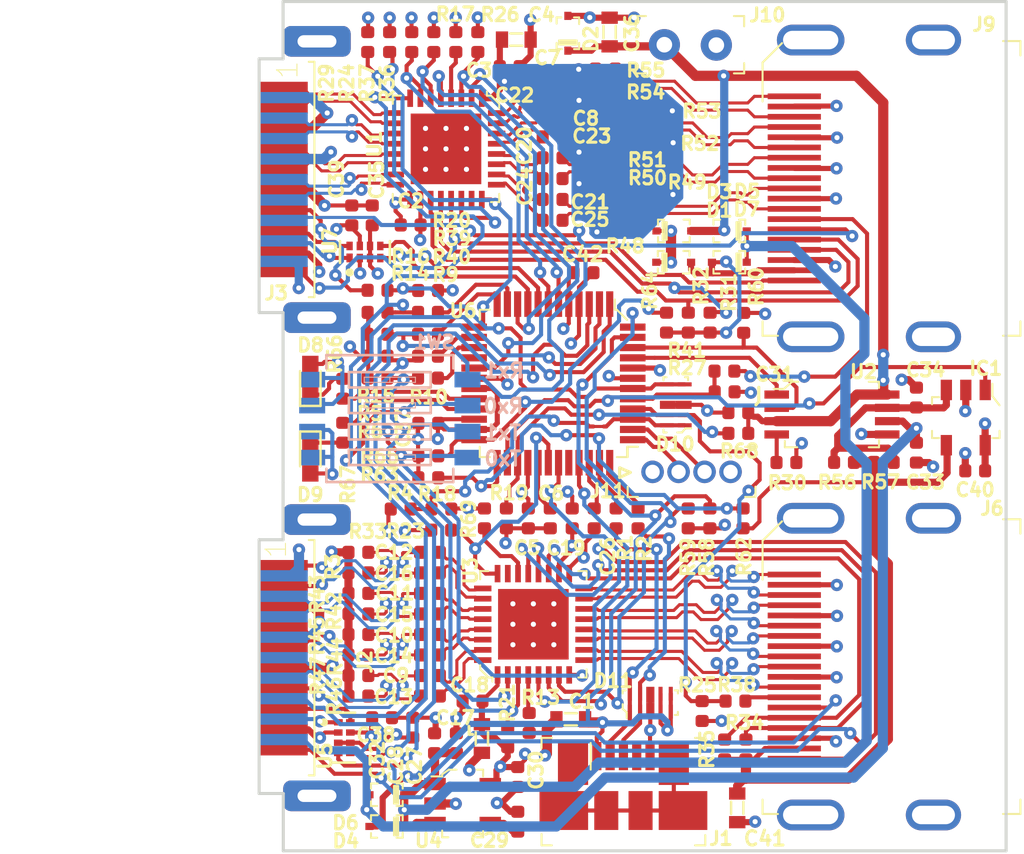
<source format=kicad_pcb>
(kicad_pcb (version 20171130) (host pcbnew 5.1.4-e60b266~84~ubuntu18.04.1)
  (layers (0 F.Cu signal) (1 In1.Cu power hide) (2 In2.Cu power hide) (31 B.Cu signal) (34 B.Paste user hide) (35 F.Paste user hide) (36 B.SilkS user hide) (37 F.SilkS user) (38 B.Mask user hide) (39 F.Mask user) (44 Edge.Cuts user))
  (net 0 "")
  (net 1 +5V)
  (net 2 GND)
  (net 3 "Net-(J1-PadSH)")
  (net 4 /VUSB)
  (net 5 "Net-(J1-Pad4)")
  (net 6 "Net-(R13-Pad2)")
  (net 7 "Net-(U3-Pad23)")
  (net 8 "Net-(C6-Pad1)")
  (net 9 "Net-(R1-Pad2)")
  (net 10 "Net-(R2-Pad2)")
  (net 11 /DBG_SWCLK)
  (net 12 /DBG_SWDIO)
  (net 13 "Net-(C29-Pad1)")
  (net 14 /TX_IN_D2_P)
  (net 15 /TX_IN_CLK_P)
  (net 16 /TX_IN_D0_N)
  (net 17 /TX_IN_D0_P)
  (net 18 /TX_IN_D1_P)
  (net 19 /TX_IN_D1_N)
  (net 20 /TX_IN_D2_N)
  (net 21 /RX_IN_CLK_N)
  (net 22 /RX_IN_D2_P)
  (net 23 /RX_IN_CLK_P)
  (net 24 /RX_IN_D0_N)
  (net 25 /RX_IN_D0_P)
  (net 26 /RX_IN_D1_P)
  (net 27 /RX_IN_D1_N)
  (net 28 /RX_IN_D2_N)
  (net 29 /C_TX_IN_CLK_N)
  (net 30 /TX_OUT_D2_P)
  (net 31 /TX_EQ1)
  (net 32 /TX_DDET)
  (net 33 /TX_EQ0)
  (net 34 /TX_OUT_D2_N)
  (net 35 /TX_OUT_D1_P)
  (net 36 /TX_OUT_D1_N)
  (net 37 /TX_OUT_D0_P)
  (net 38 /TX_OUT_D0_N)
  (net 39 /TX_OUT_CLK_P)
  (net 40 /TX_OUT_CLK_N)
  (net 41 /TX_DCC_EN)
  (net 42 /TX_HIZ_EN)
  (net 43 /C_TX_IN_CLK_P)
  (net 44 /C_TX_IN_D0_N)
  (net 45 /C_TX_IN_D0_P)
  (net 46 /C_TX_IN_D1_N)
  (net 47 /C_TX_IN_D1_P)
  (net 48 /C_TX_IN_D2_N)
  (net 49 /C_TX_IN_D2_P)
  (net 50 /C_RX_IN_CLK_N)
  (net 51 /RX_OUT_D2_P)
  (net 52 /RX_EQ1)
  (net 53 /RX_DDET)
  (net 54 "Net-(R17-Pad2)")
  (net 55 /RX_EQ0)
  (net 56 /RX_OUT_D2_N)
  (net 57 /RX_OUT_D1_P)
  (net 58 /RX_OUT_D1_N)
  (net 59 /RX_OUT_D0_P)
  (net 60 /RX_OUT_D0_N)
  (net 61 /RX_OUT_CLK_P)
  (net 62 /RX_OUT_CLK_N)
  (net 63 /RX_DCC_EN)
  (net 64 "Net-(U1-Pad23)")
  (net 65 /RX_HIZ_EN)
  (net 66 /C_RX_IN_CLK_P)
  (net 67 /C_RX_IN_D0_N)
  (net 68 /C_RX_IN_D0_P)
  (net 69 /C_RX_IN_D1_N)
  (net 70 /C_RX_IN_D1_P)
  (net 71 /C_RX_IN_D2_N)
  (net 72 /C_RX_IN_D2_P)
  (net 73 "Net-(C26-Pad1)")
  (net 74 /TX_UTILITY)
  (net 75 /TX_HPD)
  (net 76 /RX_UTILITY)
  (net 77 /RX_HPD)
  (net 78 /TX_IN_CLK_N)
  (net 79 /TX_EQ0_R)
  (net 80 /TX_EQ1_R)
  (net 81 /RX_EQ0_R)
  (net 82 /RX_EQ1_R)
  (net 83 +5VA)
  (net 84 /TX_SRC_5V)
  (net 85 /TX_SINK_PWR)
  (net 86 /RX_SRC_5V)
  (net 87 /RX_SINK_5V)
  (net 88 "Net-(D8-Pad1)")
  (net 89 "Net-(D9-Pad1)")
  (net 90 /TX_SINK_5V)
  (net 91 /ADC4)
  (net 92 /TX_SRC_SDA)
  (net 93 /TX_SRC_SCL)
  (net 94 "Net-(J2-Pad13)")
  (net 95 /RX_SINK_SDA)
  (net 96 /RX_SINK_SCL)
  (net 97 "Net-(J3-Pad13)")
  (net 98 /TX_SINK_SDA)
  (net 99 /TX_SINK_SCL)
  (net 100 "Net-(J6-Pad13)")
  (net 101 /RX_SRC_SDA)
  (net 102 /RX_SRC_SCL)
  (net 103 "Net-(J9-Pad13)")
  (net 104 /TX_SRC_CEC)
  (net 105 /RX_SINK_CEC)
  (net 106 /TX_SINK_CEC)
  (net 107 /RX_SRC_CEC)
  (net 108 "Net-(R30-Pad1)")
  (net 109 /RX_SRC_SDA_3V)
  (net 110 /RX_SRC_SCL_3V)
  (net 111 /TX_SINK_SDA_3V)
  (net 112 /TX_SINK_SCL_3V)
  (net 113 /ADC5)
  (net 114 /ADC6)
  (net 115 /ADC7)
  (net 116 /RX_HPD_3V)
  (net 117 /PWR_CTL_D0)
  (net 118 /PWR_CTL_D1)
  (net 119 /TX_HPD_3V)
  (net 120 /TX_SRC_SDA_3V)
  (net 121 /TX_SRC_SCL_3V)
  (net 122 "Net-(U6-Pad16)")
  (net 123 /RX_SINK_SCL_3V)
  (net 124 /RX_SINK_SDA_3V)
  (net 125 "Net-(U6-Pad32)")
  (net 126 +3V3)
  (net 127 /UDN)
  (net 128 /UDP)
  (net 129 /DBG_LED_RX)
  (net 130 /DBG_LED_TX)
  (module video-booster-board-footprints:0402-cap (layer F.Cu) (at 129.35 71.7502 180)
    (fp_text reference C42 (at 0.039 0.9) (layer F.SilkS) (effects (font (size 0.7 0.7))))
    (fp_text value C_1u_0402)
    (pad 2 smd roundrect (at 0.485 0 180) (size 0.59 0.64) (layers F.Cu F.Paste F.Mask) (net 2 GND))
    (pad 1 smd roundrect (at -0.485 0 180) (size 0.59 0.64) (layers F.Cu F.Paste F.Mask) (net 126 +3V3))
  )
  (module video-booster-board-footprints:0603-cap (layer F.Cu) (at 136.861 97.9002 270)
    (fp_text reference C41 (at 1.5 -1.35 180) (layer F.SilkS) (effects (font (size 0.7 0.7))))
    (fp_text value C_10u_0603)
    (pad 1 smd rect (at -0.7 0 270) (size 0.6 0.8) (layers F.Cu F.Paste F.Mask) (net 90 /TX_SINK_5V))
    (pad 2 smd rect (at 0.7 0 270) (size 0.6 0.8) (layers F.Cu F.Paste F.Mask) (net 2 GND))
  )
  (module video-booster-board-footprints:HDMI_A_Female_685119134923 (layer F.Cu) (at 140.95 67.632 270)
    (fp_text reference J9 (at -8.0118 -7.976) (layer F.SilkS) (effects (font (size 0.65 0.65))))
    (fp_text value 685119134923_)
    (pad SH thru_hole oval (at -7.25 -5.5 270) (size 1.5 2.7) (drill oval 0.9 2.1) (layers *.Cu *.Mask) (net 2 GND))
    (pad SH thru_hole oval (at 7.25 -5.5 270) (size 1.5 2.7) (drill oval 0.9 2.1) (layers *.Cu *.Mask) (net 2 GND))
    (pad SH thru_hole oval (at 7.25 0.5 270) (size 1.5 3.3) (drill oval 0.9 2.7) (layers *.Cu *.Mask) (net 2 GND))
    (pad SH thru_hole oval (at -7.25 0.5 270) (size 1.5 3.3) (drill oval 0.9 2.7) (layers *.Cu *.Mask) (net 2 GND))
    (pad 19 smd rect (at 4.5 1.3 270) (size 0.28 2.6) (layers F.Cu F.Paste F.Mask) (net 77 /RX_HPD))
    (pad 18 smd rect (at 4 1.3 270) (size 0.28 2.6) (layers F.Cu F.Paste F.Mask) (net 86 /RX_SRC_5V))
    (pad 17 smd rect (at 3.5 1.3 270) (size 0.28 2.6) (layers F.Cu F.Paste F.Mask) (net 2 GND))
    (pad 16 smd rect (at 3 1.3 270) (size 0.28 2.6) (layers F.Cu F.Paste F.Mask) (net 101 /RX_SRC_SDA))
    (pad 15 smd rect (at 2.5 1.3 270) (size 0.28 2.6) (layers F.Cu F.Paste F.Mask) (net 102 /RX_SRC_SCL))
    (pad 14 smd rect (at 2 1.3 270) (size 0.28 2.6) (layers F.Cu F.Paste F.Mask) (net 76 /RX_UTILITY))
    (pad 13 smd rect (at 1.5 1.3 270) (size 0.28 2.6) (layers F.Cu F.Paste F.Mask) (net 103 "Net-(J9-Pad13)"))
    (pad 12 smd rect (at 1 1.3 270) (size 0.28 2.6) (layers F.Cu F.Paste F.Mask) (net 21 /RX_IN_CLK_N))
    (pad 11 smd rect (at 0.5 1.3 270) (size 0.28 2.6) (layers F.Cu F.Paste F.Mask) (net 2 GND))
    (pad 1 smd rect (at -4.5 1.3 270) (size 0.28 2.6) (layers F.Cu F.Paste F.Mask) (net 22 /RX_IN_D2_P))
    (pad 2 smd rect (at -4 1.3 270) (size 0.28 2.6) (layers F.Cu F.Paste F.Mask) (net 2 GND))
    (pad 3 smd rect (at -3.5 1.3 270) (size 0.28 2.6) (layers F.Cu F.Paste F.Mask) (net 28 /RX_IN_D2_N))
    (pad 4 smd rect (at -3 1.3 270) (size 0.28 2.6) (layers F.Cu F.Paste F.Mask) (net 26 /RX_IN_D1_P))
    (pad 5 smd rect (at -2.5 1.3 270) (size 0.28 2.6) (layers F.Cu F.Paste F.Mask) (net 2 GND))
    (pad 6 smd rect (at -2 1.3 270) (size 0.28 2.6) (layers F.Cu F.Paste F.Mask) (net 27 /RX_IN_D1_N))
    (pad 7 smd rect (at -1.5 1.3 270) (size 0.28 2.6) (layers F.Cu F.Paste F.Mask) (net 25 /RX_IN_D0_P))
    (pad 8 smd rect (at -1 1.3 270) (size 0.28 2.6) (layers F.Cu F.Paste F.Mask) (net 2 GND))
    (pad 9 smd rect (at -0.5 1.3 270) (size 0.28 2.6) (layers F.Cu F.Paste F.Mask) (net 24 /RX_IN_D0_N))
    (pad 10 smd rect (at 0 1.3 270) (size 0.28 2.6) (layers F.Cu F.Paste F.Mask) (net 23 /RX_IN_CLK_P))
  )
  (module video-booster-board-footprints:1571983-5 (layer B.Cu) (at 119.886 78.8797 270)
    (fp_text reference SW1 (at -3.7295 -2.17 180) (layer B.SilkS) (effects (font (size 0.65 0.65)) (justify mirror)))
    (fp_text value 1571983-5 hide)
    (pad 4.2 smd rect (at 1.905 3.795 180) (size 1.27 0.76) (layers B.Cu B.Paste B.Mask) (net 2 GND))
    (pad 3.2 smd rect (at 0.635 3.795 180) (size 1.27 0.76) (layers B.Cu B.Paste B.Mask) (net 2 GND))
    (pad 4.1 smd rect (at 1.905 -3.795 180) (size 1.27 0.76) (layers B.Cu B.Paste B.Mask) (net 33 /TX_EQ0))
    (pad 3.1 smd rect (at 0.635 -3.795 180) (size 1.27 0.76) (layers B.Cu B.Paste B.Mask) (net 31 /TX_EQ1))
    (pad 2.2 smd rect (at -0.635 3.795 180) (size 1.27 0.76) (layers B.Cu B.Paste B.Mask) (net 2 GND))
    (pad 2.1 smd rect (at -0.635 -3.795 180) (size 1.27 0.76) (layers B.Cu B.Paste B.Mask) (net 55 /RX_EQ0))
    (pad 1.2 smd rect (at -1.905 3.795 180) (size 1.27 0.76) (layers B.Cu B.Paste B.Mask) (net 2 GND))
    (pad 1.1 smd rect (at -1.905 -3.795 180) (size 1.27 0.76) (layers B.Cu B.Paste B.Mask) (net 52 /RX_EQ1))
  )
  (module video-booster-board-footprints:QFN-32-1EP_5x5mm (layer F.Cu) (at 127.35 88.41 90)
    (fp_text reference U3 (at 2.0998 -3.524 90) (layer F.SilkS) (effects (font (size 0.65 0.65))))
    (fp_text value PTN3363)
    (pad 32 smd rect (at -2.27 -2.925) (size 0.85 0.28) (layers F.Cu F.Paste F.Mask) (net 43 /C_TX_IN_CLK_P))
    (pad 31 smd rect (at -1.77 -2.925) (size 0.85 0.28) (layers F.Cu F.Paste F.Mask) (net 29 /C_TX_IN_CLK_N))
    (pad 30 smd rect (at -1.27 -2.925) (size 0.85 0.28) (layers F.Cu F.Paste F.Mask) (net 45 /C_TX_IN_D0_P))
    (pad 29 smd rect (at -0.77 -2.925) (size 0.85 0.28) (layers F.Cu F.Paste F.Mask) (net 44 /C_TX_IN_D0_N))
    (pad 28 smd rect (at -0.27 -2.925) (size 0.85 0.28) (layers F.Cu F.Paste F.Mask) (net 47 /C_TX_IN_D1_P))
    (pad 27 smd rect (at 0.23 -2.925) (size 0.85 0.28) (layers F.Cu F.Paste F.Mask) (net 46 /C_TX_IN_D1_N))
    (pad 26 smd rect (at 0.73 -2.925) (size 0.85 0.28) (layers F.Cu F.Paste F.Mask) (net 49 /C_TX_IN_D2_P))
    (pad 24 smd rect (at 1.955 -2.2) (size 0.28 0.85) (layers F.Cu F.Paste F.Mask) (net 42 /TX_HIZ_EN))
    (pad 23 smd rect (at 1.955 -1.7) (size 0.28 0.85) (layers F.Cu F.Paste F.Mask) (net 7 "Net-(U3-Pad23)"))
    (pad 22 smd rect (at 1.955 -1.2) (size 0.28 0.85) (layers F.Cu F.Paste F.Mask) (net 41 /TX_DCC_EN))
    (pad 21 smd rect (at 1.955 -0.7) (size 0.28 0.85) (layers F.Cu F.Paste F.Mask) (net 75 /TX_HPD))
    (pad 20 smd rect (at 1.955 -0.2) (size 0.28 0.85) (layers F.Cu F.Paste F.Mask) (net 98 /TX_SINK_SDA))
    (pad 19 smd rect (at 1.955 0.3) (size 0.28 0.85) (layers F.Cu F.Paste F.Mask) (net 99 /TX_SINK_SCL))
    (pad 18 smd rect (at 1.955 0.8) (size 0.28 0.85) (layers F.Cu F.Paste F.Mask) (net 126 +3V3))
    (pad 16 smd rect (at 1.23 2.025) (size 0.85 0.28) (layers F.Cu F.Paste F.Mask) (net 34 /TX_OUT_D2_N))
    (pad 15 smd rect (at 0.73 2.025) (size 0.85 0.28) (layers F.Cu F.Paste F.Mask) (net 30 /TX_OUT_D2_P))
    (pad 14 smd rect (at 0.23 2.025) (size 0.85 0.28) (layers F.Cu F.Paste F.Mask) (net 36 /TX_OUT_D1_N))
    (pad 13 smd rect (at -0.27 2.025) (size 0.85 0.28) (layers F.Cu F.Paste F.Mask) (net 35 /TX_OUT_D1_P))
    (pad 12 smd rect (at -0.77 2.025) (size 0.85 0.28) (layers F.Cu F.Paste F.Mask) (net 38 /TX_OUT_D0_N))
    (pad 11 smd rect (at -1.27 2.025) (size 0.85 0.28) (layers F.Cu F.Paste F.Mask) (net 37 /TX_OUT_D0_P))
    (pad 10 smd rect (at -1.77 2.025) (size 0.85 0.28) (layers F.Cu F.Paste F.Mask) (net 40 /TX_OUT_CLK_N))
    (pad 8 smd rect (at -2.995 1.3) (size 0.28 0.85) (layers F.Cu F.Paste F.Mask) (net 33 /TX_EQ0))
    (pad 7 smd rect (at -2.995 0.8) (size 0.28 0.85) (layers F.Cu F.Paste F.Mask) (net 112 /TX_SINK_SCL_3V))
    (pad 6 smd rect (at -2.995 0.3) (size 0.28 0.85) (layers F.Cu F.Paste F.Mask) (net 111 /TX_SINK_SDA_3V))
    (pad 5 smd rect (at -2.995 -0.2) (size 0.28 0.85) (layers F.Cu F.Paste F.Mask) (net 119 /TX_HPD_3V))
    (pad 4 smd rect (at -2.995 -0.7) (size 0.28 0.85) (layers F.Cu F.Paste F.Mask) (net 6 "Net-(R13-Pad2)"))
    (pad 3 smd rect (at -2.995 -1.2) (size 0.28 0.85) (layers F.Cu F.Paste F.Mask) (net 32 /TX_DDET))
    (pad 2 smd rect (at -2.995 -1.7) (size 0.28 0.85) (layers F.Cu F.Paste F.Mask) (net 31 /TX_EQ1))
    (pad 1 smd rect (at -2.995 -2.2) (size 0.28 0.85) (layers F.Cu F.Paste F.Mask) (net 126 +3V3))
    (pad 33 thru_hole circle (at -1.52 0.55) (size 0.25 0.25) (drill 0.25) (layers *.Cu *.Mask) (net 2 GND))
    (pad 33 thru_hole circle (at -1.52 -0.45) (size 0.25 0.25) (drill 0.25) (layers *.Cu *.Mask) (net 2 GND))
    (pad 33 thru_hole circle (at -1.52 -1.45) (size 0.25 0.25) (drill 0.25) (layers *.Cu *.Mask) (net 2 GND))
    (pad 33 thru_hole circle (at -0.52 0.55) (size 0.25 0.25) (drill 0.25) (layers *.Cu *.Mask) (net 2 GND))
    (pad 33 thru_hole circle (at -0.52 -0.45) (size 0.25 0.25) (drill 0.25) (layers *.Cu *.Mask) (net 2 GND))
    (pad 33 thru_hole circle (at -0.52 -1.45) (size 0.25 0.25) (drill 0.25) (layers *.Cu *.Mask) (net 2 GND))
    (pad 33 thru_hole circle (at 0.48 0.55) (size 0.25 0.25) (drill 0.25) (layers *.Cu *.Mask) (net 2 GND))
    (pad 33 thru_hole circle (at 0.48 -0.45) (size 0.25 0.25) (drill 0.25) (layers *.Cu *.Mask) (net 2 GND))
    (pad 33 thru_hole circle (at 0.48 -1.45) (size 0.25 0.25) (drill 0.25) (layers *.Cu *.Mask) (net 2 GND))
    (pad 33 smd rect (at -0.52 -0.45) (size 3.45 3.45) (layers F.Cu F.Paste F.Mask) (net 2 GND))
    (pad 9 smd rect (at -2.27 2.025) (size 0.85 0.28) (layers F.Cu F.Paste F.Mask) (net 39 /TX_OUT_CLK_P))
    (pad 17 smd rect (at 1.955 1.3) (size 0.28 0.85) (layers F.Cu F.Paste F.Mask) (net 2 GND))
    (pad 25 smd rect (at 1.23 -2.925) (size 0.85 0.28) (layers F.Cu F.Paste F.Mask) (net 48 /C_TX_IN_D2_N))
  )
  (module video-booster-board-footprints:QFN-32-1EP_5x5mm (layer F.Cu) (at 122.18 66.22 270)
    (fp_text reference U1 (at -0.7598 3.044 270) (layer F.SilkS) (effects (font (size 0.65 0.65))))
    (fp_text value PTN3363)
    (pad 32 smd rect (at -2.27 -2.925 180) (size 0.85 0.28) (layers F.Cu F.Paste F.Mask) (net 72 /C_RX_IN_D2_P))
    (pad 31 smd rect (at -1.77 -2.925 180) (size 0.85 0.28) (layers F.Cu F.Paste F.Mask) (net 71 /C_RX_IN_D2_N))
    (pad 30 smd rect (at -1.27 -2.925 180) (size 0.85 0.28) (layers F.Cu F.Paste F.Mask) (net 70 /C_RX_IN_D1_P))
    (pad 29 smd rect (at -0.77 -2.925 180) (size 0.85 0.28) (layers F.Cu F.Paste F.Mask) (net 69 /C_RX_IN_D1_N))
    (pad 28 smd rect (at -0.27 -2.925 180) (size 0.85 0.28) (layers F.Cu F.Paste F.Mask) (net 68 /C_RX_IN_D0_P))
    (pad 27 smd rect (at 0.23 -2.925 180) (size 0.85 0.28) (layers F.Cu F.Paste F.Mask) (net 67 /C_RX_IN_D0_N))
    (pad 26 smd rect (at 0.73 -2.925 180) (size 0.85 0.28) (layers F.Cu F.Paste F.Mask) (net 66 /C_RX_IN_CLK_P))
    (pad 24 smd rect (at 1.955 -2.2 180) (size 0.28 0.85) (layers F.Cu F.Paste F.Mask) (net 65 /RX_HIZ_EN))
    (pad 23 smd rect (at 1.955 -1.7 180) (size 0.28 0.85) (layers F.Cu F.Paste F.Mask) (net 64 "Net-(U1-Pad23)"))
    (pad 22 smd rect (at 1.955 -1.2 180) (size 0.28 0.85) (layers F.Cu F.Paste F.Mask) (net 63 /RX_DCC_EN))
    (pad 21 smd rect (at 1.955 -0.7 180) (size 0.28 0.85) (layers F.Cu F.Paste F.Mask) (net 77 /RX_HPD))
    (pad 20 smd rect (at 1.955 -0.2 180) (size 0.28 0.85) (layers F.Cu F.Paste F.Mask) (net 101 /RX_SRC_SDA))
    (pad 19 smd rect (at 1.955 0.3 180) (size 0.28 0.85) (layers F.Cu F.Paste F.Mask) (net 102 /RX_SRC_SCL))
    (pad 18 smd rect (at 1.955 0.8 180) (size 0.28 0.85) (layers F.Cu F.Paste F.Mask) (net 126 +3V3))
    (pad 16 smd rect (at 1.23 2.025 180) (size 0.85 0.28) (layers F.Cu F.Paste F.Mask) (net 62 /RX_OUT_CLK_N))
    (pad 15 smd rect (at 0.73 2.025 180) (size 0.85 0.28) (layers F.Cu F.Paste F.Mask) (net 61 /RX_OUT_CLK_P))
    (pad 14 smd rect (at 0.23 2.025 180) (size 0.85 0.28) (layers F.Cu F.Paste F.Mask) (net 60 /RX_OUT_D0_N))
    (pad 13 smd rect (at -0.27 2.025 180) (size 0.85 0.28) (layers F.Cu F.Paste F.Mask) (net 59 /RX_OUT_D0_P))
    (pad 12 smd rect (at -0.77 2.025 180) (size 0.85 0.28) (layers F.Cu F.Paste F.Mask) (net 58 /RX_OUT_D1_N))
    (pad 11 smd rect (at -1.27 2.025 180) (size 0.85 0.28) (layers F.Cu F.Paste F.Mask) (net 57 /RX_OUT_D1_P))
    (pad 10 smd rect (at -1.77 2.025 180) (size 0.85 0.28) (layers F.Cu F.Paste F.Mask) (net 56 /RX_OUT_D2_N))
    (pad 8 smd rect (at -2.995 1.3 180) (size 0.28 0.85) (layers F.Cu F.Paste F.Mask) (net 55 /RX_EQ0))
    (pad 7 smd rect (at -2.995 0.8 180) (size 0.28 0.85) (layers F.Cu F.Paste F.Mask) (net 110 /RX_SRC_SCL_3V))
    (pad 6 smd rect (at -2.995 0.3 180) (size 0.28 0.85) (layers F.Cu F.Paste F.Mask) (net 109 /RX_SRC_SDA_3V))
    (pad 5 smd rect (at -2.995 -0.2 180) (size 0.28 0.85) (layers F.Cu F.Paste F.Mask) (net 116 /RX_HPD_3V))
    (pad 4 smd rect (at -2.995 -0.7 180) (size 0.28 0.85) (layers F.Cu F.Paste F.Mask) (net 54 "Net-(R17-Pad2)"))
    (pad 3 smd rect (at -2.995 -1.2 180) (size 0.28 0.85) (layers F.Cu F.Paste F.Mask) (net 53 /RX_DDET))
    (pad 2 smd rect (at -2.995 -1.7 180) (size 0.28 0.85) (layers F.Cu F.Paste F.Mask) (net 52 /RX_EQ1))
    (pad 1 smd rect (at -2.995 -2.2 180) (size 0.28 0.85) (layers F.Cu F.Paste F.Mask) (net 126 +3V3))
    (pad 33 thru_hole circle (at -1.52 0.55 180) (size 0.25 0.25) (drill 0.25) (layers *.Cu *.Mask) (net 2 GND))
    (pad 33 thru_hole circle (at -1.52 -0.45 180) (size 0.25 0.25) (drill 0.25) (layers *.Cu *.Mask) (net 2 GND))
    (pad 33 thru_hole circle (at -1.52 -1.45 180) (size 0.25 0.25) (drill 0.25) (layers *.Cu *.Mask) (net 2 GND))
    (pad 33 thru_hole circle (at -0.52 0.55 180) (size 0.25 0.25) (drill 0.25) (layers *.Cu *.Mask) (net 2 GND))
    (pad 33 thru_hole circle (at -0.52 -0.45 180) (size 0.25 0.25) (drill 0.25) (layers *.Cu *.Mask) (net 2 GND))
    (pad 33 thru_hole circle (at -0.52 -1.45 180) (size 0.25 0.25) (drill 0.25) (layers *.Cu *.Mask) (net 2 GND))
    (pad 33 thru_hole circle (at 0.48 0.55 180) (size 0.25 0.25) (drill 0.25) (layers *.Cu *.Mask) (net 2 GND))
    (pad 33 thru_hole circle (at 0.48 -0.45 180) (size 0.25 0.25) (drill 0.25) (layers *.Cu *.Mask) (net 2 GND))
    (pad 33 thru_hole circle (at 0.48 -1.45 180) (size 0.25 0.25) (drill 0.25) (layers *.Cu *.Mask) (net 2 GND))
    (pad 33 smd rect (at -0.52 -0.45 180) (size 3.45 3.45) (layers F.Cu F.Paste F.Mask) (net 2 GND))
    (pad 9 smd rect (at -2.27 2.025 180) (size 0.85 0.28) (layers F.Cu F.Paste F.Mask) (net 51 /RX_OUT_D2_P))
    (pad 17 smd rect (at 1.955 1.3 180) (size 0.28 0.85) (layers F.Cu F.Paste F.Mask) (net 2 GND))
    (pad 25 smd rect (at 1.23 -2.925 180) (size 0.85 0.28) (layers F.Cu F.Paste F.Mask) (net 50 /C_RX_IN_CLK_N))
  )
  (module video-booster-board-footprints:0402-cap (layer F.Cu) (at 126.1364 96.393 270)
    (fp_text reference C30 (at -0.3328 -0.8996 90) (layer F.SilkS) (effects (font (size 0.65 0.65))))
    (fp_text value C_2u2_0402)
    (pad 2 smd roundrect (at 0.485 0 270) (size 0.59 0.64) (layers F.Cu F.Paste F.Mask) (net 2 GND))
    (pad 1 smd roundrect (at -0.485 0 270) (size 0.59 0.64) (layers F.Cu F.Paste F.Mask) (net 126 +3V3))
  )
  (module video-booster-board-footprints:0402-res (layer F.Cu) (at 121.766 81.7702)
    (fp_text reference R63 (at -2.38 -0.12) (layer F.SilkS) (effects (font (size 0.65 0.65))))
    (fp_text value R_4k7_0402)
    (pad 2 smd roundrect (at 0.485 0) (size 0.59 0.64) (layers F.Cu F.Paste F.Mask) (net 113 /ADC5))
    (pad 1 smd roundrect (at -0.485 0) (size 0.59 0.64) (layers F.Cu F.Paste F.Mask) (net 2 GND))
  )
  (module video-booster-board-footprints:HDMI-PE10-19-LF (layer F.Cu) (at 114.7 67.1957 270)
    (fp_text reference J3 (at 5.5545 0.364) (layer F.SilkS) (effects (font (size 0.65 0.65))))
    (fp_text value HDMI-PE10-19-LF hide)
    (fp_text user 1 (at -5.3555 -0.186 270) (layer F.SilkS) (effects (font (thickness 0.05))))
    (pad 1 smd rect (at -4.5 0 90) (size 0.55 2.35) (layers F.Cu F.Paste F.Mask) (net 51 /RX_OUT_D2_P))
    (pad 2 smd rect (at -4 0 90) (size 0.55 2.35) (layers B.Cu B.Paste B.Mask) (net 2 GND))
    (pad 19 smd rect (at 4.5 0 90) (size 0.55 2.35) (layers F.Cu F.Paste F.Mask) (net 77 /RX_HPD))
    (pad 18 smd rect (at 4 0 90) (size 0.55 2.35) (layers B.Cu B.Paste B.Mask) (net 87 /RX_SINK_5V))
    (pad 3 smd rect (at -3.5 0 90) (size 0.55 2.35) (layers F.Cu F.Paste F.Mask) (net 56 /RX_OUT_D2_N))
    (pad 4 smd rect (at -3 0 90) (size 0.55 2.35) (layers B.Cu B.Paste B.Mask) (net 57 /RX_OUT_D1_P))
    (pad 5 smd rect (at -2.5 0 90) (size 0.55 2.35) (layers F.Cu F.Paste F.Mask) (net 2 GND))
    (pad 6 smd rect (at -2 0 90) (size 0.55 2.35) (layers B.Cu B.Paste B.Mask) (net 58 /RX_OUT_D1_N))
    (pad 7 smd rect (at -1.5 0 90) (size 0.55 2.35) (layers F.Cu F.Paste F.Mask) (net 59 /RX_OUT_D0_P))
    (pad 8 smd rect (at -1 0 90) (size 0.55 2.35) (layers B.Cu B.Paste B.Mask) (net 2 GND))
    (pad 9 smd rect (at -0.5 0 90) (size 0.55 2.35) (layers F.Cu F.Paste F.Mask) (net 60 /RX_OUT_D0_N))
    (pad 17 smd rect (at 3.5 0 90) (size 0.55 2.35) (layers F.Cu F.Paste F.Mask) (net 2 GND))
    (pad 16 smd rect (at 3 0 90) (size 0.55 2.35) (layers B.Cu B.Paste B.Mask) (net 95 /RX_SINK_SDA))
    (pad 15 smd rect (at 2.5 0 90) (size 0.55 2.35) (layers F.Cu F.Paste F.Mask) (net 96 /RX_SINK_SCL))
    (pad 14 smd rect (at 2 0 90) (size 0.55 2.35) (layers B.Cu B.Paste B.Mask) (net 76 /RX_UTILITY))
    (pad 13 smd rect (at 1.5 0 90) (size 0.55 2.35) (layers F.Cu F.Paste F.Mask) (net 97 "Net-(J3-Pad13)"))
    (pad 12 smd rect (at 1 0 90) (size 0.55 2.35) (layers B.Cu B.Paste B.Mask) (net 62 /RX_OUT_CLK_N))
    (pad 11 smd rect (at 0.5 0 90) (size 0.55 2.35) (layers F.Cu F.Paste F.Mask) (net 2 GND))
    (pad 10 smd rect (at 0 0 90) (size 0.55 2.35) (layers B.Cu B.Paste B.Mask) (net 61 /RX_OUT_CLK_P))
    (pad SH thru_hole roundrect (at 6.75 -1.625) (size 3.3 1.5) (drill oval 1.9 0.6) (layers *.Cu *.Mask) (net 2 GND))
    (pad SH thru_hole roundrect (at -6.75 -1.625) (size 3.3 1.5) (drill oval 1.9 0.6) (layers *.Cu *.Mask) (net 2 GND))
  )
  (module video-booster-board-footprints:0402-res (layer F.Cu) (at 134.471 74.1902 90)
    (fp_text reference R32 (at 1.8 0.625 90) (layer F.SilkS) (effects (font (size 0.65 0.65))))
    (fp_text value R_10k_0402)
    (pad 2 smd roundrect (at 0.485 0 90) (size 0.59 0.64) (layers F.Cu F.Paste F.Mask) (net 102 /RX_SRC_SCL))
    (pad 1 smd roundrect (at -0.485 0 90) (size 0.59 0.64) (layers F.Cu F.Paste F.Mask) (net 86 /RX_SRC_5V))
  )
  (module video-booster-board-footprints:0402-cap (layer F.Cu) (at 121.0056 93.98 90)
    (fp_text reference C32 (at -1.5902 -1.7296 90) (layer F.SilkS) (effects (font (size 0.65 0.65))))
    (fp_text value C_100n_0402_6V3)
    (pad 2 smd roundrect (at 0.485 0 90) (size 0.59 0.64) (layers F.Cu F.Paste F.Mask) (net 2 GND))
    (pad 1 smd roundrect (at -0.485 0 90) (size 0.59 0.64) (layers F.Cu F.Paste F.Mask) (net 126 +3V3))
  )
  (module video-booster-board-footprints:UFDFN-10_2.5x1mm (layer F.Cu) (at 132.6134 92.7608)
    (fp_text reference D11 (at -1.8174 -1.0706) (layer F.SilkS) (effects (font (size 0.65 0.65))))
    (fp_text value RCLAMP0524PATCT_)
    (pad 1 smd rect (at -1 0.4375) (size 0.2 0.675) (layers F.Cu F.Paste F.Mask) (net 127 /UDN))
    (pad 3 smd rect (at 0 0.3875) (size 0.4 0.775) (layers F.Cu F.Paste F.Mask) (net 2 GND))
    (pad 2 smd rect (at -0.5 0.4375) (size 0.2 0.675) (layers F.Cu F.Paste F.Mask) (net 128 /UDP))
    (pad 4 smd rect (at 0.5 0.4375) (size 0.2 0.675) (layers F.Cu F.Paste F.Mask) (net 4 /VUSB))
    (pad 5 smd rect (at 1 0.4375) (size 0.2 0.675) (layers F.Cu F.Paste F.Mask) (net 4 /VUSB))
    (pad 6 smd rect (at 1 -0.4375) (size 0.2 0.675) (layers F.Cu F.Paste F.Mask) (net 4 /VUSB))
    (pad 7 smd rect (at 0.5 -0.4375) (size 0.2 0.675) (layers F.Cu F.Paste F.Mask) (net 4 /VUSB))
    (pad 9 smd rect (at -0.5 -0.4375) (size 0.2 0.675) (layers F.Cu F.Paste F.Mask) (net 128 /UDP))
    (pad 10 smd rect (at -1 -0.4375) (size 0.2 0.675) (layers F.Cu F.Paste F.Mask) (net 127 /UDN))
    (pad 8 smd rect (at 0 -0.3875) (size 0.4 0.775) (layers F.Cu F.Paste F.Mask) (net 2 GND))
  )
  (module video-booster-board-footprints:0402-res (layer F.Cu) (at 136.2456 95.0468 90)
    (fp_text reference R35 (at 0.0066 -0.8596 90) (layer F.SilkS) (effects (font (size 0.65 0.65))))
    (fp_text value R_10k_0402)
    (pad 2 smd roundrect (at 0.485 0 90) (size 0.59 0.64) (layers F.Cu F.Paste F.Mask) (net 99 /TX_SINK_SCL))
    (pad 1 smd roundrect (at -0.485 0 90) (size 0.59 0.64) (layers F.Cu F.Paste F.Mask) (net 90 /TX_SINK_5V))
  )
  (module video-booster-board-footprints:0402-res (layer F.Cu) (at 137.176 74.2002 90)
    (fp_text reference R60 (at 1.77 0.62 270) (layer F.SilkS) (effects (font (size 0.65 0.65))))
    (fp_text value R_100k_0402)
    (pad 2 smd roundrect (at 0.485 0 90) (size 0.59 0.64) (layers F.Cu F.Paste F.Mask) (net 2 GND))
    (pad 1 smd roundrect (at -0.485 0 90) (size 0.59 0.64) (layers F.Cu F.Paste F.Mask) (net 118 /PWR_CTL_D1))
  )
  (module video-booster-board-footprints:UFDFN-10_2.5x1mm (layer F.Cu) (at 133.858 78.2066 90)
    (fp_text reference D10 (at -1.9236 -0.032 180) (layer F.SilkS) (effects (font (size 0.65 0.65))))
    (fp_text value RCLAMP0524PATCT_)
    (pad 1 smd rect (at -1 0.4375 90) (size 0.2 0.675) (layers F.Cu F.Paste F.Mask) (net 104 /TX_SRC_CEC))
    (pad 3 smd rect (at 0 0.3875 90) (size 0.4 0.775) (layers F.Cu F.Paste F.Mask) (net 2 GND))
    (pad 2 smd rect (at -0.5 0.4375 90) (size 0.2 0.675) (layers F.Cu F.Paste F.Mask) (net 106 /TX_SINK_CEC))
    (pad 4 smd rect (at 0.5 0.4375 90) (size 0.2 0.675) (layers F.Cu F.Paste F.Mask) (net 107 /RX_SRC_CEC))
    (pad 5 smd rect (at 1 0.4375 90) (size 0.2 0.675) (layers F.Cu F.Paste F.Mask) (net 105 /RX_SINK_CEC))
    (pad 6 smd rect (at 1 -0.4375 90) (size 0.2 0.675) (layers F.Cu F.Paste F.Mask) (net 105 /RX_SINK_CEC))
    (pad 7 smd rect (at 0.5 -0.4375 90) (size 0.2 0.675) (layers F.Cu F.Paste F.Mask) (net 107 /RX_SRC_CEC))
    (pad 9 smd rect (at -0.5 -0.4375 90) (size 0.2 0.675) (layers F.Cu F.Paste F.Mask) (net 106 /TX_SINK_CEC))
    (pad 10 smd rect (at -1 -0.4375 90) (size 0.2 0.675) (layers F.Cu F.Paste F.Mask) (net 104 /TX_SRC_CEC))
    (pad 8 smd rect (at 0 -0.3875 90) (size 0.4 0.775) (layers F.Cu F.Paste F.Mask) (net 2 GND))
  )
  (module video-booster-board-footprints:PinHeader_1x2_P2.54mm (layer F.Cu) (at 133.3 60.61)
    (fp_text reference J10 (at 5.036 -1.4498) (layer F.SilkS) (effects (font (size 0.65 0.65))))
    (fp_text value M20-9990246)
    (pad 1 thru_hole circle (at 0 0) (size 1.524 1.524) (drill 0.762) (layers *.Cu *.Mask) (net 83 +5VA))
    (pad 2 thru_hole circle (at 2.54 0.02) (size 1.524 1.524) (drill 0.762) (layers *.Cu *.Mask) (net 2 GND))
  )
  (module video-booster-board-footprints:TSSOP-8_W4.4mm (layer F.Cu) (at 141.49 78.68)
    (fp_text reference U2 (at 1.546 -2.0898) (layer F.SilkS) (effects (font (size 0.65 0.65))))
    (fp_text value TPS2110APW)
    (pad 8 smd rect (at 2.7 -0.975) (size 1.2 0.4) (layers F.Cu F.Paste F.Mask) (net 83 +5VA))
    (pad 7 smd rect (at 2.7 -0.325) (size 1.2 0.4) (layers F.Cu F.Paste F.Mask) (net 85 /TX_SINK_PWR))
    (pad 6 smd rect (at 2.7 0.325) (size 1.2 0.4) (layers F.Cu F.Paste F.Mask) (net 84 /TX_SRC_5V))
    (pad 5 smd rect (at 2.7 0.975) (size 1.2 0.4) (layers F.Cu F.Paste F.Mask) (net 2 GND))
    (pad 4 smd rect (at -2.7 0.975) (size 1.2 0.4) (layers F.Cu F.Paste F.Mask) (net 108 "Net-(R30-Pad1)"))
    (pad 3 smd rect (at -2.7 0.325) (size 1.2 0.4) (layers F.Cu F.Paste F.Mask) (net 83 +5VA))
    (pad 1 smd rect (at -2.7 -0.975) (size 1.2 0.4) (layers F.Cu F.Paste F.Mask) (net 117 /PWR_CTL_D0))
    (pad 2 smd rect (at -2.7 -0.325) (size 1.2 0.4) (layers F.Cu F.Paste F.Mask) (net 118 /PWR_CTL_D1))
  )
  (module video-booster-board-footprints:TQFP-48_7x7mm (layer F.Cu) (at 127.88 77.16 270)
    (fp_text reference U6 (at -3.5498 4.414 180) (layer F.SilkS) (effects (font (size 0.65 0.65))))
    (fp_text value EFM32HG321)
    (pad 48 smd rect (at -2.75 -3.875 270) (size 0.35 1.25) (layers F.Cu F.Paste F.Mask) (net 112 /TX_SINK_SCL_3V))
    (pad 47 smd rect (at -2.25 -3.875 270) (size 0.35 1.25) (layers F.Cu F.Paste F.Mask) (net 111 /TX_SINK_SDA_3V))
    (pad 46 smd rect (at -1.75 -3.875 270) (size 0.35 1.25) (layers F.Cu F.Paste F.Mask) (net 118 /PWR_CTL_D1))
    (pad 45 smd rect (at -1.25 -3.875 270) (size 0.35 1.25) (layers F.Cu F.Paste F.Mask) (net 117 /PWR_CTL_D0))
    (pad 44 smd rect (at -0.75 -3.875 270) (size 0.35 1.25) (layers F.Cu F.Paste F.Mask) (net 2 GND))
    (pad 43 smd rect (at -0.25 -3.875 270) (size 0.35 1.25) (layers F.Cu F.Paste F.Mask) (net 126 +3V3))
    (pad 42 smd rect (at 0.25 -3.875 270) (size 0.35 1.25) (layers F.Cu F.Paste F.Mask) (net 105 /RX_SINK_CEC))
    (pad 41 smd rect (at 0.75 -3.875 270) (size 0.35 1.25) (layers F.Cu F.Paste F.Mask) (net 107 /RX_SRC_CEC))
    (pad 40 smd rect (at 1.25 -3.875 270) (size 0.35 1.25) (layers F.Cu F.Paste F.Mask) (net 106 /TX_SINK_CEC))
    (pad 39 smd rect (at 1.75 -3.875 270) (size 0.35 1.25) (layers F.Cu F.Paste F.Mask) (net 104 /TX_SRC_CEC))
    (pad 38 smd rect (at 2.25 -3.875 270) (size 0.35 1.25) (layers F.Cu F.Paste F.Mask) (net 12 /DBG_SWDIO))
    (pad 37 smd rect (at 2.75 -3.875 270) (size 0.35 1.25) (layers F.Cu F.Paste F.Mask) (net 11 /DBG_SWCLK))
    (pad 36 smd rect (at 3.875 -2.75 270) (size 1.25 0.35) (layers F.Cu F.Paste F.Mask) (net 10 "Net-(R2-Pad2)"))
    (pad 35 smd rect (at 3.875 -2.25 270) (size 1.25 0.35) (layers F.Cu F.Paste F.Mask) (net 9 "Net-(R1-Pad2)"))
    (pad 34 smd rect (at 3.875 -1.75 270) (size 1.25 0.35) (layers F.Cu F.Paste F.Mask) (net 73 "Net-(C26-Pad1)"))
    (pad 33 smd rect (at 3.875 -1.25 270) (size 1.25 0.35) (layers F.Cu F.Paste F.Mask) (net 4 /VUSB))
    (pad 32 smd rect (at 3.875 -0.75 270) (size 1.25 0.35) (layers F.Cu F.Paste F.Mask) (net 125 "Net-(U6-Pad32)"))
    (pad 31 smd rect (at 3.875 -0.25 270) (size 1.25 0.35) (layers F.Cu F.Paste F.Mask) (net 119 /TX_HPD_3V))
    (pad 30 smd rect (at 3.875 0.25 270) (size 1.25 0.35) (layers F.Cu F.Paste F.Mask) (net 42 /TX_HIZ_EN))
    (pad 29 smd rect (at 3.875 0.75 270) (size 1.25 0.35) (layers F.Cu F.Paste F.Mask) (net 8 "Net-(C6-Pad1)"))
    (pad 28 smd rect (at 3.875 1.25 270) (size 1.25 0.35) (layers F.Cu F.Paste F.Mask) (net 126 +3V3))
    (pad 27 smd rect (at 3.875 1.75 270) (size 1.25 0.35) (layers F.Cu F.Paste F.Mask) (net 115 /ADC7))
    (pad 26 smd rect (at 3.875 2.25 270) (size 1.25 0.35) (layers F.Cu F.Paste F.Mask) (net 114 /ADC6))
    (pad 25 smd rect (at 3.875 2.75 270) (size 1.25 0.35) (layers F.Cu F.Paste F.Mask) (net 113 /ADC5))
    (pad 24 smd rect (at 2.75 3.875 270) (size 0.35 1.25) (layers F.Cu F.Paste F.Mask) (net 91 /ADC4))
    (pad 23 smd rect (at 2.25 3.875 270) (size 0.35 1.25) (layers F.Cu F.Paste F.Mask) (net 126 +3V3))
    (pad 22 smd rect (at 1.75 3.875 270) (size 0.35 1.25) (layers F.Cu F.Paste F.Mask) (net 126 +3V3))
    (pad 21 smd rect (at 1.25 3.875 270) (size 0.35 1.25) (layers F.Cu F.Paste F.Mask) (net 130 /DBG_LED_TX))
    (pad 20 smd rect (at 0.75 3.875 270) (size 0.35 1.25) (layers F.Cu F.Paste F.Mask) (net 129 /DBG_LED_RX))
    (pad 19 smd rect (at 0.25 3.875 270) (size 0.35 1.25) (layers F.Cu F.Paste F.Mask) (net 126 +3V3))
    (pad 13 smd rect (at -2.75 3.875 270) (size 0.35 1.25) (layers F.Cu F.Paste F.Mask) (net 65 /RX_HIZ_EN))
    (pad 14 smd rect (at -2.25 3.875 270) (size 0.35 1.25) (layers F.Cu F.Paste F.Mask) (net 79 /TX_EQ0_R))
    (pad 15 smd rect (at -1.75 3.875 270) (size 0.35 1.25) (layers F.Cu F.Paste F.Mask) (net 80 /TX_EQ1_R))
    (pad 16 smd rect (at -1.25 3.875 270) (size 0.35 1.25) (layers F.Cu F.Paste F.Mask) (net 122 "Net-(U6-Pad16)"))
    (pad 17 smd rect (at -0.75 3.875 270) (size 0.35 1.25) (layers F.Cu F.Paste F.Mask) (net 53 /RX_DDET))
    (pad 18 smd rect (at -0.25 3.875 270) (size 0.35 1.25) (layers F.Cu F.Paste F.Mask) (net 2 GND))
    (pad 12 smd rect (at -3.875 2.75 270) (size 1.25 0.35) (layers F.Cu F.Paste F.Mask) (net 82 /RX_EQ1_R))
    (pad 11 smd rect (at -3.875 2.25 270) (size 1.25 0.35) (layers F.Cu F.Paste F.Mask) (net 81 /RX_EQ0_R))
    (pad 10 smd rect (at -3.875 1.75 270) (size 1.25 0.35) (layers F.Cu F.Paste F.Mask) (net 116 /RX_HPD_3V))
    (pad 9 smd rect (at -3.875 1.25 270) (size 1.25 0.35) (layers F.Cu F.Paste F.Mask) (net 123 /RX_SINK_SCL_3V))
    (pad 8 smd rect (at -3.875 0.75 270) (size 1.25 0.35) (layers F.Cu F.Paste F.Mask) (net 124 /RX_SINK_SDA_3V))
    (pad 7 smd rect (at -3.875 0.25 270) (size 1.25 0.35) (layers F.Cu F.Paste F.Mask) (net 110 /RX_SRC_SCL_3V))
    (pad 1 smd rect (at -3.875 -2.75 270) (size 1.25 0.35) (layers F.Cu F.Paste F.Mask) (net 120 /TX_SRC_SDA_3V))
    (pad 2 smd rect (at -3.875 -2.25 270) (size 1.25 0.35) (layers F.Cu F.Paste F.Mask) (net 121 /TX_SRC_SCL_3V))
    (pad 3 smd rect (at -3.875 -1.75 270) (size 1.25 0.35) (layers F.Cu F.Paste F.Mask) (net 32 /TX_DDET))
    (pad 4 smd rect (at -3.875 -1.25 270) (size 1.25 0.35) (layers F.Cu F.Paste F.Mask) (net 126 +3V3))
    (pad 5 smd rect (at -3.875 -0.75 270) (size 1.25 0.35) (layers F.Cu F.Paste F.Mask) (net 2 GND))
    (pad 6 smd rect (at -3.875 -0.25 270) (size 1.25 0.35) (layers F.Cu F.Paste F.Mask) (net 109 /RX_SRC_SDA_3V))
  )
  (module video-booster-board-footprints:SOD-523 (layer F.Cu) (at 119.74 97.26 180)
    (fp_text reference D6 (at 2.014 -1.3702) (layer F.SilkS) (effects (font (size 0.65 0.65))))
    (fp_text value BAT54-02V-V-G)
    (pad A smd rect (at 0.85 0 180) (size 0.4 0.35) (layers F.Cu F.Paste F.Mask) (net 84 /TX_SRC_5V))
    (pad K smd rect (at -0.85 0 180) (size 0.4 0.35) (layers F.Cu F.Paste F.Mask) (net 1 +5V))
  )
  (module video-booster-board-footprints:SOD-523 (layer F.Cu) (at 136.476 69.7102 180)
    (fp_text reference D5 (at -0.87 1.93) (layer F.SilkS) (effects (font (size 0.65 0.65))))
    (fp_text value BAT54-02V-V-G)
    (pad A smd rect (at 0.85 0 180) (size 0.4 0.35) (layers F.Cu F.Paste F.Mask) (net 83 +5VA))
    (pad K smd rect (at -0.85 0 180) (size 0.4 0.35) (layers F.Cu F.Paste F.Mask) (net 1 +5V))
  )
  (module video-booster-board-footprints:SOD-523 (layer F.Cu) (at 119.74 98.81 180)
    (fp_text reference D4 (at 2.004 -0.7102) (layer F.SilkS) (effects (font (size 0.65 0.65))))
    (fp_text value BAT54-02V-V-G)
    (pad A smd rect (at 0.85 0 180) (size 0.4 0.35) (layers F.Cu F.Paste F.Mask) (net 4 /VUSB))
    (pad K smd rect (at -0.85 0 180) (size 0.4 0.35) (layers F.Cu F.Paste F.Mask) (net 1 +5V))
  )
  (module video-booster-board-footprints:SOD-523 (layer F.Cu) (at 133.766 69.7102)
    (fp_text reference D3 (at 2.22 -1.91 180) (layer F.SilkS) (effects (font (size 0.65 0.65))))
    (fp_text value BAT54-02V-V-G)
    (pad A smd rect (at 0.85 0) (size 0.4 0.35) (layers F.Cu F.Paste F.Mask) (net 83 +5VA))
    (pad K smd rect (at -0.85 0) (size 0.4 0.35) (layers F.Cu F.Paste F.Mask) (net 87 /RX_SINK_5V))
  )
  (module video-booster-board-footprints:SOD-523 (layer F.Cu) (at 128.586 60.0502 90)
    (fp_text reference D2 (at -0.27 1.13 270) (layer F.SilkS) (effects (font (size 0.65 0.65))))
    (fp_text value BAT54-02V-V-G)
    (pad A smd rect (at 0.85 0 90) (size 0.4 0.35) (layers F.Cu F.Paste F.Mask) (net 2 GND))
    (pad K smd rect (at -0.85 0 90) (size 0.4 0.35) (layers F.Cu F.Paste F.Mask) (net 83 +5VA))
  )
  (module video-booster-board-footprints:SOD-523 (layer F.Cu) (at 133.756 71.2402)
    (fp_text reference D1 (at 2.23 -2.54) (layer F.SilkS) (effects (font (size 0.65 0.65))))
    (fp_text value BAT54-02V-V-G)
    (pad A smd rect (at 0.85 0) (size 0.4 0.35) (layers F.Cu F.Paste F.Mask) (net 86 /RX_SRC_5V))
    (pad K smd rect (at -0.85 0) (size 0.4 0.35) (layers F.Cu F.Paste F.Mask) (net 87 /RX_SINK_5V))
  )
  (module video-booster-board-footprints:PSON50P100X195X50-8N (layer F.Cu) (at 118.6688 70.739 90)
    (fp_text reference U7 (at 0.5388 -1.7128 90) (layer F.SilkS) (effects (font (size 0.65 0.65))))
    (fp_text value NTS0102GT hide)
    (pad 8 smd rect (at 0.295 -0.75 270) (size 0.42 0.31) (layers F.Cu F.Paste F.Mask) (net 96 /RX_SINK_SCL))
    (pad 7 smd rect (at 0.295 -0.25 270) (size 0.42 0.31) (layers F.Cu F.Paste F.Mask) (net 87 /RX_SINK_5V))
    (pad 6 smd rect (at 0.295 0.25 270) (size 0.42 0.31) (layers F.Cu F.Paste F.Mask) (net 126 +3V3))
    (pad 5 smd rect (at 0.295 0.75 270) (size 0.42 0.31) (layers F.Cu F.Paste F.Mask) (net 123 /RX_SINK_SCL_3V))
    (pad 4 smd rect (at -0.295 0.75 90) (size 0.42 0.31) (layers F.Cu F.Paste F.Mask) (net 124 /RX_SINK_SDA_3V))
    (pad 3 smd rect (at -0.295 0.25 90) (size 0.42 0.31) (layers F.Cu F.Paste F.Mask) (net 126 +3V3))
    (pad 2 smd rect (at -0.295 -0.25 90) (size 0.42 0.31) (layers F.Cu F.Paste F.Mask) (net 2 GND))
    (pad 1 smd rect (at -0.29 -0.75 90) (size 0.43 0.31) (layers F.Cu F.Paste F.Mask) (net 95 /RX_SINK_SDA))
  )
  (module video-booster-board-footprints:PSON50P100X195X50-8N (layer F.Cu) (at 117.66 94.47)
    (fp_text reference U5 (at -0.944 0.9002 90) (layer F.SilkS) (effects (font (size 0.65 0.65))))
    (fp_text value NTS0102GT hide)
    (pad 8 smd rect (at 0.295 -0.75 180) (size 0.42 0.31) (layers F.Cu F.Paste F.Mask) (net 93 /TX_SRC_SCL))
    (pad 7 smd rect (at 0.295 -0.25 180) (size 0.42 0.31) (layers F.Cu F.Paste F.Mask) (net 84 /TX_SRC_5V))
    (pad 6 smd rect (at 0.295 0.25 180) (size 0.42 0.31) (layers F.Cu F.Paste F.Mask) (net 126 +3V3))
    (pad 5 smd rect (at 0.295 0.75 180) (size 0.42 0.31) (layers F.Cu F.Paste F.Mask) (net 121 /TX_SRC_SCL_3V))
    (pad 4 smd rect (at -0.295 0.75) (size 0.42 0.31) (layers F.Cu F.Paste F.Mask) (net 120 /TX_SRC_SDA_3V))
    (pad 3 smd rect (at -0.295 0.25) (size 0.42 0.31) (layers F.Cu F.Paste F.Mask) (net 126 +3V3))
    (pad 2 smd rect (at -0.295 -0.25) (size 0.42 0.31) (layers F.Cu F.Paste F.Mask) (net 2 GND))
    (pad 1 smd rect (at -0.29 -0.75) (size 0.43 0.31) (layers F.Cu F.Paste F.Mask) (net 92 /TX_SRC_SDA))
  )
  (module video-booster-board-footprints:0402-res (layer F.Cu) (at 125.581165 83.7565 90)
    (fp_text reference R69 (at -0.0337 -1.845165 90) (layer F.SilkS) (effects (font (size 0.65 0.65))))
    (fp_text value R_4k7_0402)
    (pad 2 smd roundrect (at 0.485 0 90) (size 0.59 0.64) (layers F.Cu F.Paste F.Mask) (net 115 /ADC7))
    (pad 1 smd roundrect (at -0.485 0 90) (size 0.59 0.64) (layers F.Cu F.Paste F.Mask) (net 2 GND))
  )
  (module video-booster-board-footprints:0402-res (layer F.Cu) (at 136.916 79.600198)
    (fp_text reference R68 (at 0.05 0.870002) (layer F.SilkS) (effects (font (size 0.65 0.65))))
    (fp_text value R_27k_0402)
    (pad 2 smd roundrect (at 0.485 0) (size 0.59 0.64) (layers F.Cu F.Paste F.Mask) (net 83 +5VA))
    (pad 1 smd roundrect (at -0.485 0) (size 0.59 0.64) (layers F.Cu F.Paste F.Mask) (net 115 /ADC7))
  )
  (module video-booster-board-footprints:0402-res (layer F.Cu) (at 117.586 79.5702 270)
    (fp_text reference R67 (at 2.53 -0.25 90) (layer F.SilkS) (effects (font (size 0.65 0.65))))
    (fp_text value R_330R_0402)
    (pad 2 smd roundrect (at 0.485 0 270) (size 0.59 0.64) (layers F.Cu F.Paste F.Mask) (net 89 "Net-(D9-Pad1)"))
    (pad 1 smd roundrect (at -0.485 0 270) (size 0.59 0.64) (layers F.Cu F.Paste F.Mask) (net 130 /DBG_LED_TX))
  )
  (module video-booster-board-footprints:0402-res (layer F.Cu) (at 117.586 77.4202 90)
    (fp_text reference R66 (at 1.7 -0.39 90) (layer F.SilkS) (effects (font (size 0.65 0.65))))
    (fp_text value R_330R_0402)
    (pad 2 smd roundrect (at 0.485 0 90) (size 0.59 0.64) (layers F.Cu F.Paste F.Mask) (net 88 "Net-(D8-Pad1)"))
    (pad 1 smd roundrect (at -0.485 0 90) (size 0.59 0.64) (layers F.Cu F.Paste F.Mask) (net 129 /DBG_LED_RX))
  )
  (module video-booster-board-footprints:0402-res (layer F.Cu) (at 121.766 80.7002)
    (fp_text reference R65 (at -2.37 0.04) (layer F.SilkS) (effects (font (size 0.65 0.65))))
    (fp_text value R_4k7_0402)
    (pad 2 smd roundrect (at 0.485 0) (size 0.59 0.64) (layers F.Cu F.Paste F.Mask) (net 91 /ADC4))
    (pad 1 smd roundrect (at -0.485 0) (size 0.59 0.64) (layers F.Cu F.Paste F.Mask) (net 2 GND))
  )
  (module video-booster-board-footprints:0402-res (layer F.Cu) (at 133.406 74.1902 270)
    (fp_text reference R64 (at -1.57 0.82 270) (layer F.SilkS) (effects (font (size 0.65 0.65))))
    (fp_text value R_27k_0402)
    (pad 2 smd roundrect (at 0.485 0 270) (size 0.59 0.64) (layers F.Cu F.Paste F.Mask) (net 86 /RX_SRC_5V))
    (pad 1 smd roundrect (at -0.485 0 270) (size 0.59 0.64) (layers F.Cu F.Paste F.Mask) (net 91 /ADC4))
  )
  (module video-booster-board-footprints:0402-res (layer F.Cu) (at 137.146 83.7565 270)
    (fp_text reference R62 (at 1.8637 -0.05 90) (layer F.SilkS) (effects (font (size 0.65 0.65))))
    (fp_text value R_27k_0402)
    (pad 2 smd roundrect (at 0.485 0 270) (size 0.59 0.64) (layers F.Cu F.Paste F.Mask) (net 90 /TX_SINK_5V))
    (pad 1 smd roundrect (at -0.485 0 270) (size 0.59 0.64) (layers F.Cu F.Paste F.Mask) (net 113 /ADC5))
  )
  (module video-booster-board-footprints:PinHeader_1x4_P1.27mm_Drill.7mm (layer F.Cu) (at 132.725 81.4832)
    (fp_text reference J11 (at -2.189 0.927) (layer F.SilkS) (effects (font (size 0.65 0.65))))
    (fp_text value MC-HVT1-S04-G)
    (pad 4 thru_hole circle (at 3.81 0) (size 1.1 1.1) (drill 0.7) (layers *.Cu *.Mask) (net 126 +3V3))
    (pad 3 thru_hole circle (at 2.54 0) (size 1.1 1.1) (drill 0.7) (layers *.Cu *.Mask) (net 12 /DBG_SWDIO))
    (pad 2 thru_hole circle (at 1.27 0) (size 1.1 1.1) (drill 0.7) (layers *.Cu *.Mask) (net 11 /DBG_SWCLK))
    (pad 1 thru_hole circle (at 0 0) (size 1.1 1.1) (drill 0.7) (layers *.Cu *.Mask) (net 2 GND))
  )
  (module video-booster-board-footprints:SOT-23-5 (layer F.Cu) (at 148.03 78.83 180)
    (fp_text reference IC1 (at -0.976 2.3998) (layer F.SilkS) (effects (font (size 0.65 0.65))))
    (fp_text value INA180A1IDBVT)
    (pad 5 smd rect (at -0.95 -1.35 180) (size 0.55 1) (layers F.Cu F.Paste F.Mask) (net 126 +3V3))
    (pad 4 smd rect (at 0.95 -1.35 180) (size 0.55 1) (layers F.Cu F.Paste F.Mask) (net 90 /TX_SINK_5V))
    (pad 1 smd rect (at -0.95 1.35 180) (size 0.55 1) (layers F.Cu F.Paste F.Mask) (net 114 /ADC6))
    (pad 2 smd rect (at 0 1.35 180) (size 0.55 1) (layers F.Cu F.Paste F.Mask) (net 2 GND))
    (pad 3 smd rect (at 0.95 1.35 180) (size 0.55 1) (layers F.Cu F.Paste F.Mask) (net 85 /TX_SINK_PWR))
  )
  (module video-booster-board-footprints:LED_0603 (layer F.Cu) (at 116 80.81 270)
    (fp_text reference D9 (at 1.7902 0.004 180) (layer F.SilkS) (effects (font (size 0.65 0.65))))
    (fp_text value LG_L29K-G2J1-24-Z)
    (pad 1 smd rect (at -0.75 0 270) (size 0.8 0.8) (layers F.Cu F.Paste F.Mask) (net 89 "Net-(D9-Pad1)"))
    (pad 2 smd rect (at 0.75 0 270) (size 0.8 0.8) (layers F.Cu F.Paste F.Mask) (net 2 GND))
  )
  (module video-booster-board-footprints:LED_0603 (layer F.Cu) (at 116 76.96 90)
    (fp_text reference D8 (at 1.6698 0.016 180) (layer F.SilkS) (effects (font (size 0.65 0.65))))
    (fp_text value LG_L29K-G2J1-24-Z)
    (pad 1 smd rect (at -0.75 0 90) (size 0.8 0.8) (layers F.Cu F.Paste F.Mask) (net 88 "Net-(D8-Pad1)"))
    (pad 2 smd rect (at 0.75 0 90) (size 0.8 0.8) (layers F.Cu F.Paste F.Mask) (net 2 GND))
  )
  (module video-booster-board-footprints:SOD-523 (layer F.Cu) (at 136.476 71.2402 180)
    (fp_text reference D7 (at -0.85 2.59) (layer F.SilkS) (effects (font (size 0.65 0.65))))
    (fp_text value BAT54-02V-V-G)
    (pad A smd rect (at 0.85 0 180) (size 0.4 0.35) (layers F.Cu F.Paste F.Mask) (net 86 /RX_SRC_5V))
    (pad K smd rect (at -0.85 0 180) (size 0.4 0.35) (layers F.Cu F.Paste F.Mask) (net 1 +5V))
  )
  (module video-booster-board-footprints:0402-cap (layer F.Cu) (at 148.49 81.4324 180)
    (fp_text reference C40 (at 0.004 -0.9278) (layer F.SilkS) (effects (font (size 0.65 0.65))))
    (fp_text value C_100n_0402_6V3)
    (pad 2 smd roundrect (at 0.485 0 180) (size 0.59 0.64) (layers F.Cu F.Paste F.Mask) (net 2 GND))
    (pad 1 smd roundrect (at -0.485 0 180) (size 0.59 0.64) (layers F.Cu F.Paste F.Mask) (net 126 +3V3))
  )
  (module video-booster-board-footprints:0402-cap (layer F.Cu) (at 118.026 68.9502 270)
    (fp_text reference C39 (at -1.77 0.74 90) (layer F.SilkS) (effects (font (size 0.65 0.65))))
    (fp_text value C_100n_0402_6V3)
    (pad 2 smd roundrect (at 0.485 0 270) (size 0.59 0.64) (layers F.Cu F.Paste F.Mask) (net 87 /RX_SINK_5V))
    (pad 1 smd roundrect (at -0.485 0 270) (size 0.59 0.64) (layers F.Cu F.Paste F.Mask) (net 2 GND))
  )
  (module video-booster-board-footprints:0402-cap (layer F.Cu) (at 119.507 93.4974 180)
    (fp_text reference C38 (at 0.301 -0.8428) (layer F.SilkS) (effects (font (size 0.65 0.65))))
    (fp_text value C_100n_0402_6V3)
    (pad 2 smd roundrect (at 0.485 0 180) (size 0.59 0.64) (layers F.Cu F.Paste F.Mask) (net 84 /TX_SRC_5V))
    (pad 1 smd roundrect (at -0.485 0 180) (size 0.59 0.64) (layers F.Cu F.Paste F.Mask) (net 2 GND))
  )
  (module video-booster-board-footprints:0603-cap (layer F.Cu) (at 130.626 59.9902 90)
    (fp_text reference C36 (at -0.05 1.09 90) (layer F.SilkS) (effects (font (size 0.65 0.65))))
    (fp_text value C_4u7_0603)
    (pad 1 smd rect (at -0.7 0 90) (size 0.6 0.8) (layers F.Cu F.Paste F.Mask) (net 83 +5VA))
    (pad 2 smd rect (at 0.7 0 90) (size 0.6 0.8) (layers F.Cu F.Paste F.Mask) (net 2 GND))
  )
  (module video-booster-board-footprints:0402-cap (layer F.Cu) (at 136.916 78.586864 180)
    (fp_text reference C31 (at -1.78 1.866664) (layer F.SilkS) (effects (font (size 0.65 0.65))))
    (fp_text value C_100n_0402_6V3)
    (pad 2 smd roundrect (at 0.485 0 180) (size 0.59 0.64) (layers F.Cu F.Paste F.Mask) (net 2 GND))
    (pad 1 smd roundrect (at -0.485 0 180) (size 0.59 0.64) (layers F.Cu F.Paste F.Mask) (net 83 +5VA))
  )
  (module video-booster-board-footprints:0402-cap (layer F.Cu) (at 145.6182 80.5434 90)
    (fp_text reference C33 (at -1.4468 0.4378) (layer F.SilkS) (effects (font (size 0.65 0.65))))
    (fp_text value C_100n_0402_6V3)
    (pad 2 smd roundrect (at 0.485 0 90) (size 0.59 0.64) (layers F.Cu F.Paste F.Mask) (net 84 /TX_SRC_5V))
    (pad 1 smd roundrect (at -0.485 0 90) (size 0.59 0.64) (layers F.Cu F.Paste F.Mask) (net 2 GND))
  )
  (module video-booster-board-footprints:0402-cap (layer F.Cu) (at 145.6182 77.851 90)
    (fp_text reference C34 (at 1.3508 0.4478 180) (layer F.SilkS) (effects (font (size 0.65 0.65))))
    (fp_text value C_1u_0402)
    (pad 2 smd roundrect (at 0.485 0 90) (size 0.59 0.64) (layers F.Cu F.Paste F.Mask) (net 2 GND))
    (pad 1 smd roundrect (at -0.485 0 90) (size 0.59 0.64) (layers F.Cu F.Paste F.Mask) (net 85 /TX_SINK_PWR))
  )
  (module video-booster-board-footprints:0402-cap (layer F.Cu) (at 119.026 68.9502 90)
    (fp_text reference C35 (at 1.74 0.22 270) (layer F.SilkS) (effects (font (size 0.65 0.65))))
    (fp_text value C_100n_0402_6V3)
    (pad 2 smd roundrect (at 0.485 0 90) (size 0.59 0.64) (layers F.Cu F.Paste F.Mask) (net 2 GND))
    (pad 1 smd roundrect (at -0.485 0 90) (size 0.59 0.64) (layers F.Cu F.Paste F.Mask) (net 126 +3V3))
  )
  (module video-booster-board-footprints:0402-cap (layer F.Cu) (at 121.766 79.1102 180)
    (fp_text reference C37 (at 1.22 -0.24 90) (layer F.SilkS) (effects (font (size 0.65 0.65))))
    (fp_text value C_1u_0402)
    (pad 2 smd roundrect (at 0.485 0 180) (size 0.59 0.64) (layers F.Cu F.Paste F.Mask) (net 2 GND))
    (pad 1 smd roundrect (at -0.485 0 180) (size 0.59 0.64) (layers F.Cu F.Paste F.Mask) (net 126 +3V3))
  )
  (module video-booster-board-footprints:0402-res (layer F.Cu) (at 134.466 83.7565 90)
    (fp_text reference R59 (at -1.9037 -0.01 270) (layer F.SilkS) (effects (font (size 0.65 0.65))))
    (fp_text value R_10k_0402)
    (pad 2 smd roundrect (at 0.485 0 90) (size 0.59 0.64) (layers F.Cu F.Paste F.Mask) (net 112 /TX_SINK_SCL_3V))
    (pad 1 smd roundrect (at -0.485 0 90) (size 0.59 0.64) (layers F.Cu F.Paste F.Mask) (net 126 +3V3))
  )
  (module video-booster-board-footprints:0402-res (layer F.Cu) (at 135.526 83.7565 90)
    (fp_text reference R58 (at -1.9037 -0.15 270) (layer F.SilkS) (effects (font (size 0.65 0.65))))
    (fp_text value R_10k_0402)
    (pad 2 smd roundrect (at 0.485 0 90) (size 0.59 0.64) (layers F.Cu F.Paste F.Mask) (net 111 /TX_SINK_SDA_3V))
    (pad 1 smd roundrect (at -0.485 0 90) (size 0.59 0.64) (layers F.Cu F.Paste F.Mask) (net 126 +3V3))
  )
  (module video-booster-board-footprints:0402-res (layer F.Cu) (at 144.02 81.02 180)
    (fp_text reference R57 (at 0.154 -0.9602 180) (layer F.SilkS) (effects (font (size 0.65 0.65))))
    (fp_text value R_1R_0402)
    (pad 2 smd roundrect (at 0.485 0 180) (size 0.59 0.64) (layers F.Cu F.Paste F.Mask) (net 90 /TX_SINK_5V))
    (pad 1 smd roundrect (at -0.485 0 180) (size 0.59 0.64) (layers F.Cu F.Paste F.Mask) (net 85 /TX_SINK_PWR))
  )
  (module video-booster-board-footprints:0402-res (layer F.Cu) (at 142.08 81.02)
    (fp_text reference R56 (at -0.334 0.9802 180) (layer F.SilkS) (effects (font (size 0.65 0.65))))
    (fp_text value R_1R_0402)
    (pad 2 smd roundrect (at 0.485 0) (size 0.59 0.64) (layers F.Cu F.Paste F.Mask) (net 90 /TX_SINK_5V))
    (pad 1 smd roundrect (at -0.485 0) (size 0.59 0.64) (layers F.Cu F.Paste F.Mask) (net 85 /TX_SINK_PWR))
  )
  (module video-booster-board-footprints:0402-res (layer F.Cu) (at 130.42 63.34)
    (fp_text reference R54 (at 1.966 -0.4098) (layer F.SilkS) (effects (font (size 0.65 0.65))))
    (fp_text value R_49R9_0402)
    (pad 2 smd roundrect (at 0.485 0) (size 0.59 0.64) (layers F.Cu F.Paste F.Mask) (net 28 /RX_IN_D2_N))
    (pad 1 smd roundrect (at -0.485 0) (size 0.59 0.64) (layers F.Cu F.Paste F.Mask) (net 126 +3V3))
  )
  (module video-booster-board-footprints:0402-res (layer F.Cu) (at 130.42 65.87)
    (fp_text reference R51 (at 2.046 0.3702) (layer F.SilkS) (effects (font (size 0.65 0.65))))
    (fp_text value R_49R9_0402)
    (pad 2 smd roundrect (at 0.485 0) (size 0.59 0.64) (layers F.Cu F.Paste F.Mask) (net 25 /RX_IN_D0_P))
    (pad 1 smd roundrect (at -0.485 0) (size 0.59 0.64) (layers F.Cu F.Paste F.Mask) (net 126 +3V3))
  )
  (module video-booster-board-footprints:0402-res (layer F.Cu) (at 130.42 61.8)
    (fp_text reference R55 (at 1.976 0.0602) (layer F.SilkS) (effects (font (size 0.65 0.65))))
    (fp_text value R_49R9_0402)
    (pad 2 smd roundrect (at 0.485 0) (size 0.59 0.64) (layers F.Cu F.Paste F.Mask) (net 22 /RX_IN_D2_P))
    (pad 1 smd roundrect (at -0.485 0) (size 0.59 0.64) (layers F.Cu F.Paste F.Mask) (net 126 +3V3))
  )
  (module video-booster-board-footprints:0402-res (layer F.Cu) (at 118.35 87.420903)
    (fp_text reference R43 (at -2.01 0.039297 90) (layer F.SilkS) (effects (font (size 0.65 0.65))))
    (fp_text value R_49R9_0402)
    (pad 2 smd roundrect (at 0.485 0) (size 0.59 0.64) (layers F.Cu F.Paste F.Mask) (net 19 /TX_IN_D1_N))
    (pad 1 smd roundrect (at -0.485 0) (size 0.59 0.64) (layers F.Cu F.Paste F.Mask) (net 126 +3V3))
  )
  (module video-booster-board-footprints:0402-res (layer F.Cu) (at 132.4 63.83 180)
    (fp_text reference R53 (at -2.736 -0.0302 180) (layer F.SilkS) (effects (font (size 0.65 0.65))))
    (fp_text value R_49R9_0402)
    (pad 2 smd roundrect (at 0.485 0 180) (size 0.59 0.64) (layers F.Cu F.Paste F.Mask) (net 26 /RX_IN_D1_P))
    (pad 1 smd roundrect (at -0.485 0 180) (size 0.59 0.64) (layers F.Cu F.Paste F.Mask) (net 126 +3V3))
  )
  (module video-booster-board-footprints:0402-res (layer F.Cu) (at 132.44 65.39 180)
    (fp_text reference R52 (at -2.596 -0.0502 180) (layer F.SilkS) (effects (font (size 0.65 0.65))))
    (fp_text value R_49R9_0402)
    (pad 2 smd roundrect (at 0.485 0 180) (size 0.59 0.64) (layers F.Cu F.Paste F.Mask) (net 27 /RX_IN_D1_N))
    (pad 1 smd roundrect (at -0.485 0 180) (size 0.59 0.64) (layers F.Cu F.Paste F.Mask) (net 126 +3V3))
  )
  (module video-booster-board-footprints:0402-res (layer F.Cu) (at 130.42 67.41)
    (fp_text reference R50 (at 2.056 -0.2898) (layer F.SilkS) (effects (font (size 0.65 0.65))))
    (fp_text value R_49R9_0402)
    (pad 2 smd roundrect (at 0.485 0) (size 0.59 0.64) (layers F.Cu F.Paste F.Mask) (net 24 /RX_IN_D0_N))
    (pad 1 smd roundrect (at -0.485 0) (size 0.59 0.64) (layers F.Cu F.Paste F.Mask) (net 126 +3V3))
  )
  (module video-booster-board-footprints:0402-res (layer F.Cu) (at 132.43 67.92 180)
    (fp_text reference R49 (at -1.986 0.5898 180) (layer F.SilkS) (effects (font (size 0.65 0.65))))
    (fp_text value R_49R9_0402)
    (pad 2 smd roundrect (at 0.485 0 180) (size 0.59 0.64) (layers F.Cu F.Paste F.Mask) (net 23 /RX_IN_CLK_P))
    (pad 1 smd roundrect (at -0.485 0 180) (size 0.59 0.64) (layers F.Cu F.Paste F.Mask) (net 126 +3V3))
  )
  (module video-booster-board-footprints:0402-res (layer F.Cu) (at 131.42 69.45)
    (fp_text reference R48 (at -0.034 1.0002) (layer F.SilkS) (effects (font (size 0.65 0.65))))
    (fp_text value R_49R9_0402)
    (pad 2 smd roundrect (at 0.485 0) (size 0.59 0.64) (layers F.Cu F.Paste F.Mask) (net 21 /RX_IN_CLK_N))
    (pad 1 smd roundrect (at -0.485 0) (size 0.59 0.64) (layers F.Cu F.Paste F.Mask) (net 126 +3V3))
  )
  (module video-booster-board-footprints:0402-res (layer F.Cu) (at 118.35 91.434099)
    (fp_text reference R47 (at -1.974 0.026101 90) (layer F.SilkS) (effects (font (size 0.65 0.65))))
    (fp_text value R_49R9_0402)
    (pad 2 smd roundrect (at 0.485 0) (size 0.59 0.64) (layers F.Cu F.Paste F.Mask) (net 78 /TX_IN_CLK_N))
    (pad 1 smd roundrect (at -0.485 0) (size 0.59 0.64) (layers F.Cu F.Paste F.Mask) (net 126 +3V3))
  )
  (module video-booster-board-footprints:0402-res (layer F.Cu) (at 118.35 92.4374)
    (fp_text reference R46 (at -1.164 0.0028 90) (layer F.SilkS) (effects (font (size 0.65 0.65))))
    (fp_text value R_49R9_0402)
    (pad 2 smd roundrect (at 0.485 0) (size 0.59 0.64) (layers F.Cu F.Paste F.Mask) (net 15 /TX_IN_CLK_P))
    (pad 1 smd roundrect (at -0.485 0) (size 0.59 0.64) (layers F.Cu F.Paste F.Mask) (net 126 +3V3))
  )
  (module video-booster-board-footprints:0402-res (layer F.Cu) (at 118.35 90.4308)
    (fp_text reference R44 (at -1.134 0.0794 90) (layer F.SilkS) (effects (font (size 0.65 0.65))))
    (fp_text value R_49R9_0402)
    (pad 2 smd roundrect (at 0.485 0) (size 0.59 0.64) (layers F.Cu F.Paste F.Mask) (net 17 /TX_IN_D0_P))
    (pad 1 smd roundrect (at -0.485 0) (size 0.59 0.64) (layers F.Cu F.Paste F.Mask) (net 126 +3V3))
  )
  (module video-booster-board-footprints:0402-res (layer F.Cu) (at 118.35 89.427501)
    (fp_text reference R45 (at -2.01 0.082699 90) (layer F.SilkS) (effects (font (size 0.65 0.65))))
    (fp_text value R_49R9_0402)
    (pad 2 smd roundrect (at 0.485 0) (size 0.59 0.64) (layers F.Cu F.Paste F.Mask) (net 16 /TX_IN_D0_N))
    (pad 1 smd roundrect (at -0.485 0) (size 0.59 0.64) (layers F.Cu F.Paste F.Mask) (net 126 +3V3))
  )
  (module video-booster-board-footprints:0402-res (layer F.Cu) (at 118.35 86.417604)
    (fp_text reference R3 (at -1.244 -0.297404 90) (layer F.SilkS) (effects (font (size 0.65 0.65))))
    (fp_text value R_49R9_0402)
    (pad 2 smd roundrect (at 0.485 0) (size 0.59 0.64) (layers F.Cu F.Paste F.Mask) (net 14 /TX_IN_D2_P))
    (pad 1 smd roundrect (at -0.485 0) (size 0.59 0.64) (layers F.Cu F.Paste F.Mask) (net 126 +3V3))
  )
  (module video-booster-board-footprints:0402-res (layer F.Cu) (at 118.35 88.424202)
    (fp_text reference R42 (at -1.194 -0.144002 90) (layer F.SilkS) (effects (font (size 0.65 0.65))))
    (fp_text value R_49R9_0402)
    (pad 2 smd roundrect (at 0.485 0) (size 0.59 0.64) (layers F.Cu F.Paste F.Mask) (net 18 /TX_IN_D1_P))
    (pad 1 smd roundrect (at -0.485 0) (size 0.59 0.64) (layers F.Cu F.Paste F.Mask) (net 126 +3V3))
  )
  (module video-booster-board-footprints:0402-res (layer F.Cu) (at 118.35 85.414305)
    (fp_text reference R33 (at 0.466 -1.014105) (layer F.SilkS) (effects (font (size 0.65 0.65))))
    (fp_text value R_49R9_0402)
    (pad 2 smd roundrect (at 0.485 0) (size 0.59 0.64) (layers F.Cu F.Paste F.Mask) (net 20 /TX_IN_D2_N))
    (pad 1 smd roundrect (at -0.485 0) (size 0.59 0.64) (layers F.Cu F.Paste F.Mask) (net 126 +3V3))
  )
  (module video-booster-board-footprints:0402-cap (layer F.Cu) (at 120.904 69.4182)
    (fp_text reference C2 (at 0 -1.17) (layer F.SilkS) (effects (font (size 0.65 0.65))))
    (fp_text value C_100n_0402_6V3)
    (pad 2 smd roundrect (at 0.485 0) (size 0.59 0.64) (layers F.Cu F.Paste F.Mask) (net 126 +3V3))
    (pad 1 smd roundrect (at -0.485 0) (size 0.59 0.64) (layers F.Cu F.Paste F.Mask) (net 2 GND))
  )
  (module video-booster-board-footprints:0402-cap (layer F.Cu) (at 127.84 62.06)
    (fp_text reference C7 (at -0.254 -0.8098 180) (layer F.SilkS) (effects (font (size 0.65 0.65))))
    (fp_text value C_100n_0402_6V3)
    (pad 2 smd roundrect (at 0.485 0) (size 0.59 0.64) (layers F.Cu F.Paste F.Mask) (net 22 /RX_IN_D2_P))
    (pad 1 smd roundrect (at -0.485 0) (size 0.59 0.64) (layers F.Cu F.Paste F.Mask) (net 72 /C_RX_IN_D2_P))
  )
  (module video-booster-board-footprints:0402-cap (layer F.Cu) (at 127.84 64.097142)
    (fp_text reference C8 (at 1.626 0.113058) (layer F.SilkS) (effects (font (size 0.65 0.65))))
    (fp_text value C_100n_0402_6V3)
    (pad 2 smd roundrect (at 0.485 0) (size 0.59 0.64) (layers F.Cu F.Paste F.Mask) (net 26 /RX_IN_D1_P))
    (pad 1 smd roundrect (at -0.485 0) (size 0.59 0.64) (layers F.Cu F.Paste F.Mask) (net 70 /C_RX_IN_D1_P))
  )
  (module video-booster-board-footprints:0402-cap (layer F.Cu) (at 129.871385 83.7565 270)
    (fp_text reference C26 (at 1.8537 -0.664615 90) (layer F.SilkS) (effects (font (size 0.65 0.65))))
    (fp_text value C_1u_0402)
    (pad 2 smd roundrect (at 0.485 0 270) (size 0.59 0.64) (layers F.Cu F.Paste F.Mask) (net 2 GND))
    (pad 1 smd roundrect (at -0.485 0 270) (size 0.59 0.64) (layers F.Cu F.Paste F.Mask) (net 73 "Net-(C26-Pad1)"))
  )
  (module video-booster-board-footprints:0402-cap (layer F.Cu) (at 127.84 69.19)
    (fp_text reference C25 (at 1.826 -0.0398) (layer F.SilkS) (effects (font (size 0.65 0.65))))
    (fp_text value C_100n_0402_6V3)
    (pad 2 smd roundrect (at 0.485 0) (size 0.59 0.64) (layers F.Cu F.Paste F.Mask) (net 21 /RX_IN_CLK_N))
    (pad 1 smd roundrect (at -0.485 0) (size 0.59 0.64) (layers F.Cu F.Paste F.Mask) (net 50 /C_RX_IN_CLK_N))
  )
  (module video-booster-board-footprints:0402-cap (layer F.Cu) (at 127.84 67.152855)
    (fp_text reference C24 (at -1.354 0.377345 270) (layer F.SilkS) (effects (font (size 0.65 0.65))))
    (fp_text value C_100n_0402_6V3)
    (pad 2 smd roundrect (at 0.485 0) (size 0.59 0.64) (layers F.Cu F.Paste F.Mask) (net 24 /RX_IN_D0_N))
    (pad 1 smd roundrect (at -0.485 0) (size 0.59 0.64) (layers F.Cu F.Paste F.Mask) (net 67 /C_RX_IN_D0_N))
  )
  (module video-booster-board-footprints:0402-cap (layer F.Cu) (at 127.84 65.115713)
    (fp_text reference C23 (at 1.916 -0.035513) (layer F.SilkS) (effects (font (size 0.65 0.65))))
    (fp_text value C_100n_0402_6V3)
    (pad 2 smd roundrect (at 0.485 0) (size 0.59 0.64) (layers F.Cu F.Paste F.Mask) (net 27 /RX_IN_D1_N))
    (pad 1 smd roundrect (at -0.485 0) (size 0.59 0.64) (layers F.Cu F.Paste F.Mask) (net 69 /C_RX_IN_D1_N))
  )
  (module video-booster-board-footprints:0402-cap (layer F.Cu) (at 127.84 63.078571)
    (fp_text reference C22 (at -1.854 0.001629) (layer F.SilkS) (effects (font (size 0.65 0.65))))
    (fp_text value C_100n_0402_6V3)
    (pad 2 smd roundrect (at 0.485 0) (size 0.59 0.64) (layers F.Cu F.Paste F.Mask) (net 28 /RX_IN_D2_N))
    (pad 1 smd roundrect (at -0.485 0) (size 0.59 0.64) (layers F.Cu F.Paste F.Mask) (net 71 /C_RX_IN_D2_N))
  )
  (module video-booster-board-footprints:0402-cap (layer F.Cu) (at 127.84 68.171426)
    (fp_text reference C21 (at 1.836 0.128774) (layer F.SilkS) (effects (font (size 0.65 0.65))))
    (fp_text value C_100n_0402_6V3)
    (pad 2 smd roundrect (at 0.485 0) (size 0.59 0.64) (layers F.Cu F.Paste F.Mask) (net 23 /RX_IN_CLK_P))
    (pad 1 smd roundrect (at -0.485 0) (size 0.59 0.64) (layers F.Cu F.Paste F.Mask) (net 66 /C_RX_IN_CLK_P))
  )
  (module video-booster-board-footprints:0402-cap (layer F.Cu) (at 127.84 66.134284)
    (fp_text reference C20 (at -1.374 -0.584084 90) (layer F.SilkS) (effects (font (size 0.65 0.65))))
    (fp_text value C_100n_0402_6V3)
    (pad 2 smd roundrect (at 0.485 0) (size 0.59 0.64) (layers F.Cu F.Paste F.Mask) (net 25 /RX_IN_D0_P))
    (pad 1 smd roundrect (at -0.485 0) (size 0.59 0.64) (layers F.Cu F.Paste F.Mask) (net 68 /C_RX_IN_D0_P))
  )
  (module video-booster-board-footprints:0402-cap (layer F.Cu) (at 125.746 61.6802 180)
    (fp_text reference C3 (at 1.5 -0.18 180) (layer F.SilkS) (effects (font (size 0.65 0.65))))
    (fp_text value C_100n_0402_6V3)
    (pad 2 smd roundrect (at 0.485 0 180) (size 0.59 0.64) (layers F.Cu F.Paste F.Mask) (net 126 +3V3))
    (pad 1 smd roundrect (at -0.485 0 180) (size 0.59 0.64) (layers F.Cu F.Paste F.Mask) (net 2 GND))
  )
  (module video-booster-board-footprints:0402-res (layer F.Cu) (at 122.396 84.3302 180)
    (fp_text reference R23 (at 1.74 -0.05) (layer F.SilkS) (effects (font (size 0.65 0.65))))
    (fp_text value R_10k_0402)
    (pad 2 smd roundrect (at 0.485 0 180) (size 0.59 0.64) (layers F.Cu F.Paste F.Mask) (net 2 GND))
    (pad 1 smd roundrect (at -0.485 0 180) (size 0.59 0.64) (layers F.Cu F.Paste F.Mask) (net 42 /TX_HIZ_EN))
  )
  (module video-booster-board-footprints:0402-res (layer F.Cu) (at 118.806 60.4802 270)
    (fp_text reference R24 (at 2.01 1.02 90) (layer F.SilkS) (effects (font (size 0.65 0.65))))
    (fp_text value R_100k_0402)
    (pad 2 smd roundrect (at 0.485 0 270) (size 0.59 0.64) (layers F.Cu F.Paste F.Mask) (net 63 /RX_DCC_EN))
    (pad 1 smd roundrect (at -0.485 0 270) (size 0.59 0.64) (layers F.Cu F.Paste F.Mask) (net 126 +3V3))
  )
  (module video-booster-board-footprints:0402-res (layer F.Cu) (at 135.146 93.1702 270)
    (fp_text reference R25 (at -1.27 0.23) (layer F.SilkS) (effects (font (size 0.65 0.65))))
    (fp_text value R_27k_0402)
    (pad 2 smd roundrect (at 0.485 0 270) (size 0.59 0.64) (layers F.Cu F.Paste F.Mask) (net 126 +3V3))
    (pad 1 smd roundrect (at -0.485 0 270) (size 0.59 0.64) (layers F.Cu F.Paste F.Mask) (net 106 /TX_SINK_CEC))
  )
  (module video-booster-board-footprints:0402-res (layer F.Cu) (at 124.186 60.4802 270)
    (fp_text reference R26 (at -1.34 -1.09 180) (layer F.SilkS) (effects (font (size 0.65 0.65))))
    (fp_text value R_10k_0402)
    (pad 2 smd roundrect (at 0.485 0 270) (size 0.59 0.64) (layers F.Cu F.Paste F.Mask) (net 53 /RX_DDET))
    (pad 1 smd roundrect (at -0.485 0 270) (size 0.59 0.64) (layers F.Cu F.Paste F.Mask) (net 126 +3V3))
  )
  (module video-booster-board-footprints:0402-res (layer F.Cu) (at 136.246 77.573532)
    (fp_text reference R27 (at -1.84 -1.173332 180) (layer F.SilkS) (effects (font (size 0.65 0.65))))
    (fp_text value R_27k_0402)
    (pad 2 smd roundrect (at 0.485 0) (size 0.59 0.64) (layers F.Cu F.Paste F.Mask) (net 126 +3V3))
    (pad 1 smd roundrect (at -0.485 0) (size 0.59 0.64) (layers F.Cu F.Paste F.Mask) (net 107 /RX_SRC_CEC))
  )
  (module video-booster-board-footprints:0402-res (layer F.Cu) (at 119.876 60.4802 90)
    (fp_text reference R29 (at -2.01 -3.08 270) (layer F.SilkS) (effects (font (size 0.65 0.65))))
    (fp_text value R_10k_0402)
    (pad 2 smd roundrect (at 0.485 0 90) (size 0.59 0.64) (layers F.Cu F.Paste F.Mask) (net 2 GND))
    (pad 1 smd roundrect (at -0.485 0 90) (size 0.59 0.64) (layers F.Cu F.Paste F.Mask) (net 65 /RX_HIZ_EN))
  )
  (module video-booster-board-footprints:0402-res (layer F.Cu) (at 139.2658 81.026)
    (fp_text reference R30 (at 0.0402 0.9942 180) (layer F.SilkS) (effects (font (size 0.65 0.65))))
    (fp_text value R_806k_0402)
    (pad 2 smd roundrect (at 0.485 0) (size 0.59 0.64) (layers F.Cu F.Paste F.Mask) (net 2 GND))
    (pad 1 smd roundrect (at -0.485 0) (size 0.59 0.64) (layers F.Cu F.Paste F.Mask) (net 108 "Net-(R30-Pad1)"))
  )
  (module video-booster-board-footprints:0402-res (layer F.Cu) (at 137.287 95.0468 90)
    (fp_text reference R34 (at 1.3066 -0.071 180) (layer F.SilkS) (effects (font (size 0.65 0.65))))
    (fp_text value R_10k_0402)
    (pad 2 smd roundrect (at 0.485 0 90) (size 0.59 0.64) (layers F.Cu F.Paste F.Mask) (net 98 /TX_SINK_SDA))
    (pad 1 smd roundrect (at -0.485 0 90) (size 0.59 0.64) (layers F.Cu F.Paste F.Mask) (net 90 /TX_SINK_5V))
  )
  (module video-booster-board-footprints:0402-res (layer F.Cu) (at 122.034 60.4802 270)
    (fp_text reference R36 (at 2.02 2.278 270) (layer F.SilkS) (effects (font (size 0.65 0.65))))
    (fp_text value R_10k_0402)
    (pad 2 smd roundrect (at 0.485 0 270) (size 0.59 0.64) (layers F.Cu F.Paste F.Mask) (net 109 /RX_SRC_SDA_3V))
    (pad 1 smd roundrect (at -0.485 0 270) (size 0.59 0.64) (layers F.Cu F.Paste F.Mask) (net 126 +3V3))
  )
  (module video-booster-board-footprints:0402-res (layer F.Cu) (at 120.958 60.4802 270)
    (fp_text reference R37 (at 2.01 2.182 270) (layer F.SilkS) (effects (font (size 0.65 0.65))))
    (fp_text value R_10k_0402)
    (pad 2 smd roundrect (at 0.485 0 270) (size 0.59 0.64) (layers F.Cu F.Paste F.Mask) (net 110 /RX_SRC_SCL_3V))
    (pad 1 smd roundrect (at -0.485 0 270) (size 0.59 0.64) (layers F.Cu F.Paste F.Mask) (net 126 +3V3))
  )
  (module video-booster-board-footprints:0402-res (layer F.Cu) (at 136.7766 92.6846 180)
    (fp_text reference R38 (at -0.0594 0.7944) (layer F.SilkS) (effects (font (size 0.65 0.65))))
    (fp_text value R_100R_0402)
    (pad 2 smd roundrect (at 0.485 0 180) (size 0.59 0.64) (layers F.Cu F.Paste F.Mask) (net 106 /TX_SINK_CEC))
    (pad 1 smd roundrect (at -0.485 0 180) (size 0.59 0.64) (layers F.Cu F.Paste F.Mask) (net 100 "Net-(J6-Pad13)"))
  )
  (module video-booster-board-footprints:0402-res (layer F.Cu) (at 121.75 73.69)
    (fp_text reference R39 (at 1.176 -3.6098) (layer F.SilkS) (effects (font (size 0.65 0.65))))
    (fp_text value R_10k_0402)
    (pad 2 smd roundrect (at 0.485 0) (size 0.59 0.64) (layers F.Cu F.Paste F.Mask) (net 81 /RX_EQ0_R))
    (pad 1 smd roundrect (at -0.485 0) (size 0.59 0.64) (layers F.Cu F.Paste F.Mask) (net 55 /RX_EQ0))
  )
  (module video-booster-board-footprints:0402-res (layer F.Cu) (at 121.75 74.76)
    (fp_text reference R40 (at 1.156 -3.7798 180) (layer F.SilkS) (effects (font (size 0.65 0.65))))
    (fp_text value R_10k_0402)
    (pad 2 smd roundrect (at 0.485 0) (size 0.59 0.64) (layers F.Cu F.Paste F.Mask) (net 82 /RX_EQ1_R))
    (pad 1 smd roundrect (at -0.485 0) (size 0.59 0.64) (layers F.Cu F.Paste F.Mask) (net 52 /RX_EQ1))
  )
  (module video-booster-board-footprints:0402-res (layer F.Cu) (at 136.236 76.5602 180)
    (fp_text reference R41 (at 1.84 1.01) (layer F.SilkS) (effects (font (size 0.65 0.65))))
    (fp_text value R_100R_0402)
    (pad 2 smd roundrect (at 0.485 0 180) (size 0.59 0.64) (layers F.Cu F.Paste F.Mask) (net 107 /RX_SRC_CEC))
    (pad 1 smd roundrect (at -0.485 0 180) (size 0.59 0.64) (layers F.Cu F.Paste F.Mask) (net 103 "Net-(J9-Pad13)"))
  )
  (module video-booster-board-footprints:0402-res (layer F.Cu) (at 135.536 74.1902 90)
    (fp_text reference R31 (at 1.48 0.92 270) (layer F.SilkS) (effects (font (size 0.65 0.65))))
    (fp_text value R_10k_0402)
    (pad 2 smd roundrect (at 0.485 0 90) (size 0.59 0.64) (layers F.Cu F.Paste F.Mask) (net 101 /RX_SRC_SDA))
    (pad 1 smd roundrect (at -0.485 0 90) (size 0.59 0.64) (layers F.Cu F.Paste F.Mask) (net 86 /RX_SRC_5V))
  )
  (module video-booster-board-footprints:0603-cap (layer F.Cu) (at 126.066 60.3602)
    (fp_text reference C4 (at 1.23 -1.21 180) (layer F.SilkS) (effects (font (size 0.65 0.65))))
    (fp_text value C_10u_0603)
    (pad 1 smd rect (at -0.7 0) (size 0.6 0.8) (layers F.Cu F.Paste F.Mask) (net 126 +3V3))
    (pad 2 smd rect (at 0.7 0) (size 0.6 0.8) (layers F.Cu F.Paste F.Mask) (net 2 GND))
  )
  (module video-booster-board-footprints:HDMI-PE10-19-LF (layer F.Cu) (at 114.7 90.5637 270)
    (fp_text reference J2 (at 0.2 -3.975 270) (layer F.SilkS) (effects (font (size 0.65 0.65))))
    (fp_text value HDMI-PE10-19-LF hide)
    (fp_text user 1 (at -5.3035 0.374 270) (layer F.SilkS) (effects (font (thickness 0.05))))
    (pad 1 smd rect (at -4.5 0 90) (size 0.55 2.35) (layers F.Cu F.Paste F.Mask) (net 14 /TX_IN_D2_P))
    (pad 2 smd rect (at -4 0 90) (size 0.55 2.35) (layers B.Cu B.Paste B.Mask) (net 2 GND))
    (pad 19 smd rect (at 4.5 0 90) (size 0.55 2.35) (layers F.Cu F.Paste F.Mask) (net 75 /TX_HPD))
    (pad 18 smd rect (at 4 0 90) (size 0.55 2.35) (layers B.Cu B.Paste B.Mask) (net 84 /TX_SRC_5V))
    (pad 3 smd rect (at -3.5 0 90) (size 0.55 2.35) (layers F.Cu F.Paste F.Mask) (net 20 /TX_IN_D2_N))
    (pad 4 smd rect (at -3 0 90) (size 0.55 2.35) (layers B.Cu B.Paste B.Mask) (net 18 /TX_IN_D1_P))
    (pad 5 smd rect (at -2.5 0 90) (size 0.55 2.35) (layers F.Cu F.Paste F.Mask) (net 2 GND))
    (pad 6 smd rect (at -2 0 90) (size 0.55 2.35) (layers B.Cu B.Paste B.Mask) (net 19 /TX_IN_D1_N))
    (pad 7 smd rect (at -1.5 0 90) (size 0.55 2.35) (layers F.Cu F.Paste F.Mask) (net 17 /TX_IN_D0_P))
    (pad 8 smd rect (at -1 0 90) (size 0.55 2.35) (layers B.Cu B.Paste B.Mask) (net 2 GND))
    (pad 9 smd rect (at -0.5 0 90) (size 0.55 2.35) (layers F.Cu F.Paste F.Mask) (net 16 /TX_IN_D0_N))
    (pad 17 smd rect (at 3.5 0 90) (size 0.55 2.35) (layers F.Cu F.Paste F.Mask) (net 2 GND))
    (pad 16 smd rect (at 3 0 90) (size 0.55 2.35) (layers B.Cu B.Paste B.Mask) (net 92 /TX_SRC_SDA))
    (pad 15 smd rect (at 2.5 0 90) (size 0.55 2.35) (layers F.Cu F.Paste F.Mask) (net 93 /TX_SRC_SCL))
    (pad 14 smd rect (at 2 0 90) (size 0.55 2.35) (layers B.Cu B.Paste B.Mask) (net 74 /TX_UTILITY))
    (pad 13 smd rect (at 1.5 0 90) (size 0.55 2.35) (layers F.Cu F.Paste F.Mask) (net 94 "Net-(J2-Pad13)"))
    (pad 12 smd rect (at 1 0 90) (size 0.55 2.35) (layers B.Cu B.Paste B.Mask) (net 78 /TX_IN_CLK_N))
    (pad 11 smd rect (at 0.5 0 90) (size 0.55 2.35) (layers F.Cu F.Paste F.Mask) (net 2 GND))
    (pad 10 smd rect (at 0 0 90) (size 0.55 2.35) (layers B.Cu B.Paste B.Mask) (net 15 /TX_IN_CLK_P))
    (pad SH thru_hole roundrect (at 6.75 -1.625) (size 3.3 1.5) (drill oval 1.9 0.6) (layers *.Cu *.Mask) (net 2 GND))
    (pad SH thru_hole roundrect (at -6.75 -1.625) (size 3.3 1.5) (drill oval 1.9 0.6) (layers *.Cu *.Mask) (net 2 GND))
  )
  (module video-booster-board-footprints:HDMI_A_Female_685119134923 (layer F.Cu) (at 140.95 91 270)
    (fp_text reference J6 (at -7.7298 -8.366) (layer F.SilkS) (effects (font (size 0.65 0.65))))
    (fp_text value 685119134923_)
    (pad SH thru_hole oval (at -7.25 -5.5 270) (size 1.5 2.7) (drill oval 0.9 2.1) (layers *.Cu *.Mask) (net 2 GND))
    (pad SH thru_hole oval (at 7.25 -5.5 270) (size 1.5 2.7) (drill oval 0.9 2.1) (layers *.Cu *.Mask) (net 2 GND))
    (pad SH thru_hole oval (at 7.25 0.5 270) (size 1.5 3.3) (drill oval 0.9 2.7) (layers *.Cu *.Mask) (net 2 GND))
    (pad SH thru_hole oval (at -7.25 0.5 270) (size 1.5 3.3) (drill oval 0.9 2.7) (layers *.Cu *.Mask) (net 2 GND))
    (pad 19 smd rect (at 4.5 1.3 270) (size 0.28 2.6) (layers F.Cu F.Paste F.Mask) (net 75 /TX_HPD))
    (pad 18 smd rect (at 4 1.3 270) (size 0.28 2.6) (layers F.Cu F.Paste F.Mask) (net 90 /TX_SINK_5V))
    (pad 17 smd rect (at 3.5 1.3 270) (size 0.28 2.6) (layers F.Cu F.Paste F.Mask) (net 2 GND))
    (pad 16 smd rect (at 3 1.3 270) (size 0.28 2.6) (layers F.Cu F.Paste F.Mask) (net 98 /TX_SINK_SDA))
    (pad 15 smd rect (at 2.5 1.3 270) (size 0.28 2.6) (layers F.Cu F.Paste F.Mask) (net 99 /TX_SINK_SCL))
    (pad 14 smd rect (at 2 1.3 270) (size 0.28 2.6) (layers F.Cu F.Paste F.Mask) (net 74 /TX_UTILITY))
    (pad 13 smd rect (at 1.5 1.3 270) (size 0.28 2.6) (layers F.Cu F.Paste F.Mask) (net 100 "Net-(J6-Pad13)"))
    (pad 12 smd rect (at 1 1.3 270) (size 0.28 2.6) (layers F.Cu F.Paste F.Mask) (net 40 /TX_OUT_CLK_N))
    (pad 11 smd rect (at 0.5 1.3 270) (size 0.28 2.6) (layers F.Cu F.Paste F.Mask) (net 2 GND))
    (pad 1 smd rect (at -4.5 1.3 270) (size 0.28 2.6) (layers F.Cu F.Paste F.Mask) (net 30 /TX_OUT_D2_P))
    (pad 2 smd rect (at -4 1.3 270) (size 0.28 2.6) (layers F.Cu F.Paste F.Mask) (net 2 GND))
    (pad 3 smd rect (at -3.5 1.3 270) (size 0.28 2.6) (layers F.Cu F.Paste F.Mask) (net 34 /TX_OUT_D2_N))
    (pad 4 smd rect (at -3 1.3 270) (size 0.28 2.6) (layers F.Cu F.Paste F.Mask) (net 35 /TX_OUT_D1_P))
    (pad 5 smd rect (at -2.5 1.3 270) (size 0.28 2.6) (layers F.Cu F.Paste F.Mask) (net 2 GND))
    (pad 6 smd rect (at -2 1.3 270) (size 0.28 2.6) (layers F.Cu F.Paste F.Mask) (net 36 /TX_OUT_D1_N))
    (pad 7 smd rect (at -1.5 1.3 270) (size 0.28 2.6) (layers F.Cu F.Paste F.Mask) (net 37 /TX_OUT_D0_P))
    (pad 8 smd rect (at -1 1.3 270) (size 0.28 2.6) (layers F.Cu F.Paste F.Mask) (net 2 GND))
    (pad 9 smd rect (at -0.5 1.3 270) (size 0.28 2.6) (layers F.Cu F.Paste F.Mask) (net 38 /TX_OUT_D0_N))
    (pad 10 smd rect (at 0 1.3 270) (size 0.28 2.6) (layers F.Cu F.Paste F.Mask) (net 39 /TX_OUT_CLK_P))
  )
  (module video-booster-board-footprints:0402-cap (layer F.Cu) (at 123.1392 94.742 270)
    (fp_text reference C27 (at 1.0982 2.0432 90) (layer F.SilkS) (effects (font (size 0.65 0.65))))
    (fp_text value C_100n_0402_6V3)
    (pad 2 smd roundrect (at 0.485 0 270) (size 0.59 0.64) (layers F.Cu F.Paste F.Mask) (net 1 +5V))
    (pad 1 smd roundrect (at -0.485 0 270) (size 0.59 0.64) (layers F.Cu F.Paste F.Mask) (net 2 GND))
  )
  (module video-booster-board-footprints:0402-cap (layer F.Cu) (at 122.0724 94.742 90)
    (fp_text reference C28 (at -1.0682 -1.8964 90) (layer F.SilkS) (effects (font (size 0.65 0.65))))
    (fp_text value C_2u2_0402)
    (pad 2 smd roundrect (at 0.485 0 90) (size 0.59 0.64) (layers F.Cu F.Paste F.Mask) (net 2 GND))
    (pad 1 smd roundrect (at -0.485 0 90) (size 0.59 0.64) (layers F.Cu F.Paste F.Mask) (net 1 +5V))
  )
  (module video-booster-board-footprints:0402-cap (layer F.Cu) (at 121.8466 85.414305 180)
    (fp_text reference C12 (at 1.7606 -0.005895 180) (layer F.SilkS) (effects (font (size 0.65 0.65))))
    (fp_text value C_100n_0402_6V3)
    (pad 2 smd roundrect (at 0.485 0 180) (size 0.59 0.64) (layers F.Cu F.Paste F.Mask) (net 20 /TX_IN_D2_N))
    (pad 1 smd roundrect (at -0.485 0 180) (size 0.59 0.64) (layers F.Cu F.Paste F.Mask) (net 48 /C_TX_IN_D2_N))
  )
  (module video-booster-board-footprints:0402-cap (layer F.Cu) (at 126.65372 83.7565 270)
    (fp_text reference C5 (at 1.4437 0.05772) (layer F.SilkS) (effects (font (size 0.65 0.65))))
    (fp_text value C_1u_0402)
    (pad 2 smd roundrect (at 0.485 0 270) (size 0.59 0.64) (layers F.Cu F.Paste F.Mask) (net 2 GND))
    (pad 1 smd roundrect (at -0.485 0 270) (size 0.59 0.64) (layers F.Cu F.Paste F.Mask) (net 126 +3V3))
  )
  (module video-booster-board-footprints:0402-cap (layer F.Cu) (at 127.726275 83.7565 270)
    (fp_text reference C6 (at -1.2263 -0.039725) (layer F.SilkS) (effects (font (size 0.65 0.65))))
    (fp_text value C_1u_0402)
    (pad 2 smd roundrect (at 0.485 0 270) (size 0.59 0.64) (layers F.Cu F.Paste F.Mask) (net 2 GND))
    (pad 1 smd roundrect (at -0.485 0 270) (size 0.59 0.64) (layers F.Cu F.Paste F.Mask) (net 8 "Net-(C6-Pad1)"))
  )
  (module video-booster-board-footprints:0402-cap (layer F.Cu) (at 126.1364 98.5774 90)
    (fp_text reference C29 (at -0.9128 -1.3804) (layer F.SilkS) (effects (font (size 0.65 0.65))))
    (fp_text value C_10n_0402)
    (pad 2 smd roundrect (at 0.485 0 90) (size 0.59 0.64) (layers F.Cu F.Paste F.Mask) (net 2 GND))
    (pad 1 smd roundrect (at -0.485 0 90) (size 0.59 0.64) (layers F.Cu F.Paste F.Mask) (net 13 "Net-(C29-Pad1)"))
  )
  (module video-booster-board-footprints:0402-cap (layer F.Cu) (at 121.8466 91.434101 180)
    (fp_text reference C9 (at 1.6606 -0.006099 180) (layer F.SilkS) (effects (font (size 0.65 0.65))))
    (fp_text value C_100n_0402_6V3)
    (pad 2 smd roundrect (at 0.485 0 180) (size 0.59 0.64) (layers F.Cu F.Paste F.Mask) (net 78 /TX_IN_CLK_N))
    (pad 1 smd roundrect (at -0.485 0 180) (size 0.59 0.64) (layers F.Cu F.Paste F.Mask) (net 29 /C_TX_IN_CLK_N))
  )
  (module video-booster-board-footprints:0402-cap (layer F.Cu) (at 121.8466 89.427503 180)
    (fp_text reference C10 (at 1.7506 -0.042697 180) (layer F.SilkS) (effects (font (size 0.65 0.65))))
    (fp_text value C_100n_0402_6V3)
    (pad 2 smd roundrect (at 0.485 0 180) (size 0.59 0.64) (layers F.Cu F.Paste F.Mask) (net 16 /TX_IN_D0_N))
    (pad 1 smd roundrect (at -0.485 0 180) (size 0.59 0.64) (layers F.Cu F.Paste F.Mask) (net 44 /C_TX_IN_D0_N))
  )
  (module video-booster-board-footprints:0402-cap (layer F.Cu) (at 121.8466 87.420905 180)
    (fp_text reference C11 (at 1.7206 0.010705 180) (layer F.SilkS) (effects (font (size 0.65 0.65))))
    (fp_text value C_100n_0402_6V3)
    (pad 2 smd roundrect (at 0.485 0 180) (size 0.59 0.64) (layers F.Cu F.Paste F.Mask) (net 19 /TX_IN_D1_N))
    (pad 1 smd roundrect (at -0.485 0 180) (size 0.59 0.64) (layers F.Cu F.Paste F.Mask) (net 46 /C_TX_IN_D1_N))
  )
  (module video-booster-board-footprints:0402-cap (layer F.Cu) (at 128.79883 83.7565 270)
    (fp_text reference C19 (at 1.4537 0.30283) (layer F.SilkS) (effects (font (size 0.65 0.65))))
    (fp_text value C_100n_0402_6V3)
    (pad 2 smd roundrect (at 0.485 0 270) (size 0.59 0.64) (layers F.Cu F.Paste F.Mask) (net 126 +3V3))
    (pad 1 smd roundrect (at -0.485 0 270) (size 0.59 0.64) (layers F.Cu F.Paste F.Mask) (net 2 GND))
  )
  (module video-booster-board-footprints:0402-cap (layer F.Cu) (at 123.9266 92.6846)
    (fp_text reference C18 (at -0.1406 -0.7844) (layer F.SilkS) (effects (font (size 0.65 0.65))))
    (fp_text value C_100n_0402_6V3)
    (pad 2 smd roundrect (at 0.485 0) (size 0.59 0.64) (layers F.Cu F.Paste F.Mask) (net 126 +3V3))
    (pad 1 smd roundrect (at -0.485 0) (size 0.59 0.64) (layers F.Cu F.Paste F.Mask) (net 2 GND))
  )
  (module video-booster-board-footprints:0402-cap (layer F.Cu) (at 121.8466 86.417606 180)
    (fp_text reference C16 (at 1.7506 -0.032594 180) (layer F.SilkS) (effects (font (size 0.65 0.65))))
    (fp_text value C_100n_0402_6V3)
    (pad 2 smd roundrect (at 0.485 0 180) (size 0.59 0.64) (layers F.Cu F.Paste F.Mask) (net 14 /TX_IN_D2_P))
    (pad 1 smd roundrect (at -0.485 0 180) (size 0.59 0.64) (layers F.Cu F.Paste F.Mask) (net 49 /C_TX_IN_D2_P))
  )
  (module video-booster-board-footprints:0402-cap (layer F.Cu) (at 121.8466 88.424204 180)
    (fp_text reference C15 (at 1.7406 -0.035996 180) (layer F.SilkS) (effects (font (size 0.65 0.65))))
    (fp_text value C_100n_0402_6V3)
    (pad 2 smd roundrect (at 0.485 0 180) (size 0.59 0.64) (layers F.Cu F.Paste F.Mask) (net 18 /TX_IN_D1_P))
    (pad 1 smd roundrect (at -0.485 0 180) (size 0.59 0.64) (layers F.Cu F.Paste F.Mask) (net 47 /C_TX_IN_D1_P))
  )
  (module video-booster-board-footprints:0402-cap (layer F.Cu) (at 121.8466 90.430802 180)
    (fp_text reference C14 (at 1.7606 -0.049398 180) (layer F.SilkS) (effects (font (size 0.65 0.65))))
    (fp_text value C_100n_0402_6V3)
    (pad 2 smd roundrect (at 0.485 0 180) (size 0.59 0.64) (layers F.Cu F.Paste F.Mask) (net 17 /TX_IN_D0_P))
    (pad 1 smd roundrect (at -0.485 0 180) (size 0.59 0.64) (layers F.Cu F.Paste F.Mask) (net 45 /C_TX_IN_D0_P))
  )
  (module video-booster-board-footprints:0402-cap (layer F.Cu) (at 121.8466 92.4374 180)
    (fp_text reference C13 (at 1.7706 -0.0428 180) (layer F.SilkS) (effects (font (size 0.65 0.65))))
    (fp_text value C_100n_0402_6V3)
    (pad 2 smd roundrect (at 0.485 0 180) (size 0.59 0.64) (layers F.Cu F.Paste F.Mask) (net 15 /TX_IN_CLK_P))
    (pad 1 smd roundrect (at -0.485 0 180) (size 0.59 0.64) (layers F.Cu F.Paste F.Mask) (net 43 /C_TX_IN_CLK_P))
  )
  (module video-booster-board-footprints:0402-res (layer F.Cu) (at 119.286 75.83005)
    (fp_text reference R5 (at -0.37 2.81015) (layer F.SilkS) (effects (font (size 0.65 0.65))))
    (fp_text value R_100k_0402)
    (pad 2 smd roundrect (at 0.485 0) (size 0.59 0.64) (layers F.Cu F.Paste F.Mask) (net 33 /TX_EQ0))
    (pad 1 smd roundrect (at -0.485 0) (size 0.59 0.64) (layers F.Cu F.Paste F.Mask) (net 126 +3V3))
  )
  (module video-booster-board-footprints:0402-res (layer F.Cu) (at 119.286 76.9)
    (fp_text reference R6 (at -0.36 2.6002 180) (layer F.SilkS) (effects (font (size 0.65 0.65))))
    (fp_text value R_100k_0402)
    (pad 2 smd roundrect (at 0.485 0) (size 0.59 0.64) (layers F.Cu F.Paste F.Mask) (net 31 /TX_EQ1))
    (pad 1 smd roundrect (at -0.485 0) (size 0.59 0.64) (layers F.Cu F.Paste F.Mask) (net 126 +3V3))
  )
  (module video-booster-board-footprints:0402-res (layer F.Cu) (at 121.75 75.83)
    (fp_text reference R9 (at 0.856 -3.9798) (layer F.SilkS) (effects (font (size 0.65 0.65))))
    (fp_text value R_10k_0402)
    (pad 1 smd roundrect (at -0.485 0) (size 0.59 0.64) (layers F.Cu F.Paste F.Mask) (net 33 /TX_EQ0))
    (pad 2 smd roundrect (at 0.485 0) (size 0.59 0.64) (layers F.Cu F.Paste F.Mask) (net 79 /TX_EQ0_R))
  )
  (module video-booster-board-footprints:0402-res (layer F.Cu) (at 121.75 76.9)
    (fp_text reference R10 (at 0.026 0.9302) (layer F.SilkS) (effects (font (size 0.65 0.65))))
    (fp_text value R_10k_0402)
    (pad 2 smd roundrect (at 0.485 0) (size 0.59 0.64) (layers F.Cu F.Paste F.Mask) (net 80 /TX_EQ1_R))
    (pad 1 smd roundrect (at -0.485 0) (size 0.59 0.64) (layers F.Cu F.Paste F.Mask) (net 31 /TX_EQ1))
  )
  (module video-booster-board-footprints:0402-res (layer F.Cu) (at 126.6952 93.7514 90)
    (fp_text reference R13 (at 1.2412 0.5608 180) (layer F.SilkS) (effects (font (size 0.65 0.65))))
    (fp_text value R_12k4_0402)
    (pad 2 smd roundrect (at 0.485 0 90) (size 0.59 0.64) (layers F.Cu F.Paste F.Mask) (net 6 "Net-(R13-Pad2)"))
    (pad 1 smd roundrect (at -0.485 0 90) (size 0.59 0.64) (layers F.Cu F.Paste F.Mask) (net 2 GND))
  )
  (module video-booster-board-footprints:0402-res (layer F.Cu) (at 120.416 83.3002)
    (fp_text reference R4 (at -0.03 -0.78 180) (layer F.SilkS) (effects (font (size 0.65 0.65))))
    (fp_text value R_100R_0402)
    (pad 2 smd roundrect (at 0.485 0) (size 0.59 0.64) (layers F.Cu F.Paste F.Mask) (net 104 /TX_SRC_CEC))
    (pad 1 smd roundrect (at -0.485 0) (size 0.59 0.64) (layers F.Cu F.Paste F.Mask) (net 94 "Net-(J2-Pad13)"))
  )
  (module video-booster-board-footprints:0402-res (layer F.Cu) (at 132.0165 83.7565 90)
    (fp_text reference R2 (at -1.4837 0.2995 90) (layer F.SilkS) (effects (font (size 0.65 0.65))))
    (fp_text value R_15R_0402)
    (pad 2 smd roundrect (at 0.485 0 90) (size 0.59 0.64) (layers F.Cu F.Paste F.Mask) (net 10 "Net-(R2-Pad2)"))
    (pad 1 smd roundrect (at -0.485 0 90) (size 0.59 0.64) (layers F.Cu F.Paste F.Mask) (net 128 /UDP))
  )
  (module video-booster-board-footprints:0402-res (layer F.Cu) (at 130.94394 83.7565 90)
    (fp_text reference R1 (at -1.4337 0.44206 90) (layer F.SilkS) (effects (font (size 0.65 0.65))))
    (fp_text value R_15R_0402)
    (pad 2 smd roundrect (at 0.485 0 90) (size 0.59 0.64) (layers F.Cu F.Paste F.Mask) (net 9 "Net-(R1-Pad2)"))
    (pad 1 smd roundrect (at -0.485 0 90) (size 0.59 0.64) (layers F.Cu F.Paste F.Mask) (net 127 /UDN))
  )
  (module video-booster-board-footprints:0402-res (layer F.Cu) (at 119.286 73.69015)
    (fp_text reference R14 (at 1.6 -1.89995) (layer F.SilkS) (effects (font (size 0.65 0.65))))
    (fp_text value R_100k_0402)
    (pad 2 smd roundrect (at 0.485 0) (size 0.59 0.64) (layers F.Cu F.Paste F.Mask) (net 55 /RX_EQ0))
    (pad 1 smd roundrect (at -0.485 0) (size 0.59 0.64) (layers F.Cu F.Paste F.Mask) (net 126 +3V3))
  )
  (module video-booster-board-footprints:0402-res (layer F.Cu) (at 119.286 74.7601)
    (fp_text reference R15 (at -0.08 3.0001) (layer F.SilkS) (effects (font (size 0.65 0.65))))
    (fp_text value R_100k_0402)
    (pad 2 smd roundrect (at 0.485 0) (size 0.59 0.64) (layers F.Cu F.Paste F.Mask) (net 52 /RX_EQ1))
    (pad 1 smd roundrect (at -0.485 0) (size 0.59 0.64) (layers F.Cu F.Paste F.Mask) (net 126 +3V3))
  )
  (module video-booster-board-footprints:0402-res (layer F.Cu) (at 119.286 72.6102)
    (fp_text reference R16 (at 1.61 -1.66 180) (layer F.SilkS) (effects (font (size 0.65 0.65))))
    (fp_text value R_100R_0402)
    (pad 2 smd roundrect (at 0.485 0) (size 0.59 0.64) (layers F.Cu F.Paste F.Mask) (net 105 /RX_SINK_CEC))
    (pad 1 smd roundrect (at -0.485 0) (size 0.59 0.64) (layers F.Cu F.Paste F.Mask) (net 97 "Net-(J3-Pad13)"))
  )
  (module video-booster-board-footprints:0402-res (layer F.Cu) (at 123.11 60.4802 270)
    (fp_text reference R17 (at -1.36 0.024) (layer F.SilkS) (effects (font (size 0.65 0.65))))
    (fp_text value R_12k4_0402)
    (pad 2 smd roundrect (at 0.485 0 270) (size 0.59 0.64) (layers F.Cu F.Paste F.Mask) (net 54 "Net-(R17-Pad2)"))
    (pad 1 smd roundrect (at -0.485 0 270) (size 0.59 0.64) (layers F.Cu F.Paste F.Mask) (net 2 GND))
  )
  (module video-booster-board-footprints:0402-res (layer F.Cu) (at 122.406 83.3002)
    (fp_text reference R18 (at -0.21 -0.73 180) (layer F.SilkS) (effects (font (size 0.65 0.65))))
    (fp_text value R_27k_0402)
    (pad 2 smd roundrect (at 0.485 0) (size 0.59 0.64) (layers F.Cu F.Paste F.Mask) (net 126 +3V3))
    (pad 1 smd roundrect (at -0.485 0) (size 0.59 0.64) (layers F.Cu F.Paste F.Mask) (net 104 /TX_SRC_CEC))
  )
  (module video-booster-board-footprints:0402-res (layer F.Cu) (at 124.50861 83.7565 270)
    (fp_text reference R19 (at -1.2463 -1.19739) (layer F.SilkS) (effects (font (size 0.65 0.65))))
    (fp_text value R_100k_0402)
    (pad 2 smd roundrect (at 0.485 0 270) (size 0.59 0.64) (layers F.Cu F.Paste F.Mask) (net 41 /TX_DCC_EN))
    (pad 1 smd roundrect (at -0.485 0 270) (size 0.59 0.64) (layers F.Cu F.Paste F.Mask) (net 126 +3V3))
  )
  (module video-booster-board-footprints:0402-res (layer F.Cu) (at 121.756 72.6202)
    (fp_text reference R20 (at 1.15 -3.42) (layer F.SilkS) (effects (font (size 0.65 0.65))))
    (fp_text value R_27k_0402)
    (pad 2 smd roundrect (at 0.485 0) (size 0.59 0.64) (layers F.Cu F.Paste F.Mask) (net 126 +3V3))
    (pad 1 smd roundrect (at -0.485 0) (size 0.59 0.64) (layers F.Cu F.Paste F.Mask) (net 105 /RX_SINK_CEC))
  )
  (module video-booster-board-footprints:0402-res (layer F.Cu) (at 125.646 94.4502 90)
    (fp_text reference R21 (at 1.68 -0.01 270) (layer F.SilkS) (effects (font (size 0.65 0.65))))
    (fp_text value R_10k_0402)
    (pad 2 smd roundrect (at 0.485 0 90) (size 0.59 0.64) (layers F.Cu F.Paste F.Mask) (net 32 /TX_DDET))
    (pad 1 smd roundrect (at -0.485 0 90) (size 0.59 0.64) (layers F.Cu F.Paste F.Mask) (net 126 +3V3))
  )
  (module video-booster-board-footprints:0603-cap (layer F.Cu) (at 128.7272 93.5736 180)
    (fp_text reference C1 (at -0.5388 0.8734 180) (layer F.SilkS) (effects (font (size 0.65 0.65))))
    (fp_text value C_4u7_0603)
    (pad 1 smd rect (at -0.7 0 180) (size 0.6 0.8) (layers F.Cu F.Paste F.Mask) (net 4 /VUSB))
    (pad 2 smd rect (at 0.7 0 180) (size 0.6 0.8) (layers F.Cu F.Paste F.Mask) (net 2 GND))
  )
  (module video-booster-board-footprints:0603-cap (layer F.Cu) (at 124.3838 94.5134 270)
    (fp_text reference C17 (at -1.0132 1.2978 180) (layer F.SilkS) (effects (font (size 0.65 0.65))))
    (fp_text value C_10u_0603)
    (pad 1 smd rect (at -0.7 0 270) (size 0.6 0.8) (layers F.Cu F.Paste F.Mask) (net 126 +3V3))
    (pad 2 smd rect (at 0.7 0 270) (size 0.6 0.8) (layers F.Cu F.Paste F.Mask) (net 2 GND))
  )
  (module video-booster-board-footprints:SOT-753 (layer F.Cu) (at 123.444 97.6884 270)
    (fp_text reference U4 (at 1.8118 1.668) (layer F.SilkS) (effects (font (size 0.65 0.65))))
    (fp_text value LP2985-33DBVR)
    (pad 5 smd rect (at -0.95 -1.35 270) (size 0.6 1.05) (layers F.Cu F.Paste F.Mask) (net 126 +3V3))
    (pad 4 smd rect (at 0.95 -1.35 270) (size 0.6 1.05) (layers F.Cu F.Paste F.Mask) (net 13 "Net-(C29-Pad1)"))
    (pad 3 smd rect (at 0.95 1.35 270) (size 0.6 1.05) (layers F.Cu F.Paste F.Mask) (net 1 +5V))
    (pad 2 smd rect (at 0 1.35 270) (size 0.6 1.05) (layers F.Cu F.Paste F.Mask) (net 2 GND))
    (pad 1 smd rect (at -0.95 1.35 270) (size 0.6 1.05) (layers F.Cu F.Paste F.Mask) (net 1 +5V))
  )
  (module video-booster-board-footprints:USB_Micro_B_Female_0473460001 (layer F.Cu) (at 131.3 98.0313 180)
    (fp_text reference J1 (at -4.766 -1.3689 180) (layer F.SilkS) (effects (font (size 0.65 0.65))))
    (fp_text value 0473460001)
    (pad 5 smd rect (at -1.3 2.66 90) (size 1.38 0.45) (layers F.Cu F.Paste F.Mask) (net 2 GND))
    (pad 4 smd rect (at -0.65 2.66 90) (size 1.38 0.45) (layers F.Cu F.Paste F.Mask) (net 5 "Net-(J1-Pad4)"))
    (pad 3 smd rect (at 0 2.66 90) (size 1.38 0.45) (layers F.Cu F.Paste F.Mask) (net 128 /UDP))
    (pad 2 smd rect (at 0.65 2.66 90) (size 1.38 0.45) (layers F.Cu F.Paste F.Mask) (net 127 /UDN))
    (pad 1 smd rect (at 1.3 2.66 90) (size 1.38 0.45) (layers F.Cu F.Paste F.Mask) (net 4 /VUSB))
    (pad SH smd rect (at 2.4625 2.3 90) (size 2.1 1.475) (layers F.Cu F.Paste F.Mask) (net 3 "Net-(J1-PadSH)"))
    (pad SH smd rect (at 0.8375 0 90) (size 1.9 1.175) (layers F.Cu F.Paste F.Mask) (net 3 "Net-(J1-PadSH)"))
    (pad SH smd rect (at -2.9125 0 90) (size 1.9 2.375) (layers F.Cu F.Paste F.Mask) (net 3 "Net-(J1-PadSH)"))
    (pad SH smd rect (at 2.9125 0 90) (size 1.9 2.375) (layers F.Cu F.Paste F.Mask) (net 3 "Net-(J1-PadSH)"))
    (pad SH smd rect (at -0.8375 0 90) (size 1.9 1.175) (layers F.Cu F.Paste F.Mask) (net 3 "Net-(J1-PadSH)"))
    (pad SH smd rect (at -2.4625 2.3 90) (size 2.1 1.475) (layers F.Cu F.Paste F.Mask) (net 3 "Net-(J1-PadSH)"))
  )
  (gr_line (start 131.136 81.2902) (end 131.636 81.5102) (layer F.SilkS) (width 0.15))
  (gr_line (start 131.116 81.7602) (end 131.636 81.5102) (layer F.SilkS) (width 0.15))
  (gr_line (start 131.116 81.2802) (end 131.116 81.7602) (layer F.SilkS) (width 0.15))
  (gr_line (start 137.916 78.0502) (end 137.776 78.2102) (layer F.SilkS) (width 0.15))
  (gr_line (start 137.916 77.3502) (end 137.916 78.0502) (layer F.SilkS) (width 0.15))
  (gr_line (start 123.766 94.3102) (end 123.936 94.3102) (layer F.SilkS) (width 0.15))
  (gr_line (start 123.756 93.9202) (end 123.766 94.3102) (layer F.SilkS) (width 0.15))
  (gr_text Tx1 (at 125.396 79.5702) (layer B.SilkS) (effects (font (size 0.7 0.7)) (justify mirror)))
  (gr_text Tx0 (at 125.406 80.8402) (layer B.SilkS) (effects (font (size 0.7 0.7)) (justify mirror)))
  (gr_text Rx0 (at 125.436 78.2702) (layer B.SilkS) (effects (font (size 0.7 0.7)) (justify mirror)))
  (gr_text Rx1 (at 125.466 76.5402) (layer B.SilkS) (effects (font (size 0.7 0.7)) (justify mirror)))
  (gr_line (start 113.5 73.7) (end 113.5 61.3) (layer Edge.Cuts) (width 0.15))
  (gr_line (start 114.67 61.3) (end 113.5 61.3) (layer Edge.Cuts) (width 0.15))
  (gr_line (start 114.67 58.5) (end 114.67 61.3) (layer Edge.Cuts) (width 0.15))
  (gr_line (start 114.67 73.7) (end 114.67 82) (layer Edge.Cuts) (width 0.15))
  (gr_line (start 113.5 73.7) (end 114.67 73.7) (layer Edge.Cuts) (width 0.15))
  (gr_line (start 114.67 84.8) (end 113.5 84.8) (layer Edge.Cuts) (width 0.15))
  (gr_line (start 114.67 82) (end 114.67 84.8) (layer Edge.Cuts) (width 0.15))
  (gr_line (start 114.68 97.2) (end 114.68 100) (layer Edge.Cuts) (width 0.15))
  (gr_line (start 113.5 97.2) (end 114.68 97.2) (layer Edge.Cuts) (width 0.15))
  (gr_line (start 150 58.5) (end 150 100) (layer Edge.Cuts) (width 0.15))
  (gr_line (start 114.68 100) (end 150 100) (layer Edge.Cuts) (width 0.15))
  (gr_line (start 114.67 58.5) (end 150 58.5) (layer Edge.Cuts) (width 0.15))
  (gr_line (start 113.5 97.2) (end 113.5 84.8) (layer Edge.Cuts) (width 0.15))
  (via (at 137.326 70.4502) (size 0.6) (drill 0.25) (layers F.Cu B.Cu) (net 1))
  (segment (start 137.326 69.7102) (end 137.326 70.4502) (width 0.2) (layer F.Cu) (net 1))
  (segment (start 137.326 71.2402) (end 137.326 70.4502) (width 0.2) (layer F.Cu) (net 1))
  (segment (start 123.1392 95.227) (end 122.0724 95.227) (width 0.4) (layer F.Cu) (net 1))
  (segment (start 122.094 95.2486) (end 122.094 96.7384) (width 0.4) (layer F.Cu) (net 1))
  (segment (start 122.0724 95.227) (end 122.094 95.2486) (width 0.4) (layer F.Cu) (net 1))
  (segment (start 120.59 98.81) (end 121.0262 98.81) (width 0.4) (layer F.Cu) (net 1))
  (segment (start 121.1978 98.6384) (end 122.094 98.6384) (width 0.4) (layer F.Cu) (net 1))
  (segment (start 121.0262 98.81) (end 121.1978 98.6384) (width 0.4) (layer F.Cu) (net 1))
  (segment (start 120.59 97.26) (end 120.8562 97.26) (width 0.4) (layer F.Cu) (net 1))
  (segment (start 121.3778 96.7384) (end 122.094 96.7384) (width 0.4) (layer F.Cu) (net 1))
  (segment (start 120.8562 97.26) (end 121.3778 96.7384) (width 0.4) (layer F.Cu) (net 1))
  (via (at 120.59 97.9942) (size 0.6) (drill 0.25) (layers F.Cu B.Cu) (net 1))
  (segment (start 120.59 98.81) (end 120.59 97.9942) (width 0.4) (layer F.Cu) (net 1))
  (segment (start 120.59 97.9942) (end 120.59 97.26) (width 0.4) (layer F.Cu) (net 1))
  (segment (start 139.536 70.4502) (end 137.326 70.4502) (width 0.5) (layer B.Cu) (net 1))
  (segment (start 143.076 73.9902) (end 139.536 70.4502) (width 0.5) (layer B.Cu) (net 1))
  (segment (start 142.146 76.6402) (end 143.076 75.7102) (width 0.5) (layer B.Cu) (net 1))
  (segment (start 143.076 75.7102) (end 143.076 73.9902) (width 0.5) (layer B.Cu) (net 1))
  (segment (start 142.146 80.0302) (end 142.146 76.6402) (width 0.5) (layer B.Cu) (net 1))
  (segment (start 143.186 94.6302) (end 143.186 81.0702) (width 0.5) (layer B.Cu) (net 1))
  (segment (start 143.186 81.0702) (end 142.146 80.0302) (width 0.5) (layer B.Cu) (net 1))
  (segment (start 120.59 97.9942) (end 121.692 97.9942) (width 0.5) (layer B.Cu) (net 1))
  (segment (start 121.692 97.9942) (end 122.816 96.8702) (width 0.5) (layer B.Cu) (net 1))
  (segment (start 122.816 96.8702) (end 128.916 96.8702) (width 0.5) (layer B.Cu) (net 1))
  (segment (start 128.916 96.8702) (end 130.096 95.6902) (width 0.5) (layer B.Cu) (net 1))
  (segment (start 130.096 95.6902) (end 142.126 95.6902) (width 0.5) (layer B.Cu) (net 1))
  (segment (start 142.126 95.6902) (end 143.186 94.6302) (width 0.5) (layer B.Cu) (net 1))
  (segment (start 139.675 63.607) (end 141.736 63.607) (width 0.25) (layer F.Cu) (net 2))
  (via (at 141.711 63.6002) (size 0.6) (drill 0.25) (layers F.Cu B.Cu) (net 2))
  (segment (start 139.7 65.157) (end 141.761 65.157) (width 0.25) (layer F.Cu) (net 2))
  (via (at 141.736 65.1502) (size 0.6) (drill 0.25) (layers F.Cu B.Cu) (net 2))
  (segment (start 139.675 66.657) (end 141.736 66.657) (width 0.25) (layer F.Cu) (net 2))
  (via (at 141.711 66.6502) (size 0.6) (drill 0.25) (layers F.Cu B.Cu) (net 2))
  (via (at 141.716 91.5202) (size 0.6) (drill 0.25) (layers F.Cu B.Cu) (net 2))
  (segment (start 139.64 91.51) (end 141.7058 91.51) (width 0.25) (layer F.Cu) (net 2))
  (via (at 141.726 90.0102) (size 0.6) (drill 0.25) (layers F.Cu B.Cu) (net 2))
  (segment (start 139.65 90) (end 141.7158 90) (width 0.25) (layer F.Cu) (net 2))
  (via (at 141.736 88.5202) (size 0.6) (drill 0.25) (layers F.Cu B.Cu) (net 2))
  (segment (start 139.66 88.51) (end 141.7258 88.51) (width 0.25) (layer F.Cu) (net 2))
  (via (at 123.106 59.2802) (size 0.6) (drill 0.25) (layers F.Cu B.Cu) (net 2))
  (segment (start 123.106 59.9952) (end 123.106 59.2802) (width 0.2) (layer F.Cu) (net 2))
  (via (at 116.826 63.9457) (size 0.6) (drill 0.25) (layers F.Cu B.Cu) (net 2))
  (via (at 116.43 88.81) (size 0.6) (drill 0.25) (layers F.Cu B.Cu) (net 2))
  (segment (start 114.7 89.5637) (end 115.6763 89.5637) (width 0.2) (layer B.Cu) (net 2))
  (segment (start 114.7 91.0637) (end 115.6663 91.0637) (width 0.2) (layer F.Cu) (net 2))
  (via (at 117.09 90.92) (size 0.6) (drill 0.25) (layers F.Cu B.Cu) (net 2))
  (segment (start 114.7 94.0637) (end 115.9037 94.0637) (width 0.2) (layer F.Cu) (net 2))
  (via (at 116.47 94.47) (size 0.6) (drill 0.25) (layers F.Cu B.Cu) (net 2))
  (segment (start 115.9037 94.0637) (end 116.31 94.47) (width 0.3) (layer F.Cu) (net 2))
  (segment (start 116.31 94.47) (end 116.47 94.47) (width 0.2) (layer F.Cu) (net 2))
  (segment (start 128.65 86.455) (end 128.65 86.18) (width 0.2) (layer F.Cu) (net 2))
  (via (at 129.36 85.67) (size 0.6) (drill 0.25) (layers F.Cu B.Cu) (net 2))
  (segment (start 128.65 86.18) (end 129.26 85.57) (width 0.2) (layer F.Cu) (net 2))
  (segment (start 127.726275 84.2415) (end 125.581165 84.2415) (width 0.2) (layer F.Cu) (net 2))
  (via (at 125.5395 84.963) (size 0.6) (drill 0.25) (layers F.Cu B.Cu) (net 2))
  (segment (start 125.581165 84.2415) (end 125.581165 84.921335) (width 0.2) (layer F.Cu) (net 2))
  (segment (start 125.581165 84.921335) (end 125.5395 84.963) (width 0.2) (layer F.Cu) (net 2))
  (via (at 128.5748 82.4484) (size 0.6) (drill 0.25) (layers F.Cu B.Cu) (net 2))
  (segment (start 128.79883 83.2715) (end 128.79883 82.67243) (width 0.2) (layer F.Cu) (net 2))
  (segment (start 128.79883 82.67243) (end 128.5748 82.4484) (width 0.2) (layer F.Cu) (net 2))
  (segment (start 129.36 85.67) (end 129.4384 85.5916) (width 0.2) (layer F.Cu) (net 2))
  (segment (start 129.4384 85.5916) (end 129.4384 84.9376) (width 0.2) (layer F.Cu) (net 2))
  (segment (start 129.871385 84.504615) (end 129.871385 84.2415) (width 0.2) (layer F.Cu) (net 2))
  (segment (start 129.4384 84.9376) (end 129.871385 84.504615) (width 0.2) (layer F.Cu) (net 2))
  (via (at 132.6134 94.107) (size 0.6) (drill 0.25) (layers F.Cu B.Cu) (net 2))
  (segment (start 132.6 95.3713) (end 132.6 94.1204) (width 0.2) (layer F.Cu) (net 2))
  (segment (start 132.6 94.1204) (end 132.6134 94.107) (width 0.2) (layer F.Cu) (net 2))
  (segment (start 132.6134 92.3733) (end 132.6134 94.107) (width 0.2) (layer F.Cu) (net 2))
  (segment (start 126.8222 94.3634) (end 126.6952 94.2364) (width 0.2) (layer F.Cu) (net 2))
  (via (at 125.1204 97.663) (size 0.6) (drill 0.25) (layers F.Cu B.Cu) (net 2))
  (segment (start 126.1364 96.878) (end 125.3514 97.663) (width 0.3) (layer F.Cu) (net 2))
  (segment (start 125.3514 97.663) (end 125.1204 97.663) (width 0.3) (layer F.Cu) (net 2))
  (segment (start 125.7808 98.0924) (end 125.3514 97.663) (width 0.3) (layer F.Cu) (net 2))
  (segment (start 126.1364 98.0924) (end 125.7808 98.0924) (width 0.3) (layer F.Cu) (net 2))
  (via (at 123.1392 93.4974) (size 0.6) (drill 0.25) (layers F.Cu B.Cu) (net 2))
  (segment (start 123.4416 92.6846) (end 123.4416 93.195) (width 0.3) (layer F.Cu) (net 2))
  (segment (start 123.4416 93.195) (end 123.1392 93.4974) (width 0.3) (layer F.Cu) (net 2))
  (segment (start 123.1392 94.257) (end 123.1392 93.4974) (width 0.3) (layer F.Cu) (net 2))
  (segment (start 119.992 93.4974) (end 122.1232 93.4974) (width 0.2) (layer F.Cu) (net 2))
  (via (at 122.1232 93.4974) (size 0.6) (drill 0.25) (layers F.Cu B.Cu) (net 2))
  (segment (start 122.1232 94.2062) (end 122.0724 94.257) (width 0.3) (layer F.Cu) (net 2))
  (segment (start 122.1232 93.4974) (end 122.1232 94.2062) (width 0.3) (layer F.Cu) (net 2))
  (via (at 142.9258 79.629) (size 0.6) (drill 0.25) (layers F.Cu B.Cu) (net 2))
  (segment (start 144.19 79.655) (end 142.9518 79.655) (width 0.35) (layer F.Cu) (net 2))
  (segment (start 142.9518 79.655) (end 142.9258 79.629) (width 0.35) (layer F.Cu) (net 2))
  (via (at 146.431 81.2292) (size 0.6) (drill 0.25) (layers F.Cu B.Cu) (net 2))
  (segment (start 145.6182 81.0284) (end 146.2302 81.0284) (width 0.35) (layer F.Cu) (net 2))
  (segment (start 146.2302 81.0284) (end 146.431 81.2292) (width 0.35) (layer F.Cu) (net 2))
  (via (at 148.0058 80.5688) (size 0.6) (drill 0.25) (layers F.Cu B.Cu) (net 2))
  (segment (start 148.005 81.4324) (end 148.005 80.5696) (width 0.35) (layer F.Cu) (net 2))
  (segment (start 148.005 80.5696) (end 148.0058 80.5688) (width 0.35) (layer F.Cu) (net 2))
  (segment (start 148.03 77.48) (end 148.03 78.4872) (width 0.35) (layer F.Cu) (net 2))
  (via (at 148.0058 78.5114) (size 0.6) (drill 0.25) (layers F.Cu B.Cu) (net 2))
  (segment (start 148.03 78.4872) (end 148.0058 78.5114) (width 0.35) (layer F.Cu) (net 2))
  (via (at 116.4336 71.7042) (size 0.6) (drill 0.25) (layers F.Cu B.Cu) (net 2))
  (via (at 117.006 65.8502) (size 0.6) (drill 0.25) (layers F.Cu B.Cu) (net 2))
  (segment (start 114.7 66.1957) (end 116.6605 66.1957) (width 0.5) (layer B.Cu) (net 2))
  (segment (start 116.6605 66.1957) (end 117.006 65.8502) (width 0.5) (layer B.Cu) (net 2))
  (segment (start 116.076 64.6957) (end 116.826 63.9457) (width 0.5) (layer F.Cu) (net 2))
  (segment (start 114.7 64.6957) (end 116.076 64.6957) (width 0.5) (layer F.Cu) (net 2))
  (via (at 116.696 68.4702) (size 0.6) (drill 0.25) (layers F.Cu B.Cu) (net 2))
  (segment (start 114.7 67.6957) (end 115.9215 67.6957) (width 0.5) (layer F.Cu) (net 2))
  (segment (start 115.9215 67.6957) (end 116.696 68.4702) (width 0.5) (layer F.Cu) (net 2))
  (segment (start 116.7002 68.466) (end 116.696 68.4702) (width 0.2) (layer F.Cu) (net 2))
  (via (at 120.166 68.3402) (size 0.6) (drill 0.25) (layers F.Cu B.Cu) (net 2))
  (segment (start 120.88 68.175) (end 120.3312 68.175) (width 0.2) (layer F.Cu) (net 2))
  (segment (start 120.3312 68.175) (end 120.166 68.3402) (width 0.2) (layer F.Cu) (net 2))
  (segment (start 120.166 68.3402) (end 120.166 68.7402) (width 0.2) (layer F.Cu) (net 2))
  (segment (start 120.419 68.9932) (end 120.419 69.4182) (width 0.2) (layer F.Cu) (net 2))
  (segment (start 120.166 68.7402) (end 120.419 68.9932) (width 0.2) (layer F.Cu) (net 2))
  (via (at 141.656 71.4502) (size 0.6) (drill 0.25) (layers F.Cu B.Cu) (net 2))
  (segment (start 139.65 71.132) (end 141.3378 71.132) (width 0.3) (layer F.Cu) (net 2))
  (segment (start 141.3378 71.132) (end 141.656 71.4502) (width 0.3) (layer F.Cu) (net 2))
  (via (at 138.226 73.7602) (size 0.6) (drill 0.25) (layers F.Cu B.Cu) (net 2))
  (segment (start 137.176 73.7152) (end 138.181 73.7152) (width 0.2) (layer F.Cu) (net 2))
  (segment (start 138.181 73.7152) (end 138.226 73.7602) (width 0.2) (layer F.Cu) (net 2))
  (via (at 135.396 78.4902) (size 0.6) (drill 0.25) (layers F.Cu B.Cu) (net 2))
  (segment (start 133.4705 78.2066) (end 135.1124 78.2066) (width 0.2) (layer F.Cu) (net 2))
  (segment (start 135.1124 78.2066) (end 135.396 78.4902) (width 0.2) (layer F.Cu) (net 2))
  (segment (start 139.7508 81.026) (end 139.7508 80.3454) (width 0.2) (layer F.Cu) (net 2))
  (via (at 140.016 80.0802) (size 0.6) (drill 0.25) (layers F.Cu B.Cu) (net 2))
  (segment (start 139.7508 80.3454) (end 140.016 80.0802) (width 0.2) (layer F.Cu) (net 2))
  (segment (start 126.766 61.1452) (end 126.766 60.3602) (width 0.3) (layer F.Cu) (net 2))
  (segment (start 126.231 61.6802) (end 126.766 61.1452) (width 0.3) (layer F.Cu) (net 2))
  (via (at 126.746 59.3902) (size 0.6) (drill 0.25) (layers F.Cu B.Cu) (net 2))
  (segment (start 126.766 60.3602) (end 126.766 59.4102) (width 0.3) (layer F.Cu) (net 2))
  (segment (start 126.766 59.4102) (end 126.746 59.3902) (width 0.3) (layer F.Cu) (net 2))
  (segment (start 130.626 59.2902) (end 129.666 59.2902) (width 0.3) (layer F.Cu) (net 2))
  (via (at 129.656 59.2802) (size 0.6) (drill 0.25) (layers F.Cu B.Cu) (net 2))
  (segment (start 129.666 59.2902) (end 129.656 59.2802) (width 0.3) (layer F.Cu) (net 2))
  (segment (start 129.576 59.2002) (end 129.656 59.2802) (width 0.3) (layer F.Cu) (net 2))
  (segment (start 128.586 59.2002) (end 129.576 59.2002) (width 0.3) (layer F.Cu) (net 2))
  (via (at 131.826 59.2902) (size 0.6) (drill 0.25) (layers F.Cu B.Cu) (net 2))
  (segment (start 130.626 59.2902) (end 131.826 59.2902) (width 0.3) (layer F.Cu) (net 2))
  (via (at 118.436 71.7802) (size 0.6) (drill 0.25) (layers F.Cu B.Cu) (net 2))
  (segment (start 118.4188 71.034) (end 118.4188 71.763) (width 0.2) (layer F.Cu) (net 2))
  (segment (start 118.4188 71.763) (end 118.436 71.7802) (width 0.2) (layer F.Cu) (net 2))
  (segment (start 117.1012 78.165) (end 116.085 78.165) (width 0.2) (layer B.Cu) (net 2))
  (segment (start 117.566 77.7002) (end 117.1012 78.165) (width 0.2) (layer B.Cu) (net 2))
  (segment (start 117.5508 76.895) (end 117.566 76.9102) (width 0.2) (layer B.Cu) (net 2))
  (segment (start 116.085 76.895) (end 117.5508 76.895) (width 0.2) (layer B.Cu) (net 2))
  (segment (start 117.566 76.9102) (end 117.566 77.7002) (width 0.2) (layer B.Cu) (net 2))
  (via (at 121.266 79.8702) (size 0.6) (drill 0.25) (layers F.Cu B.Cu) (net 2))
  (segment (start 121.265 79.1102) (end 121.265 79.8692) (width 0.2) (layer F.Cu) (net 2))
  (segment (start 121.265 79.8692) (end 121.266 79.8702) (width 0.2) (layer F.Cu) (net 2))
  (segment (start 125.3358 76.91) (end 124.005 76.91) (width 0.25) (layer F.Cu) (net 2))
  (via (at 125.636 77.2102) (size 0.6) (drill 0.25) (layers F.Cu B.Cu) (net 2))
  (segment (start 125.636 77.2102) (end 125.3358 76.91) (width 0.25) (layer F.Cu) (net 2))
  (via (at 128.366 74.4902) (size 0.6) (drill 0.25) (layers F.Cu B.Cu) (net 2))
  (segment (start 128.63 73.285) (end 128.63 74.2262) (width 0.2) (layer F.Cu) (net 2))
  (segment (start 128.63 74.2262) (end 128.366 74.4902) (width 0.2) (layer F.Cu) (net 2))
  (segment (start 116.5962 76.21) (end 116 76.21) (width 0.2) (layer F.Cu) (net 2))
  (segment (start 116.696 76.1102) (end 116.5962 76.21) (width 0.2) (layer F.Cu) (net 2))
  (via (at 117.346 76.1102) (size 0.6) (drill 0.25) (layers F.Cu B.Cu) (net 2))
  (segment (start 117.346 76.1102) (end 116.696 76.1102) (width 0.2) (layer F.Cu) (net 2))
  (segment (start 117.566 76.3302) (end 117.566 76.9102) (width 0.2) (layer B.Cu) (net 2))
  (segment (start 117.346 76.1102) (end 117.566 76.3302) (width 0.2) (layer B.Cu) (net 2))
  (segment (start 121.266 80.6852) (end 121.281 80.7002) (width 0.2) (layer F.Cu) (net 2))
  (segment (start 121.266 79.8702) (end 121.266 80.6852) (width 0.2) (layer F.Cu) (net 2))
  (via (at 133.086 76.5202) (size 0.6) (drill 0.25) (layers F.Cu B.Cu) (net 2))
  (segment (start 131.755 76.41) (end 132.9758 76.41) (width 0.25) (layer F.Cu) (net 2))
  (segment (start 132.9758 76.41) (end 133.086 76.5202) (width 0.25) (layer F.Cu) (net 2))
  (segment (start 135.492664 78.586864) (end 135.396 78.4902) (width 0.2) (layer F.Cu) (net 2))
  (segment (start 136.431 78.586864) (end 135.492664 78.586864) (width 0.2) (layer F.Cu) (net 2))
  (segment (start 121.281 80.7002) (end 121.281 81.7702) (width 0.2) (layer F.Cu) (net 2))
  (via (at 141.726 87.0102) (size 0.6) (drill 0.25) (layers F.Cu B.Cu) (net 2))
  (segment (start 139.65 87) (end 141.7158 87) (width 0.25) (layer F.Cu) (net 2))
  (segment (start 141.7158 87) (end 141.726 87.0102) (width 0.25) (layer F.Cu) (net 2))
  (via (at 141.686 94.6502) (size 0.6) (drill 0.25) (layers F.Cu B.Cu) (net 2))
  (segment (start 139.65 94.5) (end 141.5358 94.5) (width 0.25) (layer F.Cu) (net 2))
  (segment (start 141.5358 94.5) (end 141.686 94.6502) (width 0.25) (layer F.Cu) (net 2))
  (via (at 123.766 96.0602) (size 0.6) (drill 0.25) (layers F.Cu B.Cu) (net 2))
  (segment (start 124.3838 95.2134) (end 123.766 95.8312) (width 0.4) (layer F.Cu) (net 2))
  (segment (start 123.766 95.8312) (end 123.766 96.0602) (width 0.4) (layer F.Cu) (net 2))
  (via (at 123.106 97.7002) (size 0.6) (drill 0.25) (layers F.Cu B.Cu) (net 2))
  (segment (start 122.094 97.6884) (end 123.0942 97.6884) (width 0.4) (layer F.Cu) (net 2))
  (segment (start 123.0942 97.6884) (end 123.106 97.7002) (width 0.4) (layer F.Cu) (net 2))
  (segment (start 116.72 94.22) (end 116.47 94.47) (width 0.2) (layer F.Cu) (net 2))
  (segment (start 117.365 94.22) (end 116.72 94.22) (width 0.2) (layer F.Cu) (net 2))
  (segment (start 127.5588 94.042) (end 128.0272 93.5736) (width 0.5) (layer F.Cu) (net 2))
  (segment (start 127.5578 94.2364) (end 127.5588 94.2374) (width 0.2) (layer F.Cu) (net 2))
  (segment (start 126.6952 94.2364) (end 127.5578 94.2364) (width 0.2) (layer F.Cu) (net 2))
  (segment (start 127.5588 94.2374) (end 127.5588 94.042) (width 0.5) (layer F.Cu) (net 2))
  (segment (start 145.2324 76.9802) (end 145.6182 77.366) (width 0.35) (layer F.Cu) (net 2))
  (via (at 144.896 76.9802) (size 0.6) (drill 0.25) (layers F.Cu B.Cu) (net 2))
  (segment (start 144.896 76.9802) (end 145.2324 76.9802) (width 0.35) (layer F.Cu) (net 2))
  (via (at 117.076 81.5902) (size 0.6) (drill 0.25) (layers F.Cu B.Cu) (net 2))
  (segment (start 116 81.56) (end 117.0458 81.56) (width 0.2) (layer F.Cu) (net 2))
  (segment (start 117.0458 81.56) (end 117.076 81.5902) (width 0.2) (layer F.Cu) (net 2))
  (segment (start 116.9108 79.435) (end 116.085 79.435) (width 0.2) (layer B.Cu) (net 2))
  (segment (start 117.076 79.6002) (end 116.9108 79.435) (width 0.2) (layer B.Cu) (net 2))
  (segment (start 116.1302 80.7502) (end 116.085 80.705) (width 0.2) (layer B.Cu) (net 2))
  (segment (start 117.076 80.7502) (end 116.1302 80.7502) (width 0.2) (layer B.Cu) (net 2))
  (segment (start 117.076 80.7502) (end 117.076 79.6002) (width 0.2) (layer B.Cu) (net 2))
  (segment (start 117.076 81.5902) (end 117.076 80.7502) (width 0.2) (layer B.Cu) (net 2))
  (segment (start 116.4336 71.3578) (end 116.4336 71.7042) (width 0.3) (layer F.Cu) (net 2))
  (segment (start 115.891 70.8152) (end 116.4336 71.3578) (width 0.3) (layer F.Cu) (net 2))
  (segment (start 114.7 70.6957) (end 114.8195 70.8152) (width 0.3) (layer F.Cu) (net 2))
  (segment (start 114.8195 70.8152) (end 115.891 70.8152) (width 0.3) (layer F.Cu) (net 2))
  (segment (start 116.076 63.1957) (end 116.826 63.9457) (width 0.5) (layer B.Cu) (net 2))
  (segment (start 114.7 63.1957) (end 116.076 63.1957) (width 0.5) (layer B.Cu) (net 2))
  (via (at 141.686 68.1252) (size 0.6) (drill 0.25) (layers F.Cu B.Cu) (net 2))
  (segment (start 139.65 68.132) (end 141.711 68.132) (width 0.25) (layer F.Cu) (net 2))
  (segment (start 114.7 88.0637) (end 116.1495 88.0637) (width 0.5) (layer F.Cu) (net 2))
  (segment (start 116.43 88.3442) (end 116.43 88.81) (width 0.5) (layer F.Cu) (net 2))
  (segment (start 116.1495 88.0637) (end 116.43 88.3442) (width 0.5) (layer F.Cu) (net 2))
  (segment (start 116.9463 91.0637) (end 117.09 90.92) (width 0.5) (layer F.Cu) (net 2))
  (segment (start 114.7 91.0637) (end 116.9463 91.0637) (width 0.5) (layer F.Cu) (net 2))
  (segment (start 116.43 88.81) (end 116.43 88.9862) (width 0.3) (layer B.Cu) (net 2))
  (segment (start 115.8525 89.5637) (end 114.7 89.5637) (width 0.3) (layer B.Cu) (net 2))
  (segment (start 116.43 88.9862) (end 115.8525 89.5637) (width 0.3) (layer B.Cu) (net 2))
  (segment (start 114.7 86.5637) (end 115.0825 86.5637) (width 0.5) (layer B.Cu) (net 2))
  (via (at 115.446 85.2802) (size 0.6) (drill 0.25) (layers F.Cu B.Cu) (net 2))
  (segment (start 115.0825 86.5637) (end 115.446 86.2002) (width 0.5) (layer B.Cu) (net 2))
  (segment (start 115.446 86.2002) (end 115.446 85.2802) (width 0.5) (layer B.Cu) (net 2))
  (via (at 120.626 84.3702) (size 0.6) (drill 0.25) (layers F.Cu B.Cu) (net 2))
  (segment (start 121.911 84.3302) (end 120.666 84.3302) (width 0.2) (layer F.Cu) (net 2))
  (segment (start 120.666 84.3302) (end 120.626 84.3702) (width 0.2) (layer F.Cu) (net 2))
  (segment (start 127.5588 95.2474) (end 127.5588 94.2374) (width 0.5) (layer F.Cu) (net 2))
  (via (at 127.466 95.3402) (size 0.6) (drill 0.25) (layers F.Cu B.Cu) (net 2))
  (segment (start 127.466 95.3402) (end 127.5588 95.2474) (width 0.5) (layer F.Cu) (net 2))
  (segment (start 116.701 68.4652) (end 116.696 68.4702) (width 0.2) (layer F.Cu) (net 2))
  (segment (start 119.026 68.4652) (end 116.701 68.4652) (width 0.2) (layer F.Cu) (net 2))
  (via (at 119.876 59.2902) (size 0.6) (drill 0.25) (layers F.Cu B.Cu) (net 2))
  (segment (start 119.876 59.2902) (end 119.876 59.9952) (width 0.2) (layer F.Cu) (net 2))
  (via (at 137.736 98.5752) (size 0.6) (drill 0.25) (layers F.Cu B.Cu) (net 2))
  (segment (start 136.861 98.6002) (end 137.711 98.6002) (width 0.3) (layer F.Cu) (net 2))
  (segment (start 137.711 98.6002) (end 137.736 98.5752) (width 0.3) (layer F.Cu) (net 2))
  (segment (start 128.63 71.9852) (end 128.865 71.7502) (width 0.2) (layer F.Cu) (net 2))
  (segment (start 128.63 73.285) (end 128.63 71.9852) (width 0.2) (layer F.Cu) (net 2))
  (segment (start 133.7625 97.5813) (end 134.2125 98.0313) (width 0.2) (layer F.Cu) (net 3))
  (segment (start 133.7625 95.7313) (end 133.7625 97.5813) (width 0.2) (layer F.Cu) (net 3))
  (segment (start 134.2125 98.0313) (end 128.3875 98.0313) (width 0.2) (layer F.Cu) (net 3))
  (segment (start 128.8375 97.5813) (end 128.3875 98.0313) (width 0.2) (layer F.Cu) (net 3))
  (segment (start 128.8375 95.7313) (end 128.8375 97.5813) (width 0.2) (layer F.Cu) (net 3))
  (via (at 129.3876 82.55) (size 0.6) (drill 0.25) (layers F.Cu B.Cu) (net 4))
  (segment (start 129.13 82.14) (end 129.13 81.035) (width 0.2) (layer F.Cu) (net 4))
  (segment (start 129.3876 82.55) (end 129.13 82.14) (width 0.2) (layer F.Cu) (net 4))
  (via (at 133.4516 94.107) (size 0.6) (drill 0.25) (layers F.Cu B.Cu) (net 4))
  (segment (start 133.1134 92.3233) (end 133.1134 93.7688) (width 0.2) (layer F.Cu) (net 4))
  (segment (start 133.1134 93.7688) (end 133.4516 94.107) (width 0.2) (layer F.Cu) (net 4))
  (segment (start 129.4272 93.5736) (end 129.5796 93.726) (width 0.5) (layer F.Cu) (net 4))
  (via (at 130.2766 93.726) (size 0.6) (drill 0.25) (layers F.Cu B.Cu) (net 4))
  (segment (start 129.5796 93.726) (end 130.2766 93.726) (width 0.5) (layer F.Cu) (net 4))
  (segment (start 130 95.3713) (end 130 94.4344) (width 0.2) (layer F.Cu) (net 4))
  (segment (start 130.2766 94.1578) (end 130.2766 93.726) (width 0.2) (layer F.Cu) (net 4))
  (segment (start 130 94.4344) (end 130.2766 94.1578) (width 0.2) (layer F.Cu) (net 4))
  (segment (start 133.6134 93.9452) (end 133.4516 94.107) (width 0.2) (layer F.Cu) (net 4))
  (segment (start 133.6134 92.3233) (end 133.6134 93.9452) (width 0.2) (layer F.Cu) (net 4))
  (via (at 120.746 96.3702) (size 0.6) (drill 0.25) (layers F.Cu B.Cu) (net 4))
  (segment (start 130.2024 93.8002) (end 130.2766 93.726) (width 0.3) (layer B.Cu) (net 4))
  (segment (start 123.786 93.8002) (end 130.2024 93.8002) (width 0.3) (layer B.Cu) (net 4))
  (segment (start 120.746 96.3702) (end 121.216 96.3702) (width 0.3) (layer B.Cu) (net 4))
  (segment (start 121.216 96.3702) (end 123.786 93.8002) (width 0.3) (layer B.Cu) (net 4))
  (segment (start 119.2662 98.81) (end 118.89 98.81) (width 0.3) (layer F.Cu) (net 4))
  (segment (start 119.536 98.5402) (end 119.2662 98.81) (width 0.3) (layer F.Cu) (net 4))
  (segment (start 119.536 97.4102) (end 119.536 98.5402) (width 0.3) (layer F.Cu) (net 4))
  (segment (start 120.746 96.3702) (end 120.576 96.3702) (width 0.3) (layer F.Cu) (net 4))
  (segment (start 120.576 96.3702) (end 119.536 97.4102) (width 0.3) (layer F.Cu) (net 4))
  (segment (start 130.2766 93.726) (end 130.3208 93.7702) (width 0.3) (layer B.Cu) (net 4))
  (segment (start 130.3208 93.7702) (end 131.746 93.7702) (width 0.3) (layer B.Cu) (net 4))
  (segment (start 131.746 93.7702) (end 132.086 93.4302) (width 0.3) (layer B.Cu) (net 4))
  (segment (start 132.086 93.4302) (end 133.166 93.4302) (width 0.3) (layer B.Cu) (net 4))
  (segment (start 133.4516 93.7158) (end 133.4516 94.107) (width 0.3) (layer B.Cu) (net 4))
  (segment (start 133.166 93.4302) (end 133.4516 93.7158) (width 0.3) (layer B.Cu) (net 4))
  (segment (start 129.5654 92.6084) (end 129.5654 93.7118) (width 0.2) (layer B.Cu) (net 4))
  (segment (start 131.48941 87.05219) (end 130.302 88.2396) (width 0.2) (layer B.Cu) (net 4))
  (segment (start 131.48941 85.203712) (end 131.48941 87.05219) (width 0.2) (layer B.Cu) (net 4))
  (segment (start 129.5796 93.726) (end 130.2766 93.726) (width 0.2) (layer B.Cu) (net 4))
  (segment (start 129.3876 83.101902) (end 131.48941 85.203712) (width 0.2) (layer B.Cu) (net 4))
  (segment (start 130.302 88.2396) (end 130.302 91.8718) (width 0.2) (layer B.Cu) (net 4))
  (segment (start 130.302 91.8718) (end 129.5654 92.6084) (width 0.2) (layer B.Cu) (net 4))
  (segment (start 129.3876 82.55) (end 129.3876 83.101902) (width 0.2) (layer B.Cu) (net 4))
  (segment (start 129.5654 93.7118) (end 129.5796 93.726) (width 0.2) (layer B.Cu) (net 4))
  (segment (start 126.65 93.2212) (end 126.6952 93.2664) (width 0.2) (layer F.Cu) (net 6))
  (segment (start 126.65 91.405) (end 126.65 93.2212) (width 0.2) (layer F.Cu) (net 6))
  (segment (start 127.13 82.675225) (end 127.726275 83.2715) (width 0.2) (layer F.Cu) (net 8))
  (segment (start 127.13 81.035) (end 127.13 82.675225) (width 0.2) (layer F.Cu) (net 8))
  (segment (start 130.13 81.035) (end 130.13 81.8192) (width 0.2) (layer F.Cu) (net 9))
  (segment (start 130.94394 82.63314) (end 130.94394 83.2715) (width 0.2) (layer F.Cu) (net 9))
  (segment (start 130.13 81.8192) (end 130.94394 82.63314) (width 0.2) (layer F.Cu) (net 9))
  (segment (start 130.63 81.035) (end 130.63 81.6588) (width 0.2) (layer F.Cu) (net 10))
  (segment (start 132.0165 83.0453) (end 132.0165 83.2715) (width 0.2) (layer F.Cu) (net 10))
  (segment (start 130.63 81.6588) (end 132.0165 83.0453) (width 0.2) (layer F.Cu) (net 10))
  (segment (start 133.0898 80.264) (end 134.0104 81.1846) (width 0.2) (layer F.Cu) (net 11))
  (segment (start 132.7658 80.264) (end 133.0898 80.264) (width 0.2) (layer F.Cu) (net 11))
  (segment (start 134.0104 81.1846) (end 134.0104 81.4832) (width 0.2) (layer F.Cu) (net 11))
  (segment (start 131.755 79.91) (end 132.4118 79.91) (width 0.2) (layer F.Cu) (net 11))
  (segment (start 132.4118 79.91) (end 132.7658 80.264) (width 0.2) (layer F.Cu) (net 11))
  (segment (start 131.755 79.41) (end 132.482401 79.41) (width 0.2) (layer F.Cu) (net 12))
  (segment (start 132.482401 79.41) (end 132.930001 79.8576) (width 0.2) (layer F.Cu) (net 12))
  (segment (start 133.6548 79.8576) (end 135.2804 81.4832) (width 0.2) (layer F.Cu) (net 12))
  (segment (start 132.930001 79.8576) (end 133.6548 79.8576) (width 0.2) (layer F.Cu) (net 12))
  (segment (start 126.1364 99.0624) (end 125.8848 99.0624) (width 0.3) (layer F.Cu) (net 13))
  (segment (start 125.4608 98.6384) (end 124.794 98.6384) (width 0.3) (layer F.Cu) (net 13))
  (segment (start 125.8848 99.0624) (end 125.4608 98.6384) (width 0.3) (layer F.Cu) (net 13))
  (segment (start 120.847202 86.5502) (end 120.9666 86.430802) (width 0.15) (layer F.Cu) (net 14))
  (segment (start 119.71 86.33746) (end 119.61666 86.4308) (width 0.15) (layer F.Cu) (net 14))
  (segment (start 118.835 86.4308) (end 119.5804 86.4308) (width 0.15) (layer F.Cu) (net 14))
  (segment (start 120.9666 86.430802) (end 121.3616 86.430802) (width 0.15) (layer F.Cu) (net 14))
  (segment (start 119.71 85.913196) (end 120.347004 86.5502) (width 0.15) (layer F.Cu) (net 14))
  (segment (start 119.71 85.913196) (end 119.71 86.33746) (width 0.15) (layer F.Cu) (net 14))
  (segment (start 119.61666 86.4308) (end 119.5804 86.4308) (width 0.15) (layer F.Cu) (net 14))
  (segment (start 120.347004 86.5502) (end 120.847202 86.5502) (width 0.15) (layer F.Cu) (net 14))
  (via (at 119.71 85.9) (size 0.6) (drill 0.25) (layers F.Cu B.Cu) (net 14))
  (via (at 116.57 86.16) (size 0.6) (drill 0.25) (layers F.Cu B.Cu) (net 14))
  (segment (start 116.4737 86.0637) (end 116.57 86.16) (width 0.2) (layer F.Cu) (net 14))
  (segment (start 114.7 86.0637) (end 116.4737 86.0637) (width 0.2) (layer F.Cu) (net 14))
  (segment (start 119.71 85.93) (end 119.71 85.9) (width 0.15) (layer F.Cu) (net 14))
  (segment (start 119.71 85.9) (end 119.71 86) (width 0.15) (layer F.Cu) (net 14))
  (segment (start 121.289206 86.49) (end 121.3616 86.417606) (width 0.15) (layer F.Cu) (net 14))
  (segment (start 118.835 86.417604) (end 119.192396 86.417604) (width 0.15) (layer F.Cu) (net 14))
  (segment (start 119.192396 86.417604) (end 119.71 85.9) (width 0.15) (layer F.Cu) (net 14))
  (segment (start 118.208488 85.8252) (end 119.183488 86.8002) (width 0.15) (layer B.Cu) (net 14))
  (segment (start 119.183488 86.8002) (end 119.542312 86.8002) (width 0.15) (layer B.Cu) (net 14))
  (segment (start 117.010562 86.40315) (end 117.588512 85.8252) (width 0.15) (layer B.Cu) (net 14))
  (segment (start 117.588512 85.8252) (end 118.208488 85.8252) (width 0.15) (layer B.Cu) (net 14))
  (segment (start 119.542312 86.8002) (end 119.935 86.407512) (width 0.15) (layer B.Cu) (net 14))
  (segment (start 116.57 86.16) (end 116.81315 86.40315) (width 0.15) (layer B.Cu) (net 14))
  (segment (start 116.81315 86.40315) (end 117.010562 86.40315) (width 0.15) (layer B.Cu) (net 14))
  (segment (start 119.935 86.407512) (end 119.935 86.125) (width 0.15) (layer B.Cu) (net 14))
  (segment (start 119.935 86.125) (end 119.71 85.9) (width 0.15) (layer B.Cu) (net 14))
  (segment (start 120.847202 92.5752) (end 120.9666 92.455802) (width 0.15) (layer F.Cu) (net 15))
  (segment (start 119.71 92.36246) (end 119.61666 92.4558) (width 0.15) (layer F.Cu) (net 15))
  (segment (start 118.835 92.4558) (end 119.5804 92.4558) (width 0.15) (layer F.Cu) (net 15))
  (segment (start 120.9666 92.455802) (end 121.3616 92.455802) (width 0.15) (layer F.Cu) (net 15))
  (segment (start 119.71 91.938196) (end 120.347004 92.5752) (width 0.15) (layer F.Cu) (net 15))
  (segment (start 119.71 91.938196) (end 119.71 92.36246) (width 0.15) (layer F.Cu) (net 15))
  (segment (start 119.61666 92.4558) (end 119.5804 92.4558) (width 0.15) (layer F.Cu) (net 15))
  (segment (start 120.347004 92.5752) (end 120.847202 92.5752) (width 0.15) (layer F.Cu) (net 15))
  (segment (start 121.289206 92.509794) (end 121.3616 92.4374) (width 0.15) (layer F.Cu) (net 15))
  (segment (start 118.9376 92.54) (end 118.835 92.4374) (width 0.15) (layer F.Cu) (net 15))
  (segment (start 121.279 92.52) (end 121.3616 92.4374) (width 0.15) (layer F.Cu) (net 15))
  (segment (start 115.925 90.8887) (end 115.6 90.5637) (width 0.15) (layer B.Cu) (net 15))
  (segment (start 115.6 90.5637) (end 114.7 90.5637) (width 0.15) (layer B.Cu) (net 15))
  (segment (start 119.71 91.919794) (end 119.71 92.019794) (width 0.15) (layer F.Cu) (net 15))
  (via (at 119.71 91.919794) (size 0.6) (drill 0.25) (layers F.Cu B.Cu) (net 15))
  (segment (start 116.206188 90.8887) (end 115.925 90.8887) (width 0.15) (layer B.Cu) (net 15))
  (segment (start 119.935 92.144794) (end 119.935 92.407512) (width 0.15) (layer B.Cu) (net 15))
  (segment (start 119.71 91.949794) (end 119.71 91.919794) (width 0.15) (layer F.Cu) (net 15))
  (segment (start 117.962488 92.645) (end 116.206188 90.8887) (width 0.15) (layer B.Cu) (net 15))
  (segment (start 119.697512 92.645) (end 117.962488 92.645) (width 0.15) (layer B.Cu) (net 15))
  (segment (start 119.935 92.407512) (end 119.697512 92.645) (width 0.15) (layer B.Cu) (net 15))
  (segment (start 119.71 91.919794) (end 119.935 92.144794) (width 0.15) (layer B.Cu) (net 15))
  (segment (start 118.929305 89.333196) (end 118.835 89.427501) (width 0.15) (layer F.Cu) (net 16))
  (segment (start 121.267295 89.333196) (end 121.3616 89.427501) (width 0.15) (layer F.Cu) (net 16))
  (segment (start 114.7 90.0637) (end 115.6 90.0637) (width 0.15) (layer F.Cu) (net 16))
  (segment (start 115.6 90.0637) (end 115.925 89.7387) (width 0.15) (layer F.Cu) (net 16))
  (segment (start 116.351212 89.7387) (end 116.367157 89.754645) (width 0.15) (layer F.Cu) (net 16))
  (segment (start 115.925 89.7387) (end 116.351212 89.7387) (width 0.15) (layer F.Cu) (net 16))
  (segment (start 116.367157 89.754645) (end 116.367157 90.072843) (width 0.15) (layer F.Cu) (net 16))
  (via (at 116.367157 90.072843) (size 0.6) (drill 0.25) (layers F.Cu B.Cu) (net 16))
  (segment (start 118.177512 90.995) (end 119.942488 90.995) (width 0.15) (layer B.Cu) (net 16))
  (segment (start 116.685355 90.072843) (end 116.947512 90.335) (width 0.15) (layer B.Cu) (net 16))
  (via (at 120.51 89.913196) (size 0.6) (drill 0.25) (layers F.Cu B.Cu) (net 16))
  (segment (start 117.517512 90.335) (end 118.177512 90.995) (width 0.15) (layer B.Cu) (net 16))
  (segment (start 116.947512 90.335) (end 117.517512 90.335) (width 0.15) (layer B.Cu) (net 16))
  (segment (start 116.367157 90.072843) (end 116.685355 90.072843) (width 0.15) (layer B.Cu) (net 16))
  (segment (start 119.942488 90.995) (end 120.285 90.652488) (width 0.15) (layer B.Cu) (net 16))
  (segment (start 120.285 90.138196) (end 120.51 89.913196) (width 0.15) (layer B.Cu) (net 16))
  (segment (start 120.285 90.652488) (end 120.285 90.138196) (width 0.15) (layer B.Cu) (net 16))
  (segment (start 120.538303 89.427503) (end 120.51 89.455806) (width 0.15) (layer F.Cu) (net 16))
  (segment (start 120.51 89.455806) (end 120.51 89.913196) (width 0.15) (layer F.Cu) (net 16))
  (segment (start 121.3616 89.427503) (end 120.538303 89.427503) (width 0.15) (layer F.Cu) (net 16))
  (segment (start 120.51 89.913196) (end 119.972004 89.3752) (width 0.15) (layer F.Cu) (net 16))
  (segment (start 119.972004 89.3752) (end 119.386 89.3752) (width 0.15) (layer F.Cu) (net 16))
  (segment (start 119.333699 89.427501) (end 118.835 89.427501) (width 0.15) (layer F.Cu) (net 16))
  (segment (start 119.386 89.3752) (end 119.333699 89.427501) (width 0.15) (layer F.Cu) (net 16))
  (via (at 119.71 89.913196) (size 0.6) (drill 0.25) (layers F.Cu B.Cu) (net 17))
  (segment (start 119.71 89.943196) (end 119.71 89.913196) (width 0.15) (layer F.Cu) (net 17))
  (segment (start 119.71 89.913196) (end 119.71 90.013196) (width 0.15) (layer F.Cu) (net 17))
  (segment (start 121.289206 90.503196) (end 121.3616 90.430802) (width 0.15) (layer F.Cu) (net 17))
  (segment (start 118.8942 90.49) (end 118.835 90.4308) (width 0.15) (layer F.Cu) (net 17))
  (segment (start 121.302402 90.49) (end 121.3616 90.430802) (width 0.15) (layer F.Cu) (net 17))
  (segment (start 114.7 89.0637) (end 115.6 89.0637) (width 0.15) (layer F.Cu) (net 17))
  (segment (start 115.6 89.0637) (end 115.925 89.3887) (width 0.15) (layer F.Cu) (net 17))
  (via (at 116.932843 89.507157) (size 0.6) (drill 0.25) (layers F.Cu B.Cu) (net 17))
  (segment (start 115.925 89.3887) (end 116.496188 89.3887) (width 0.15) (layer F.Cu) (net 17))
  (segment (start 116.496188 89.3887) (end 116.614645 89.507157) (width 0.15) (layer F.Cu) (net 17))
  (segment (start 116.614645 89.507157) (end 116.932843 89.507157) (width 0.15) (layer F.Cu) (net 17))
  (segment (start 119.797512 90.645) (end 119.935 90.507512) (width 0.15) (layer B.Cu) (net 17))
  (segment (start 118.322488 90.645) (end 119.797512 90.645) (width 0.15) (layer B.Cu) (net 17))
  (segment (start 117.662488 89.985) (end 118.322488 90.645) (width 0.15) (layer B.Cu) (net 17))
  (segment (start 117.092488 89.985) (end 117.662488 89.985) (width 0.15) (layer B.Cu) (net 17))
  (segment (start 116.932843 89.507157) (end 116.932843 89.825355) (width 0.15) (layer B.Cu) (net 17))
  (segment (start 116.932843 89.825355) (end 117.092488 89.985) (width 0.15) (layer B.Cu) (net 17))
  (segment (start 119.71 89.913196) (end 120.347004 90.5502) (width 0.15) (layer F.Cu) (net 17))
  (segment (start 120.9666 90.430802) (end 121.3616 90.430802) (width 0.15) (layer F.Cu) (net 17))
  (segment (start 120.847202 90.5502) (end 120.9666 90.430802) (width 0.15) (layer F.Cu) (net 17))
  (segment (start 120.347004 90.5502) (end 120.847202 90.5502) (width 0.15) (layer F.Cu) (net 17))
  (segment (start 119.935 90.138196) (end 119.71 89.913196) (width 0.15) (layer B.Cu) (net 17))
  (segment (start 119.935 90.507512) (end 119.935 90.138196) (width 0.15) (layer B.Cu) (net 17))
  (segment (start 118.835 90.4308) (end 119.5804 90.4308) (width 0.15) (layer F.Cu) (net 17))
  (segment (start 119.61666 90.4308) (end 119.5804 90.4308) (width 0.15) (layer F.Cu) (net 17))
  (segment (start 119.71 90.33746) (end 119.61666 90.4308) (width 0.15) (layer F.Cu) (net 17))
  (segment (start 119.71 89.913196) (end 119.71 90.33746) (width 0.15) (layer F.Cu) (net 17))
  (segment (start 120.847202 88.5502) (end 120.9666 88.430802) (width 0.15) (layer F.Cu) (net 18))
  (segment (start 119.71 88.33746) (end 119.61666 88.4308) (width 0.15) (layer F.Cu) (net 18))
  (segment (start 118.835 88.4308) (end 119.5804 88.4308) (width 0.15) (layer F.Cu) (net 18))
  (segment (start 120.9666 88.430802) (end 121.3616 88.430802) (width 0.15) (layer F.Cu) (net 18))
  (segment (start 119.71 87.913196) (end 120.347004 88.5502) (width 0.15) (layer F.Cu) (net 18))
  (segment (start 119.71 87.913196) (end 119.71 88.33746) (width 0.15) (layer F.Cu) (net 18))
  (segment (start 119.61666 88.4308) (end 119.5804 88.4308) (width 0.15) (layer F.Cu) (net 18))
  (segment (start 120.347004 88.5502) (end 120.847202 88.5502) (width 0.15) (layer F.Cu) (net 18))
  (via (at 119.6984 87.905695) (size 0.6) (drill 0.25) (layers F.Cu B.Cu) (net 18))
  (segment (start 119.6984 87.905695) (end 119.6984 87.956697) (width 0.15) (layer F.Cu) (net 18))
  (segment (start 121.295804 88.49) (end 121.3616 88.424204) (width 0.15) (layer F.Cu) (net 18))
  (segment (start 118.983488 88.7502) (end 117.733488 87.5002) (width 0.15) (layer B.Cu) (net 18))
  (segment (start 115.61 87.56) (end 115.935 87.885) (width 0.15) (layer B.Cu) (net 18))
  (segment (start 114.71 87.56) (end 115.61 87.56) (width 0.15) (layer B.Cu) (net 18))
  (segment (start 119.9234 88.440312) (end 119.613512 88.7502) (width 0.15) (layer B.Cu) (net 18))
  (segment (start 117.213512 87.5002) (end 117.733488 87.5002) (width 0.15) (layer B.Cu) (net 18))
  (segment (start 119.9234 88.130695) (end 119.6984 87.905695) (width 0.15) (layer B.Cu) (net 18))
  (segment (start 119.613512 88.7502) (end 118.983488 88.7502) (width 0.15) (layer B.Cu) (net 18))
  (segment (start 119.9234 88.130695) (end 119.9234 88.440312) (width 0.15) (layer B.Cu) (net 18))
  (segment (start 116.828712 87.885) (end 117.213512 87.5002) (width 0.15) (layer B.Cu) (net 18))
  (segment (start 115.935 87.885) (end 116.828712 87.885) (width 0.15) (layer B.Cu) (net 18))
  (segment (start 119.972004 87.3752) (end 119.386 87.3752) (width 0.15) (layer F.Cu) (net 19))
  (segment (start 121.3616 87.427503) (end 120.538303 87.427503) (width 0.15) (layer F.Cu) (net 19))
  (segment (start 120.538303 87.427503) (end 120.51 87.455806) (width 0.15) (layer F.Cu) (net 19))
  (segment (start 120.51 87.455806) (end 120.51 87.913196) (width 0.15) (layer F.Cu) (net 19))
  (segment (start 120.51 87.913196) (end 119.972004 87.3752) (width 0.15) (layer F.Cu) (net 19))
  (segment (start 119.333699 87.427501) (end 118.835 87.427501) (width 0.15) (layer F.Cu) (net 19))
  (segment (start 119.386 87.3752) (end 119.333699 87.427501) (width 0.15) (layer F.Cu) (net 19))
  (segment (start 118.945903 87.31) (end 118.835 87.420903) (width 0.15) (layer F.Cu) (net 19))
  (segment (start 121.250695 87.31) (end 121.3616 87.420905) (width 0.15) (layer F.Cu) (net 19))
  (segment (start 116.973688 88.235) (end 117.358488 87.8502) (width 0.15) (layer B.Cu) (net 19))
  (segment (start 117.358488 87.8502) (end 117.588512 87.8502) (width 0.15) (layer B.Cu) (net 19))
  (segment (start 115.935 88.235) (end 116.973688 88.235) (width 0.15) (layer B.Cu) (net 19))
  (segment (start 120.2734 88.130695) (end 120.4984 87.905695) (width 0.15) (layer B.Cu) (net 19))
  (segment (start 115.61 88.56) (end 115.935 88.235) (width 0.15) (layer B.Cu) (net 19))
  (segment (start 114.71 88.56) (end 115.61 88.56) (width 0.15) (layer B.Cu) (net 19))
  (via (at 120.4984 87.905695) (size 0.6) (drill 0.25) (layers F.Cu B.Cu) (net 19))
  (segment (start 120.2734 88.130695) (end 120.2734 88.585288) (width 0.15) (layer B.Cu) (net 19))
  (segment (start 120.2734 88.585288) (end 119.758488 89.1002) (width 0.15) (layer B.Cu) (net 19))
  (segment (start 118.838512 89.1002) (end 117.588512 87.8502) (width 0.15) (layer B.Cu) (net 19))
  (segment (start 119.758488 89.1002) (end 118.838512 89.1002) (width 0.15) (layer B.Cu) (net 19))
  (segment (start 119.687288 87.1502) (end 120.285 86.552488) (width 0.15) (layer B.Cu) (net 20))
  (segment (start 117.155538 86.75315) (end 117.733488 86.1752) (width 0.15) (layer B.Cu) (net 20))
  (segment (start 116.81315 86.75315) (end 117.155538 86.75315) (width 0.15) (layer B.Cu) (net 20))
  (segment (start 118.063512 86.1752) (end 119.038512 87.1502) (width 0.15) (layer B.Cu) (net 20))
  (segment (start 119.038512 87.1502) (end 119.687288 87.1502) (width 0.15) (layer B.Cu) (net 20))
  (segment (start 117.733488 86.1752) (end 118.063512 86.1752) (width 0.15) (layer B.Cu) (net 20))
  (segment (start 120.285 86.552488) (end 120.285 86.125) (width 0.15) (layer B.Cu) (net 20))
  (segment (start 120.285 86.125) (end 120.51 85.9) (width 0.15) (layer B.Cu) (net 20))
  (segment (start 116.57 86.9963) (end 116.81315 86.75315) (width 0.15) (layer B.Cu) (net 20))
  (segment (start 121.267295 85.32) (end 121.3616 85.414305) (width 0.15) (layer F.Cu) (net 20))
  (segment (start 116.5026 87.0637) (end 114.7 87.0637) (width 0.2) (layer F.Cu) (net 20))
  (via (at 116.57 86.9963) (size 0.6) (drill 0.25) (layers F.Cu B.Cu) (net 20))
  (segment (start 116.57 86.9963) (end 116.5026 87.0637) (width 0.2) (layer F.Cu) (net 20))
  (via (at 120.51 85.9) (size 0.6) (drill 0.25) (layers F.Cu B.Cu) (net 20))
  (segment (start 119.246895 85.414305) (end 118.835 85.414305) (width 0.15) (layer F.Cu) (net 20))
  (segment (start 120.538303 85.427503) (end 120.51 85.455806) (width 0.15) (layer F.Cu) (net 20))
  (segment (start 119.922004 85.3252) (end 119.336 85.3252) (width 0.15) (layer F.Cu) (net 20))
  (segment (start 121.3616 85.427503) (end 120.538303 85.427503) (width 0.15) (layer F.Cu) (net 20))
  (segment (start 120.51 85.913196) (end 119.922004 85.3252) (width 0.15) (layer F.Cu) (net 20))
  (segment (start 120.51 85.455806) (end 120.51 85.913196) (width 0.15) (layer F.Cu) (net 20))
  (segment (start 119.336 85.3252) (end 119.246895 85.414305) (width 0.15) (layer F.Cu) (net 20))
  (segment (start 128.325 69.19) (end 128.659287 68.855713) (width 0.15) (layer F.Cu) (net 21))
  (segment (start 135.677975 68.855713) (end 136.338488 68.1952) (width 0.15) (layer F.Cu) (net 21))
  (segment (start 136.338488 68.1952) (end 136.883512 68.1952) (width 0.15) (layer F.Cu) (net 21))
  (segment (start 137.374999 68.307) (end 137.699999 68.632) (width 0.15) (layer F.Cu) (net 21))
  (segment (start 137.699999 68.632) (end 139.65 68.632) (width 0.15) (layer F.Cu) (net 21))
  (segment (start 136.883512 68.1952) (end 136.995312 68.307) (width 0.15) (layer F.Cu) (net 21))
  (segment (start 136.995312 68.307) (end 137.374999 68.307) (width 0.15) (layer F.Cu) (net 21))
  (segment (start 131.905 69.45) (end 131.466513 69.011513) (width 0.15) (layer F.Cu) (net 21))
  (segment (start 131.466513 69.011513) (end 131.466513 68.855713) (width 0.15) (layer F.Cu) (net 21))
  (segment (start 128.659287 68.855713) (end 131.466513 68.855713) (width 0.15) (layer F.Cu) (net 21))
  (segment (start 131.466513 68.855713) (end 135.677975 68.855713) (width 0.15) (layer F.Cu) (net 21))
  (segment (start 130.905 61.8) (end 130.92 61.815) (width 0.15) (layer F.Cu) (net 22))
  (segment (start 130.905 61.8) (end 130.91 61.805) (width 0.15) (layer F.Cu) (net 22))
  (segment (start 137.699999 63.132) (end 139.65 63.132) (width 0.15) (layer F.Cu) (net 22))
  (segment (start 128.325 62.060001) (end 128.659285 62.394286) (width 0.15) (layer F.Cu) (net 22))
  (segment (start 134.864488 63.457) (end 137.374999 63.457) (width 0.15) (layer F.Cu) (net 22))
  (segment (start 137.374999 63.457) (end 137.699999 63.132) (width 0.15) (layer F.Cu) (net 22))
  (segment (start 128.325 62.06) (end 128.325 62.060001) (width 0.15) (layer F.Cu) (net 22))
  (segment (start 133.801774 62.394286) (end 134.864488 63.457) (width 0.15) (layer F.Cu) (net 22))
  (segment (start 131.405086 62.300086) (end 131.405086 62.394286) (width 0.15) (layer F.Cu) (net 22))
  (segment (start 130.905 61.8) (end 131.405086 62.300086) (width 0.15) (layer F.Cu) (net 22))
  (segment (start 128.659285 62.394286) (end 131.405086 62.394286) (width 0.15) (layer F.Cu) (net 22))
  (segment (start 131.405086 62.394286) (end 133.801774 62.394286) (width 0.15) (layer F.Cu) (net 22))
  (segment (start 131.945 67.92) (end 131.92 67.945) (width 0.15) (layer F.Cu) (net 23))
  (segment (start 128.325 68.171426) (end 128.659287 68.505713) (width 0.15) (layer F.Cu) (net 23))
  (segment (start 135.532999 68.505713) (end 136.193512 67.8452) (width 0.15) (layer F.Cu) (net 23))
  (segment (start 136.193512 67.8452) (end 137.028488 67.8452) (width 0.15) (layer F.Cu) (net 23))
  (segment (start 137.028488 67.8452) (end 137.140288 67.957) (width 0.15) (layer F.Cu) (net 23))
  (segment (start 137.699999 67.632) (end 139.65 67.632) (width 0.15) (layer F.Cu) (net 23))
  (segment (start 137.140288 67.957) (end 137.374999 67.957) (width 0.15) (layer F.Cu) (net 23))
  (segment (start 137.374999 67.957) (end 137.699999 67.632) (width 0.15) (layer F.Cu) (net 23))
  (segment (start 131.416513 68.448487) (end 131.416513 68.505713) (width 0.15) (layer F.Cu) (net 23))
  (segment (start 131.945 67.92) (end 131.416513 68.448487) (width 0.15) (layer F.Cu) (net 23))
  (segment (start 128.659287 68.505713) (end 131.416513 68.505713) (width 0.15) (layer F.Cu) (net 23))
  (segment (start 131.416513 68.505713) (end 135.532999 68.505713) (width 0.15) (layer F.Cu) (net 23))
  (segment (start 130.905 67.41) (end 130.92 67.395) (width 0.15) (layer F.Cu) (net 24))
  (segment (start 128.325 67.152854) (end 128.659285 66.818569) (width 0.15) (layer F.Cu) (net 24))
  (segment (start 128.325 67.152855) (end 128.325 67.152854) (width 0.15) (layer F.Cu) (net 24))
  (segment (start 134.026881 66.818569) (end 134.533512 67.3252) (width 0.15) (layer F.Cu) (net 24))
  (segment (start 134.533512 67.3252) (end 135.788488 67.3252) (width 0.15) (layer F.Cu) (net 24))
  (segment (start 137.699999 67.132) (end 139.65 67.132) (width 0.15) (layer F.Cu) (net 24))
  (segment (start 136.306688 66.807) (end 137.374999 66.807) (width 0.15) (layer F.Cu) (net 24))
  (segment (start 137.374999 66.807) (end 137.699999 67.132) (width 0.15) (layer F.Cu) (net 24))
  (segment (start 135.788488 67.3252) (end 136.306688 66.807) (width 0.15) (layer F.Cu) (net 24))
  (segment (start 130.905 67.41) (end 131.417631 66.897369) (width 0.15) (layer F.Cu) (net 24))
  (segment (start 128.659285 66.818569) (end 131.417631 66.818569) (width 0.15) (layer F.Cu) (net 24))
  (segment (start 131.417631 66.897369) (end 131.417631 66.818569) (width 0.15) (layer F.Cu) (net 24))
  (segment (start 131.417631 66.818569) (end 134.026881 66.818569) (width 0.15) (layer F.Cu) (net 24))
  (segment (start 130.905 65.87) (end 130.92 65.885) (width 0.15) (layer F.Cu) (net 25))
  (segment (start 128.325 66.134284) (end 128.659285 66.468569) (width 0.15) (layer F.Cu) (net 25))
  (segment (start 134.171857 66.468569) (end 134.678488 66.9752) (width 0.15) (layer F.Cu) (net 25))
  (segment (start 134.678488 66.9752) (end 135.643512 66.9752) (width 0.15) (layer F.Cu) (net 25))
  (segment (start 136.161712 66.457) (end 137.374999 66.457) (width 0.15) (layer F.Cu) (net 25))
  (segment (start 135.643512 66.9752) (end 136.161712 66.457) (width 0.15) (layer F.Cu) (net 25))
  (segment (start 137.699999 66.132) (end 139.65 66.132) (width 0.15) (layer F.Cu) (net 25))
  (segment (start 137.374999 66.457) (end 137.699999 66.132) (width 0.15) (layer F.Cu) (net 25))
  (segment (start 131.429369 66.394369) (end 131.429369 66.468569) (width 0.15) (layer F.Cu) (net 25))
  (segment (start 130.905 65.87) (end 131.429369 66.394369) (width 0.15) (layer F.Cu) (net 25))
  (segment (start 128.659285 66.468569) (end 131.429369 66.468569) (width 0.15) (layer F.Cu) (net 25))
  (segment (start 131.429369 66.468569) (end 134.171857 66.468569) (width 0.15) (layer F.Cu) (net 25))
  (segment (start 131.915 63.83) (end 131.92 63.835) (width 0.15) (layer F.Cu) (net 26))
  (segment (start 128.325 64.097142) (end 128.659285 64.431427) (width 0.15) (layer F.Cu) (net 26))
  (segment (start 134.684715 64.431427) (end 135.398488 65.1452) (width 0.15) (layer F.Cu) (net 26))
  (segment (start 135.398488 65.1452) (end 136.383512 65.1452) (width 0.15) (layer F.Cu) (net 26))
  (segment (start 136.571712 64.957) (end 137.374999 64.957) (width 0.15) (layer F.Cu) (net 26))
  (segment (start 136.383512 65.1452) (end 136.571712 64.957) (width 0.15) (layer F.Cu) (net 26))
  (segment (start 137.374999 64.957) (end 137.699999 64.632) (width 0.15) (layer F.Cu) (net 26))
  (segment (start 137.699999 64.632) (end 139.65 64.632) (width 0.15) (layer F.Cu) (net 26))
  (segment (start 131.379773 64.365227) (end 131.379773 64.431427) (width 0.15) (layer F.Cu) (net 26))
  (segment (start 131.915 63.83) (end 131.379773 64.365227) (width 0.15) (layer F.Cu) (net 26))
  (segment (start 128.659285 64.431427) (end 131.379773 64.431427) (width 0.15) (layer F.Cu) (net 26))
  (segment (start 131.379773 64.431427) (end 134.684715 64.431427) (width 0.15) (layer F.Cu) (net 26))
  (segment (start 131.955 65.39) (end 131.92 65.355) (width 0.15) (layer F.Cu) (net 27))
  (segment (start 128.325 65.115712) (end 128.659285 64.781427) (width 0.15) (layer F.Cu) (net 27))
  (segment (start 128.325 65.115713) (end 128.325 65.115712) (width 0.15) (layer F.Cu) (net 27))
  (segment (start 134.539739 64.781427) (end 135.253512 65.4952) (width 0.15) (layer F.Cu) (net 27))
  (segment (start 135.253512 65.4952) (end 136.528488 65.4952) (width 0.15) (layer F.Cu) (net 27))
  (segment (start 137.699999 65.632) (end 139.65 65.632) (width 0.15) (layer F.Cu) (net 27))
  (segment (start 137.374999 65.307) (end 137.699999 65.632) (width 0.15) (layer F.Cu) (net 27))
  (segment (start 136.528488 65.4952) (end 136.716688 65.307) (width 0.15) (layer F.Cu) (net 27))
  (segment (start 136.716688 65.307) (end 137.374999 65.307) (width 0.15) (layer F.Cu) (net 27))
  (segment (start 131.392227 64.827227) (end 131.392227 64.781427) (width 0.15) (layer F.Cu) (net 27))
  (segment (start 128.659285 64.781427) (end 131.392227 64.781427) (width 0.15) (layer F.Cu) (net 27))
  (segment (start 131.955 65.39) (end 131.392227 64.827227) (width 0.15) (layer F.Cu) (net 27))
  (segment (start 131.392227 64.781427) (end 134.539739 64.781427) (width 0.15) (layer F.Cu) (net 27))
  (segment (start 130.905 63.34) (end 130.92 63.325) (width 0.15) (layer F.Cu) (net 28))
  (segment (start 130.905 63.34) (end 130.91 63.335) (width 0.15) (layer F.Cu) (net 28))
  (segment (start 137.699999 64.132) (end 139.65 64.132) (width 0.15) (layer F.Cu) (net 28))
  (segment (start 137.374999 63.807) (end 137.699999 64.132) (width 0.15) (layer F.Cu) (net 28))
  (segment (start 134.719512 63.807) (end 137.374999 63.807) (width 0.15) (layer F.Cu) (net 28))
  (segment (start 133.656798 62.744286) (end 134.719512 63.807) (width 0.15) (layer F.Cu) (net 28))
  (segment (start 128.325 63.078571) (end 128.659285 62.744286) (width 0.15) (layer F.Cu) (net 28))
  (segment (start 131.380086 62.864914) (end 131.380086 62.744286) (width 0.15) (layer F.Cu) (net 28))
  (segment (start 130.905 63.34) (end 131.380086 62.864914) (width 0.15) (layer F.Cu) (net 28))
  (segment (start 128.659285 62.744286) (end 131.380086 62.744286) (width 0.15) (layer F.Cu) (net 28))
  (segment (start 131.380086 62.744286) (end 133.656798 62.744286) (width 0.15) (layer F.Cu) (net 28))
  (segment (start 122.3316 91.434102) (end 122.658249 91.760751) (width 0.15) (layer F.Cu) (net 29))
  (segment (start 122.3316 91.434101) (end 122.3316 91.434102) (width 0.15) (layer F.Cu) (net 29))
  (segment (start 122.658249 91.760751) (end 122.802961 91.760751) (width 0.15) (layer F.Cu) (net 29))
  (segment (start 122.802961 91.760751) (end 123.161 91.402712) (width 0.15) (layer F.Cu) (net 29))
  (segment (start 123.161 91.402712) (end 123.161 90.691408) (width 0.15) (layer F.Cu) (net 29))
  (segment (start 124.14 90.18) (end 124.425 90.18) (width 0.15) (layer F.Cu) (net 29))
  (segment (start 124.065 90.255) (end 124.14 90.18) (width 0.15) (layer F.Cu) (net 29))
  (segment (start 123.161 90.691408) (end 123.597408 90.255) (width 0.15) (layer F.Cu) (net 29))
  (segment (start 123.597408 90.255) (end 124.065 90.255) (width 0.15) (layer F.Cu) (net 29))
  (via (at 136.62 86.32) (size 0.6) (drill 0.25) (layers F.Cu B.Cu) (net 30))
  (via (at 137.67 86.62) (size 0.6) (drill 0.25) (layers F.Cu B.Cu) (net 30))
  (segment (start 136.42 86.52) (end 136.42 86.672512) (width 0.15) (layer B.Cu) (net 30))
  (segment (start 136.62 86.32) (end 136.42 86.52) (width 0.15) (layer B.Cu) (net 30))
  (segment (start 136.567488 86.82) (end 137.47 86.82) (width 0.15) (layer B.Cu) (net 30))
  (segment (start 137.47 86.82) (end 137.67 86.62) (width 0.15) (layer B.Cu) (net 30))
  (segment (start 136.42 86.672512) (end 136.567488 86.82) (width 0.15) (layer B.Cu) (net 30))
  (segment (start 136.42 86.52) (end 136.42 86.767488) (width 0.15) (layer F.Cu) (net 30))
  (segment (start 136.62 86.32) (end 136.42 86.52) (width 0.15) (layer F.Cu) (net 30))
  (segment (start 136.42 86.767488) (end 136.062488 87.125) (width 0.15) (layer F.Cu) (net 30))
  (segment (start 130.012501 87.68) (end 129.375 87.68) (width 0.15) (layer F.Cu) (net 30))
  (segment (start 130.087501 87.605) (end 130.012501 87.68) (width 0.15) (layer F.Cu) (net 30))
  (segment (start 133.878688 87.605) (end 130.087501 87.605) (width 0.15) (layer F.Cu) (net 30))
  (segment (start 133.878688 87.605) (end 134.658488 86.8252) (width 0.15) (layer F.Cu) (net 30))
  (segment (start 134.658488 86.8252) (end 134.988512 86.8252) (width 0.15) (layer F.Cu) (net 30))
  (segment (start 134.988512 86.8252) (end 135.288312 87.125) (width 0.15) (layer F.Cu) (net 30))
  (segment (start 135.288312 87.125) (end 136.062488 87.125) (width 0.15) (layer F.Cu) (net 30))
  (segment (start 137.79 86.5) (end 137.67 86.62) (width 0.15) (layer F.Cu) (net 30))
  (segment (start 139.65 86.5) (end 137.79 86.5) (width 0.15) (layer F.Cu) (net 30))
  (segment (start 120.5262 76.9) (end 119.771 76.9) (width 0.2) (layer F.Cu) (net 31))
  (segment (start 121.265 76.9) (end 120.5262 76.9) (width 0.2) (layer F.Cu) (net 31))
  (via (at 125.486 92.4402) (size 0.6) (drill 0.25) (layers F.Cu B.Cu) (net 31))
  (segment (start 125.65 91.405) (end 125.65 92.2762) (width 0.2) (layer F.Cu) (net 31))
  (segment (start 125.65 92.2762) (end 125.486 92.4402) (width 0.2) (layer F.Cu) (net 31))
  (segment (start 120.556 76.9702) (end 120.5262 76.9404) (width 0.2) (layer F.Cu) (net 31))
  (segment (start 120.506 77.0202) (end 120.506 77.1702) (width 0.2) (layer B.Cu) (net 31))
  (segment (start 120.5262 76.9404) (end 120.5262 76.9) (width 0.2) (layer F.Cu) (net 31))
  (via (at 120.556 76.9702) (size 0.6) (drill 0.25) (layers F.Cu B.Cu) (net 31))
  (segment (start 120.556 76.9702) (end 120.506 77.0202) (width 0.2) (layer B.Cu) (net 31))
  (segment (start 120.556 76.9702) (end 119.98601 77.54019) (width 0.2) (layer B.Cu) (net 31))
  (segment (start 119.98601 77.54019) (end 119.98601 78.85021) (width 0.2) (layer B.Cu) (net 31))
  (segment (start 122.7708 79.435) (end 123.675 79.435) (width 0.2) (layer B.Cu) (net 31))
  (segment (start 121.006 79.1702) (end 122.506 79.1702) (width 0.2) (layer B.Cu) (net 31))
  (segment (start 122.506 79.1702) (end 122.7708 79.435) (width 0.2) (layer B.Cu) (net 31))
  (segment (start 125.306 92.6202) (end 123.936 92.6202) (width 0.2) (layer B.Cu) (net 31))
  (segment (start 122.84702 91.53122) (end 122.84702 84.01122) (width 0.2) (layer B.Cu) (net 31))
  (segment (start 125.486 92.4402) (end 125.306 92.6202) (width 0.2) (layer B.Cu) (net 31))
  (segment (start 123.936 92.6202) (end 122.84702 91.53122) (width 0.2) (layer B.Cu) (net 31))
  (segment (start 122.84702 84.01122) (end 119.80603 80.97023) (width 0.2) (layer B.Cu) (net 31))
  (segment (start 119.80603 80.97023) (end 119.80603 80.37017) (width 0.2) (layer B.Cu) (net 31))
  (segment (start 120.651 79.5152) (end 120.651 79.5252) (width 0.2) (layer B.Cu) (net 31))
  (segment (start 119.98601 78.85021) (end 120.651 79.5152) (width 0.2) (layer B.Cu) (net 31))
  (segment (start 119.80603 80.37017) (end 120.651 79.5252) (width 0.2) (layer B.Cu) (net 31))
  (segment (start 120.651 79.5252) (end 121.006 79.1702) (width 0.2) (layer B.Cu) (net 31))
  (via (at 126.886 76.8602) (size 0.6) (drill 0.25) (layers F.Cu B.Cu) (net 32))
  (segment (start 129.536 74.2902) (end 129.63 74.1962) (width 0.2) (layer F.Cu) (net 32))
  (segment (start 129.536 75.298202) (end 129.536 74.2902) (width 0.2) (layer F.Cu) (net 32))
  (segment (start 126.886 75.8102) (end 127.426 75.2702) (width 0.2) (layer F.Cu) (net 32))
  (segment (start 126.886 76.8602) (end 126.886 75.8102) (width 0.2) (layer F.Cu) (net 32))
  (segment (start 129.63 74.1962) (end 129.63 73.285) (width 0.2) (layer F.Cu) (net 32))
  (segment (start 127.426 75.2702) (end 127.926 75.2702) (width 0.2) (layer F.Cu) (net 32))
  (segment (start 127.926 75.2702) (end 128.466 75.8102) (width 0.2) (layer F.Cu) (net 32))
  (segment (start 128.466 75.8102) (end 129.024002 75.8102) (width 0.2) (layer F.Cu) (net 32))
  (segment (start 129.024002 75.8102) (end 129.536 75.298202) (width 0.2) (layer F.Cu) (net 32))
  (segment (start 126.616 76.5902) (end 126.886 76.8602) (width 0.2) (layer B.Cu) (net 32))
  (segment (start 125.646 93.3702) (end 125.646 93.9652) (width 0.2) (layer F.Cu) (net 32))
  (segment (start 125.866 93.1502) (end 123.866 93.1502) (width 0.2) (layer B.Cu) (net 32))
  (via (at 125.866 93.1502) (size 0.6) (drill 0.25) (layers F.Cu B.Cu) (net 32))
  (segment (start 125.866 93.1502) (end 125.646 93.3702) (width 0.2) (layer F.Cu) (net 32))
  (segment (start 126.15 92.8662) (end 126.15 91.405) (width 0.2) (layer F.Cu) (net 32))
  (segment (start 123.866 93.1502) (end 122.44701 91.73121) (width 0.2) (layer B.Cu) (net 32))
  (segment (start 125.866 93.1502) (end 126.15 92.8662) (width 0.2) (layer F.Cu) (net 32))
  (segment (start 124.946 76.5902) (end 126.616 76.5902) (width 0.2) (layer B.Cu) (net 32))
  (segment (start 120.235979 74.720221) (end 123.076021 74.720221) (width 0.2) (layer B.Cu) (net 32))
  (segment (start 123.076021 74.720221) (end 124.946 76.5902) (width 0.2) (layer B.Cu) (net 32))
  (segment (start 122.44701 91.73121) (end 122.44701 84.195512) (width 0.2) (layer B.Cu) (net 32))
  (segment (start 122.44701 84.195512) (end 119.186 80.934502) (width 0.2) (layer B.Cu) (net 32))
  (segment (start 119.186 80.934502) (end 119.186 76.85024) (width 0.2) (layer B.Cu) (net 32))
  (segment (start 119.826 76.21024) (end 119.826 75.1302) (width 0.2) (layer B.Cu) (net 32))
  (segment (start 119.186 76.85024) (end 119.826 76.21024) (width 0.2) (layer B.Cu) (net 32))
  (segment (start 119.826 75.1302) (end 120.235979 74.720221) (width 0.2) (layer B.Cu) (net 32))
  (via (at 129.286 91.44) (size 0.6) (drill 0.25) (layers F.Cu B.Cu) (net 33))
  (segment (start 129.251 91.405) (end 128.65 91.405) (width 0.2) (layer F.Cu) (net 33))
  (segment (start 129.286 91.44) (end 129.251 91.405) (width 0.2) (layer F.Cu) (net 33))
  (segment (start 121.0648 76.0302) (end 121.265 75.83) (width 0.2) (layer F.Cu) (net 33))
  (segment (start 120.506 76.1702) (end 120.646 76.0302) (width 0.2) (layer F.Cu) (net 33))
  (segment (start 120.506 76.1702) (end 120.366 76.0302) (width 0.2) (layer F.Cu) (net 33))
  (segment (start 119.97115 76.0302) (end 119.771 75.83005) (width 0.2) (layer F.Cu) (net 33))
  (segment (start 120.366 76.0302) (end 119.97115 76.0302) (width 0.2) (layer F.Cu) (net 33))
  (via (at 120.506 76.1702) (size 0.6) (drill 0.25) (layers F.Cu B.Cu) (net 33))
  (segment (start 120.646 76.0302) (end 121.0648 76.0302) (width 0.2) (layer F.Cu) (net 33))
  (segment (start 119.786 79.5002) (end 119.586 79.3002) (width 0.2) (layer B.Cu) (net 33))
  (segment (start 119.586 79.3002) (end 119.586 77.0902) (width 0.2) (layer B.Cu) (net 33))
  (via (at 119.786 79.5002) (size 0.6) (drill 0.25) (layers F.Cu B.Cu) (net 33))
  (segment (start 119.586 77.0902) (end 120.506 76.1702) (width 0.2) (layer B.Cu) (net 33))
  (segment (start 119.786 80.0302) (end 119.786 79.5002) (width 0.2) (layer F.Cu) (net 33))
  (segment (start 124.9258 91.44) (end 129.286 91.44) (width 0.2) (layer B.Cu) (net 33))
  (segment (start 123.24703 89.76123) (end 124.9258 91.44) (width 0.2) (layer B.Cu) (net 33))
  (via (at 120.436 80.6802) (size 0.6) (drill 0.25) (layers F.Cu B.Cu) (net 33))
  (segment (start 120.436 80.6802) (end 119.786 80.0302) (width 0.2) (layer F.Cu) (net 33))
  (segment (start 120.4608 80.705) (end 121.4112 80.705) (width 0.2) (layer B.Cu) (net 33))
  (segment (start 123.24703 83.845532) (end 123.24703 89.76123) (width 0.2) (layer B.Cu) (net 33))
  (segment (start 121.4112 80.705) (end 123.675 80.705) (width 0.2) (layer B.Cu) (net 33))
  (segment (start 120.436 80.6802) (end 120.436 81.034502) (width 0.2) (layer B.Cu) (net 33))
  (segment (start 120.436 80.6802) (end 120.4608 80.705) (width 0.2) (layer B.Cu) (net 33))
  (segment (start 120.436 81.034502) (end 123.24703 83.845532) (width 0.2) (layer B.Cu) (net 33))
  (via (at 135.87 86.32) (size 0.6) (drill 0.25) (layers F.Cu B.Cu) (net 34))
  (via (at 137.67 87.37) (size 0.6) (drill 0.25) (layers F.Cu B.Cu) (net 34))
  (segment (start 135.87 86.32) (end 136.07 86.52) (width 0.15) (layer B.Cu) (net 34))
  (segment (start 136.07 86.52) (end 136.07 86.817488) (width 0.15) (layer B.Cu) (net 34))
  (segment (start 137.47 87.17) (end 137.67 87.37) (width 0.15) (layer B.Cu) (net 34))
  (segment (start 136.07 86.817488) (end 136.422512 87.17) (width 0.15) (layer B.Cu) (net 34))
  (segment (start 136.422512 87.17) (end 137.47 87.17) (width 0.15) (layer B.Cu) (net 34))
  (segment (start 130.012501 87.18) (end 129.375 87.18) (width 0.15) (layer F.Cu) (net 34))
  (segment (start 136.07 86.622512) (end 135.917512 86.775) (width 0.15) (layer F.Cu) (net 34))
  (segment (start 136.07 86.52) (end 136.07 86.622512) (width 0.15) (layer F.Cu) (net 34))
  (segment (start 130.087501 87.255) (end 130.012501 87.18) (width 0.15) (layer F.Cu) (net 34))
  (segment (start 135.87 86.32) (end 136.07 86.52) (width 0.15) (layer F.Cu) (net 34))
  (segment (start 133.733712 87.255) (end 130.087501 87.255) (width 0.15) (layer F.Cu) (net 34))
  (segment (start 133.733712 87.255) (end 134.513512 86.4752) (width 0.15) (layer F.Cu) (net 34))
  (segment (start 134.513512 86.4752) (end 135.133488 86.4752) (width 0.15) (layer F.Cu) (net 34))
  (segment (start 135.133488 86.4752) (end 135.433288 86.775) (width 0.15) (layer F.Cu) (net 34))
  (segment (start 135.433288 86.775) (end 135.917512 86.775) (width 0.15) (layer F.Cu) (net 34))
  (segment (start 137.8 87.5) (end 137.67 87.37) (width 0.15) (layer F.Cu) (net 34))
  (segment (start 139.65 87.5) (end 137.8 87.5) (width 0.15) (layer F.Cu) (net 34))
  (via (at 136.62 87.74) (size 0.6) (drill 0.25) (layers F.Cu B.Cu) (net 35))
  (segment (start 136.42 87.94) (end 136.42 88.062512) (width 0.15) (layer B.Cu) (net 35))
  (segment (start 136.62 87.74) (end 136.42 87.94) (width 0.15) (layer B.Cu) (net 35))
  (segment (start 136.42 88.062512) (end 136.677488 88.32) (width 0.15) (layer B.Cu) (net 35))
  (segment (start 136.677488 88.32) (end 137.47 88.32) (width 0.15) (layer B.Cu) (net 35))
  (segment (start 137.47 88.32) (end 137.67 88.12) (width 0.15) (layer B.Cu) (net 35))
  (via (at 137.67 88.12) (size 0.6) (drill 0.25) (layers F.Cu B.Cu) (net 35))
  (segment (start 134.713512 88.3252) (end 134.183488 88.3252) (width 0.15) (layer F.Cu) (net 35))
  (segment (start 130.087501 88.605) (end 130.012501 88.68) (width 0.15) (layer F.Cu) (net 35))
  (segment (start 133.903688 88.605) (end 130.087501 88.605) (width 0.15) (layer F.Cu) (net 35))
  (segment (start 135.088512 88.7002) (end 134.713512 88.3252) (width 0.15) (layer F.Cu) (net 35))
  (segment (start 136.62 87.74) (end 136.42 87.94) (width 0.15) (layer F.Cu) (net 35))
  (segment (start 136.42 87.94) (end 136.42 88.187488) (width 0.15) (layer F.Cu) (net 35))
  (segment (start 136.42 88.187488) (end 135.907288 88.7002) (width 0.15) (layer F.Cu) (net 35))
  (segment (start 135.907288 88.7002) (end 135.088512 88.7002) (width 0.15) (layer F.Cu) (net 35))
  (segment (start 134.183488 88.3252) (end 133.903688 88.605) (width 0.15) (layer F.Cu) (net 35))
  (segment (start 130.012501 88.68) (end 129.375 88.68) (width 0.15) (layer F.Cu) (net 35))
  (segment (start 137.79 88) (end 137.67 88.12) (width 0.15) (layer F.Cu) (net 35))
  (segment (start 139.65 88) (end 137.79 88) (width 0.15) (layer F.Cu) (net 35))
  (via (at 135.87 87.74) (size 0.6) (drill 0.25) (layers F.Cu B.Cu) (net 36))
  (segment (start 135.87 87.74) (end 136.07 87.94) (width 0.15) (layer B.Cu) (net 36))
  (segment (start 136.07 87.94) (end 136.07 88.207488) (width 0.15) (layer B.Cu) (net 36))
  (segment (start 136.07 88.207488) (end 136.532512 88.67) (width 0.15) (layer B.Cu) (net 36))
  (segment (start 136.532512 88.67) (end 137.47 88.67) (width 0.15) (layer B.Cu) (net 36))
  (via (at 137.67 88.87) (size 0.6) (drill 0.25) (layers F.Cu B.Cu) (net 36))
  (segment (start 137.47 88.67) (end 137.67 88.87) (width 0.15) (layer B.Cu) (net 36))
  (segment (start 130.087501 88.255) (end 130.012501 88.18) (width 0.15) (layer F.Cu) (net 36))
  (segment (start 135.233488 88.3502) (end 134.858488 87.9752) (width 0.15) (layer F.Cu) (net 36))
  (segment (start 136.07 87.94) (end 136.07 88.042512) (width 0.15) (layer F.Cu) (net 36))
  (segment (start 130.012501 88.18) (end 129.375 88.18) (width 0.15) (layer F.Cu) (net 36))
  (segment (start 135.87 87.74) (end 136.07 87.94) (width 0.15) (layer F.Cu) (net 36))
  (segment (start 136.07 88.042512) (end 135.762312 88.3502) (width 0.15) (layer F.Cu) (net 36))
  (segment (start 135.762312 88.3502) (end 135.233488 88.3502) (width 0.15) (layer F.Cu) (net 36))
  (segment (start 134.858488 87.9752) (end 134.038512 87.9752) (width 0.15) (layer F.Cu) (net 36))
  (segment (start 134.038512 87.9752) (end 133.758712 88.255) (width 0.15) (layer F.Cu) (net 36))
  (segment (start 133.758712 88.255) (end 130.087501 88.255) (width 0.15) (layer F.Cu) (net 36))
  (segment (start 137.8 89) (end 137.67 88.87) (width 0.15) (layer F.Cu) (net 36))
  (segment (start 139.65 89) (end 137.8 89) (width 0.15) (layer F.Cu) (net 36))
  (segment (start 136.39 89.582512) (end 136.647488 89.84) (width 0.15) (layer B.Cu) (net 37))
  (segment (start 136.647488 89.84) (end 137.44 89.84) (width 0.15) (layer B.Cu) (net 37))
  (segment (start 136.39 89.46) (end 136.39 89.582512) (width 0.15) (layer B.Cu) (net 37))
  (via (at 137.64 89.62) (size 0.6) (drill 0.25) (layers F.Cu B.Cu) (net 37))
  (via (at 136.59 89.26) (size 0.6) (drill 0.25) (layers F.Cu B.Cu) (net 37))
  (segment (start 136.59 89.26) (end 136.39 89.46) (width 0.15) (layer B.Cu) (net 37))
  (segment (start 137.44 89.84) (end 137.64 89.64) (width 0.15) (layer B.Cu) (net 37))
  (segment (start 130.012501 89.68) (end 129.375 89.68) (width 0.15) (layer F.Cu) (net 37))
  (segment (start 130.087501 89.605) (end 130.012501 89.68) (width 0.15) (layer F.Cu) (net 37))
  (segment (start 136.59 89.26) (end 136.39 89.46) (width 0.15) (layer F.Cu) (net 37))
  (segment (start 134.668312 89.605) (end 130.087501 89.605) (width 0.15) (layer F.Cu) (net 37))
  (segment (start 136.39 89.793688) (end 135.983488 90.2002) (width 0.15) (layer F.Cu) (net 37))
  (segment (start 135.983488 90.2002) (end 135.263512 90.2002) (width 0.15) (layer F.Cu) (net 37))
  (segment (start 136.39 89.46) (end 136.39 89.793688) (width 0.15) (layer F.Cu) (net 37))
  (segment (start 135.263512 90.2002) (end 134.668312 89.605) (width 0.15) (layer F.Cu) (net 37))
  (segment (start 137.76 89.5) (end 137.64 89.62) (width 0.15) (layer F.Cu) (net 37))
  (segment (start 139.65 89.5) (end 137.76 89.5) (width 0.15) (layer F.Cu) (net 37))
  (via (at 135.84 89.26) (size 0.6) (drill 0.25) (layers F.Cu B.Cu) (net 38))
  (segment (start 135.84 89.26) (end 136.04 89.46) (width 0.15) (layer B.Cu) (net 38))
  (segment (start 136.04 89.46) (end 136.04 89.727488) (width 0.15) (layer B.Cu) (net 38))
  (segment (start 137.44 90.19) (end 137.64 90.39) (width 0.15) (layer B.Cu) (net 38))
  (via (at 137.64 90.37) (size 0.6) (drill 0.25) (layers F.Cu B.Cu) (net 38))
  (segment (start 136.04 89.727488) (end 136.502512 90.19) (width 0.15) (layer B.Cu) (net 38))
  (segment (start 136.502512 90.19) (end 137.44 90.19) (width 0.15) (layer B.Cu) (net 38))
  (segment (start 134.813288 89.255) (end 130.087501 89.255) (width 0.15) (layer F.Cu) (net 38))
  (segment (start 136.04 89.648712) (end 135.838512 89.8502) (width 0.15) (layer F.Cu) (net 38))
  (segment (start 135.838512 89.8502) (end 135.408488 89.8502) (width 0.15) (layer F.Cu) (net 38))
  (segment (start 130.012501 89.18) (end 129.375 89.18) (width 0.15) (layer F.Cu) (net 38))
  (segment (start 135.84 89.26) (end 136.04 89.46) (width 0.15) (layer F.Cu) (net 38))
  (segment (start 136.04 89.46) (end 136.04 89.648712) (width 0.15) (layer F.Cu) (net 38))
  (segment (start 135.408488 89.8502) (end 134.813288 89.255) (width 0.15) (layer F.Cu) (net 38))
  (segment (start 130.087501 89.255) (end 130.012501 89.18) (width 0.15) (layer F.Cu) (net 38))
  (segment (start 137.77 90.5) (end 137.64 90.37) (width 0.15) (layer F.Cu) (net 38))
  (segment (start 139.65 90.5) (end 137.77 90.5) (width 0.15) (layer F.Cu) (net 38))
  (via (at 136.61 90.83) (size 0.6) (drill 0.25) (layers F.Cu B.Cu) (net 39))
  (segment (start 137.46 91.33) (end 137.66 91.13) (width 0.15) (layer B.Cu) (net 39))
  (via (at 137.66 91.13) (size 0.6) (drill 0.25) (layers F.Cu B.Cu) (net 39))
  (segment (start 136.557488 91.33) (end 137.46 91.33) (width 0.15) (layer B.Cu) (net 39))
  (segment (start 136.41 91.03) (end 136.61 90.83) (width 0.15) (layer F.Cu) (net 39))
  (segment (start 136.61 90.83) (end 136.41 91.03) (width 0.15) (layer B.Cu) (net 39))
  (segment (start 136.41 91.277488) (end 136.41 91.03) (width 0.15) (layer F.Cu) (net 39))
  (segment (start 136.41 91.182512) (end 136.557488 91.33) (width 0.15) (layer B.Cu) (net 39))
  (segment (start 136.41 91.03) (end 136.41 91.182512) (width 0.15) (layer B.Cu) (net 39))
  (segment (start 136.41 91.277488) (end 136.052488 91.635) (width 0.15) (layer F.Cu) (net 39))
  (segment (start 136.052488 91.635) (end 135.037512 91.635) (width 0.15) (layer F.Cu) (net 39))
  (segment (start 130.087501 90.605) (end 130.012501 90.68) (width 0.15) (layer F.Cu) (net 39))
  (segment (start 130.012501 90.68) (end 129.375 90.68) (width 0.15) (layer F.Cu) (net 39))
  (segment (start 135.037512 91.635) (end 134.007512 90.605) (width 0.15) (layer F.Cu) (net 39))
  (segment (start 134.007512 90.605) (end 130.087501 90.605) (width 0.15) (layer F.Cu) (net 39))
  (segment (start 137.79 91) (end 137.66 91.13) (width 0.15) (layer F.Cu) (net 39))
  (segment (start 139.65 91) (end 137.79 91) (width 0.15) (layer F.Cu) (net 39))
  (segment (start 137.46 91.68) (end 137.66 91.88) (width 0.15) (layer B.Cu) (net 40))
  (segment (start 136.06 91.132512) (end 136.06 91.03) (width 0.15) (layer F.Cu) (net 40))
  (segment (start 136.06 91.03) (end 136.06 91.327488) (width 0.15) (layer B.Cu) (net 40))
  (via (at 137.66 91.88) (size 0.6) (drill 0.25) (layers F.Cu B.Cu) (net 40))
  (segment (start 136.06 91.327488) (end 136.412512 91.68) (width 0.15) (layer B.Cu) (net 40))
  (segment (start 136.06 91.03) (end 135.86 90.83) (width 0.15) (layer F.Cu) (net 40))
  (via (at 135.86 90.83) (size 0.6) (drill 0.25) (layers F.Cu B.Cu) (net 40))
  (segment (start 135.86 90.83) (end 136.06 91.03) (width 0.15) (layer B.Cu) (net 40))
  (segment (start 136.412512 91.68) (end 137.46 91.68) (width 0.15) (layer B.Cu) (net 40))
  (segment (start 136.06 91.132512) (end 135.907512 91.285) (width 0.15) (layer F.Cu) (net 40))
  (segment (start 135.907512 91.285) (end 135.182488 91.285) (width 0.15) (layer F.Cu) (net 40))
  (segment (start 134.152488 90.255) (end 130.087501 90.255) (width 0.15) (layer F.Cu) (net 40))
  (segment (start 135.182488 91.285) (end 134.152488 90.255) (width 0.15) (layer F.Cu) (net 40))
  (segment (start 130.087501 90.255) (end 130.012501 90.18) (width 0.15) (layer F.Cu) (net 40))
  (segment (start 130.012501 90.18) (end 129.375 90.18) (width 0.15) (layer F.Cu) (net 40))
  (segment (start 137.78 92) (end 137.66 91.88) (width 0.15) (layer F.Cu) (net 40))
  (segment (start 139.65 92) (end 137.78 92) (width 0.15) (layer F.Cu) (net 40))
  (segment (start 126.15 86.455) (end 126.15 85.92) (width 0.2) (layer F.Cu) (net 41))
  (segment (start 126.15 85.92) (end 125.828 85.598) (width 0.2) (layer F.Cu) (net 41))
  (segment (start 124.50861 84.2415) (end 124.50861 84.82111) (width 0.2) (layer F.Cu) (net 41))
  (segment (start 125.2855 85.598) (end 125.828 85.598) (width 0.2) (layer F.Cu) (net 41))
  (segment (start 124.50861 84.82111) (end 125.2855 85.598) (width 0.2) (layer F.Cu) (net 41))
  (segment (start 127.63 81.035) (end 127.63 80.1442) (width 0.2) (layer F.Cu) (net 42))
  (via (at 127.036 79.8202) (size 0.6) (drill 0.25) (layers F.Cu B.Cu) (net 42))
  (segment (start 127.63 80.1442) (end 127.306 79.8202) (width 0.2) (layer F.Cu) (net 42))
  (segment (start 127.306 79.8202) (end 127.036 79.8202) (width 0.2) (layer F.Cu) (net 42))
  (via (at 124.056 85.2302) (size 0.6) (drill 0.25) (layers F.Cu B.Cu) (net 42))
  (segment (start 124.056 85.9402) (end 124.056 85.2302) (width 0.2) (layer F.Cu) (net 42))
  (segment (start 125.15 86.455) (end 124.5708 86.455) (width 0.2) (layer F.Cu) (net 42))
  (segment (start 124.5708 86.455) (end 124.056 85.9402) (width 0.2) (layer F.Cu) (net 42))
  (segment (start 127.036 79.8202) (end 127.036 83.0502) (width 0.2) (layer B.Cu) (net 42))
  (segment (start 127.036 83.0502) (end 126.166 83.9202) (width 0.2) (layer B.Cu) (net 42))
  (segment (start 125.366 83.9202) (end 124.056 85.2302) (width 0.2) (layer B.Cu) (net 42))
  (segment (start 126.166 83.9202) (end 125.366 83.9202) (width 0.2) (layer B.Cu) (net 42))
  (segment (start 122.881 84.3302) (end 123.256 84.3302) (width 0.2) (layer F.Cu) (net 42))
  (segment (start 124.056 85.1302) (end 124.056 85.2302) (width 0.2) (layer F.Cu) (net 42))
  (segment (start 123.256 84.3302) (end 124.056 85.1302) (width 0.2) (layer F.Cu) (net 42))
  (segment (start 122.3316 92.4374) (end 122.658249 92.110751) (width 0.15) (layer F.Cu) (net 43))
  (segment (start 122.658249 92.110751) (end 122.947937 92.110751) (width 0.15) (layer F.Cu) (net 43))
  (segment (start 122.947937 92.110751) (end 123.511 91.547688) (width 0.15) (layer F.Cu) (net 43))
  (segment (start 123.511 91.547688) (end 123.511 90.836384) (width 0.15) (layer F.Cu) (net 43))
  (segment (start 123.742384 90.605) (end 124.065 90.605) (width 0.15) (layer F.Cu) (net 43))
  (segment (start 123.511 90.836384) (end 123.742384 90.605) (width 0.15) (layer F.Cu) (net 43))
  (segment (start 124.065 90.605) (end 124.14 90.68) (width 0.15) (layer F.Cu) (net 43))
  (segment (start 124.14 90.68) (end 124.425 90.68) (width 0.15) (layer F.Cu) (net 43))
  (segment (start 122.3316 89.427504) (end 122.658249 89.754153) (width 0.15) (layer F.Cu) (net 44))
  (segment (start 122.834559 89.754153) (end 123.333712 89.255) (width 0.15) (layer F.Cu) (net 44))
  (segment (start 122.3316 89.427503) (end 122.3316 89.427504) (width 0.15) (layer F.Cu) (net 44))
  (segment (start 123.333712 89.255) (end 123.712499 89.255) (width 0.15) (layer F.Cu) (net 44))
  (segment (start 122.658249 89.754153) (end 122.834559 89.754153) (width 0.15) (layer F.Cu) (net 44))
  (segment (start 123.787499 89.18) (end 124.425 89.18) (width 0.15) (layer F.Cu) (net 44))
  (segment (start 123.712499 89.255) (end 123.787499 89.18) (width 0.15) (layer F.Cu) (net 44))
  (segment (start 122.3316 90.430802) (end 122.658249 90.104153) (width 0.15) (layer F.Cu) (net 45))
  (segment (start 122.979535 90.104153) (end 123.478688 89.605) (width 0.15) (layer F.Cu) (net 45))
  (segment (start 123.712499 89.605) (end 123.787499 89.68) (width 0.15) (layer F.Cu) (net 45))
  (segment (start 123.478688 89.605) (end 123.712499 89.605) (width 0.15) (layer F.Cu) (net 45))
  (segment (start 123.787499 89.68) (end 124.425 89.68) (width 0.15) (layer F.Cu) (net 45))
  (segment (start 122.658249 90.104153) (end 122.979535 90.104153) (width 0.15) (layer F.Cu) (net 45))
  (segment (start 122.658249 87.747555) (end 122.930843 87.747555) (width 0.15) (layer F.Cu) (net 46))
  (segment (start 122.3316 87.420905) (end 122.3316 87.420906) (width 0.15) (layer F.Cu) (net 46))
  (segment (start 122.3316 87.420906) (end 122.658249 87.747555) (width 0.15) (layer F.Cu) (net 46))
  (segment (start 123.787499 88.18) (end 124.425 88.18) (width 0.15) (layer F.Cu) (net 46))
  (segment (start 123.712499 88.255) (end 123.787499 88.18) (width 0.15) (layer F.Cu) (net 46))
  (segment (start 123.438288 88.255) (end 123.712499 88.255) (width 0.15) (layer F.Cu) (net 46))
  (segment (start 122.930843 87.747555) (end 123.438288 88.255) (width 0.15) (layer F.Cu) (net 46))
  (segment (start 122.3316 88.424204) (end 122.658249 88.097555) (width 0.15) (layer F.Cu) (net 47))
  (segment (start 122.658249 88.097555) (end 122.785867 88.097555) (width 0.15) (layer F.Cu) (net 47))
  (segment (start 123.293312 88.605) (end 123.712499 88.605) (width 0.15) (layer F.Cu) (net 47))
  (segment (start 122.785867 88.097555) (end 123.293312 88.605) (width 0.15) (layer F.Cu) (net 47))
  (segment (start 123.787499 88.68) (end 124.425 88.68) (width 0.15) (layer F.Cu) (net 47))
  (segment (start 123.712499 88.605) (end 123.787499 88.68) (width 0.15) (layer F.Cu) (net 47))
  (segment (start 122.65825 85.740956) (end 122.949244 85.740956) (width 0.15) (layer F.Cu) (net 48))
  (segment (start 122.3316 85.414305) (end 122.3316 85.414306) (width 0.15) (layer F.Cu) (net 48))
  (segment (start 122.3316 85.414306) (end 122.65825 85.740956) (width 0.15) (layer F.Cu) (net 48))
  (segment (start 122.949244 85.740956) (end 123.511 86.302712) (width 0.15) (layer F.Cu) (net 48))
  (segment (start 123.511 86.302712) (end 123.511 87.002712) (width 0.15) (layer F.Cu) (net 48))
  (segment (start 124.14 87.18) (end 124.425 87.18) (width 0.15) (layer F.Cu) (net 48))
  (segment (start 124.065 87.255) (end 124.14 87.18) (width 0.15) (layer F.Cu) (net 48))
  (segment (start 123.511 87.002712) (end 123.763288 87.255) (width 0.15) (layer F.Cu) (net 48))
  (segment (start 123.763288 87.255) (end 124.065 87.255) (width 0.15) (layer F.Cu) (net 48))
  (segment (start 122.3316 86.417606) (end 122.65825 86.090956) (width 0.15) (layer F.Cu) (net 49))
  (segment (start 122.65825 86.090956) (end 122.804268 86.090956) (width 0.15) (layer F.Cu) (net 49))
  (segment (start 122.804268 86.090956) (end 123.161 86.447688) (width 0.15) (layer F.Cu) (net 49))
  (segment (start 123.161 86.447688) (end 123.161 87.147688) (width 0.15) (layer F.Cu) (net 49))
  (segment (start 123.618312 87.605) (end 124.065 87.605) (width 0.15) (layer F.Cu) (net 49))
  (segment (start 123.161 87.147688) (end 123.618312 87.605) (width 0.15) (layer F.Cu) (net 49))
  (segment (start 124.14 87.68) (end 124.425 87.68) (width 0.15) (layer F.Cu) (net 49))
  (segment (start 124.065 87.605) (end 124.14 87.68) (width 0.15) (layer F.Cu) (net 49))
  (segment (start 125.39 67.45) (end 125.465 67.375) (width 0.15) (layer F.Cu) (net 50))
  (segment (start 125.105 67.45) (end 125.39 67.45) (width 0.15) (layer F.Cu) (net 50))
  (segment (start 126.583913 68.418913) (end 127.355 69.19) (width 0.15) (layer F.Cu) (net 50))
  (segment (start 125.54 67.375) (end 126.583913 68.418913) (width 0.15) (layer F.Cu) (net 50))
  (segment (start 125.465 67.375) (end 125.54 67.375) (width 0.15) (layer F.Cu) (net 50))
  (segment (start 114.7 62.6957) (end 115.6 62.6957) (width 0.15) (layer F.Cu) (net 51))
  (segment (start 115.6 62.6957) (end 115.925 63.0207) (width 0.15) (layer F.Cu) (net 51))
  (segment (start 115.925 63.0207) (end 118.093988 63.0207) (width 0.15) (layer F.Cu) (net 51))
  (segment (start 119.098288 64.025) (end 119.442499 64.025) (width 0.15) (layer F.Cu) (net 51))
  (segment (start 118.093988 63.0207) (end 119.098288 64.025) (width 0.15) (layer F.Cu) (net 51))
  (segment (start 119.442499 64.025) (end 119.517499 63.95) (width 0.15) (layer F.Cu) (net 51))
  (segment (start 119.517499 63.95) (end 120.155 63.95) (width 0.15) (layer F.Cu) (net 51))
  (segment (start 123.88 63.225) (end 123.88 62.6762) (width 0.2) (layer F.Cu) (net 52))
  (via (at 124.286 62.0502) (size 0.6) (drill 0.25) (layers F.Cu B.Cu) (net 52))
  (segment (start 123.88 62.6762) (end 124.286 62.2702) (width 0.2) (layer F.Cu) (net 52))
  (segment (start 124.286 62.2702) (end 124.286 62.0502) (width 0.2) (layer F.Cu) (net 52))
  (segment (start 119.8011 74.76) (end 119.801 74.7601) (width 0.2) (layer F.Cu) (net 52))
  (segment (start 119.7711 74.76) (end 119.771 74.7601) (width 0.2) (layer F.Cu) (net 52))
  (segment (start 120.5462 74.76) (end 119.7711 74.76) (width 0.2) (layer F.Cu) (net 52))
  (segment (start 121.265 74.76) (end 120.5462 74.76) (width 0.2) (layer F.Cu) (net 52))
  (via (at 120.516 75.3302) (size 0.6) (drill 0.25) (layers F.Cu B.Cu) (net 52))
  (segment (start 120.5462 75.3) (end 120.5462 74.76) (width 0.2) (layer F.Cu) (net 52))
  (segment (start 120.516 75.3302) (end 120.5462 75.3) (width 0.2) (layer F.Cu) (net 52))
  (segment (start 122.836 75.3302) (end 120.516 75.3302) (width 0.2) (layer B.Cu) (net 52))
  (segment (start 129.446 71.128804) (end 129.446 72.311596) (width 0.2) (layer B.Cu) (net 52))
  (segment (start 127.776 69.458804) (end 129.446 71.128804) (width 0.2) (layer B.Cu) (net 52))
  (segment (start 123.675 76.895) (end 123.675 76.1692) (width 0.2) (layer B.Cu) (net 52))
  (segment (start 129.446 72.311596) (end 127.676011 74.081585) (width 0.2) (layer B.Cu) (net 52))
  (segment (start 124.286 62.0502) (end 124.286 62.0602) (width 0.2) (layer B.Cu) (net 52))
  (segment (start 124.286 62.0602) (end 127.776 65.5502) (width 0.2) (layer B.Cu) (net 52))
  (segment (start 127.776 65.5502) (end 127.776 69.458804) (width 0.2) (layer B.Cu) (net 52))
  (segment (start 123.675 76.1692) (end 122.836 75.3302) (width 0.2) (layer B.Cu) (net 52))
  (segment (start 127.676011 74.081585) (end 127.676011 75.030211) (width 0.2) (layer B.Cu) (net 52))
  (segment (start 125.886 77.8202) (end 125.356 77.8202) (width 0.2) (layer B.Cu) (net 52))
  (segment (start 127.676011 75.030211) (end 128.296 75.6502) (width 0.2) (layer B.Cu) (net 52))
  (segment (start 128.296 75.6502) (end 128.296 77.0002) (width 0.2) (layer B.Cu) (net 52))
  (segment (start 128.296 77.0002) (end 127.836 77.4602) (width 0.2) (layer B.Cu) (net 52))
  (segment (start 127.836 77.4602) (end 126.246 77.4602) (width 0.2) (layer B.Cu) (net 52))
  (segment (start 126.246 77.4602) (end 125.886 77.8202) (width 0.2) (layer B.Cu) (net 52))
  (segment (start 125.356 77.8202) (end 124.4308 76.895) (width 0.2) (layer B.Cu) (net 52))
  (segment (start 124.4308 76.895) (end 123.675 76.895) (width 0.2) (layer B.Cu) (net 52))
  (via (at 123.486 62.1502) (size 0.6) (drill 0.25) (layers F.Cu B.Cu) (net 53))
  (segment (start 123.38 63.225) (end 123.38 62.2562) (width 0.2) (layer F.Cu) (net 53))
  (segment (start 123.38 62.2562) (end 123.486 62.1502) (width 0.2) (layer F.Cu) (net 53))
  (segment (start 123.486 62.1502) (end 123.486 61.9702) (width 0.2) (layer F.Cu) (net 53))
  (segment (start 124.186 61.2702) (end 124.186 60.9652) (width 0.2) (layer F.Cu) (net 53))
  (segment (start 123.486 61.9702) (end 124.186 61.2702) (width 0.2) (layer F.Cu) (net 53))
  (segment (start 124.005 76.41) (end 124.9962 76.41) (width 0.2) (layer F.Cu) (net 53))
  (segment (start 124.9962 76.41) (end 125.296 76.1102) (width 0.2) (layer F.Cu) (net 53))
  (via (at 125.676 75.1902) (size 0.6) (drill 0.25) (layers F.Cu B.Cu) (net 53))
  (segment (start 125.296 76.1102) (end 125.676 75.7302) (width 0.2) (layer F.Cu) (net 53))
  (segment (start 125.676 75.7302) (end 125.676 75.1902) (width 0.2) (layer F.Cu) (net 53))
  (segment (start 123.746 62.67019) (end 123.486 62.41019) (width 0.2) (layer B.Cu) (net 53))
  (segment (start 124.30599 62.67019) (end 123.746 62.67019) (width 0.2) (layer B.Cu) (net 53))
  (segment (start 127.376 65.7402) (end 124.30599 62.67019) (width 0.2) (layer B.Cu) (net 53))
  (segment (start 127.376 69.624502) (end 127.376 65.7402) (width 0.2) (layer B.Cu) (net 53))
  (segment (start 126.864002 75.1902) (end 127.276001 74.778201) (width 0.2) (layer B.Cu) (net 53))
  (segment (start 125.676 75.1902) (end 126.864002 75.1902) (width 0.2) (layer B.Cu) (net 53))
  (segment (start 127.276001 73.915897) (end 129.041411 72.150487) (width 0.2) (layer B.Cu) (net 53))
  (segment (start 123.486 62.41019) (end 123.486 62.1502) (width 0.2) (layer B.Cu) (net 53))
  (segment (start 129.041411 72.150487) (end 129.041411 71.289913) (width 0.2) (layer B.Cu) (net 53))
  (segment (start 127.276001 74.778201) (end 127.276001 73.915897) (width 0.2) (layer B.Cu) (net 53))
  (segment (start 129.041411 71.289913) (end 127.376 69.624502) (width 0.2) (layer B.Cu) (net 53))
  (segment (start 123.11 61.4962) (end 123.11 60.9652) (width 0.2) (layer F.Cu) (net 54))
  (segment (start 122.88 63.225) (end 122.88 61.7262) (width 0.2) (layer F.Cu) (net 54))
  (segment (start 122.88 61.7262) (end 123.11 61.4962) (width 0.2) (layer F.Cu) (net 54))
  (via (at 119.156 63.1802) (size 0.6) (drill 0.25) (layers F.Cu B.Cu) (net 55))
  (segment (start 119.2008 63.225) (end 120.88 63.225) (width 0.2) (layer F.Cu) (net 55))
  (segment (start 119.156 63.1802) (end 119.2008 63.225) (width 0.2) (layer F.Cu) (net 55))
  (via (at 120.526 73.3202) (size 0.6) (drill 0.25) (layers F.Cu B.Cu) (net 55))
  (segment (start 119.771 73.69015) (end 120.15605 73.69015) (width 0.2) (layer F.Cu) (net 55))
  (segment (start 120.1562 73.69) (end 120.15605 73.69015) (width 0.2) (layer F.Cu) (net 55))
  (segment (start 120.526 73.6702) (end 120.5458 73.69) (width 0.2) (layer F.Cu) (net 55))
  (segment (start 120.526 73.3202) (end 120.526 73.6702) (width 0.2) (layer F.Cu) (net 55))
  (segment (start 121.265 73.69) (end 120.5458 73.69) (width 0.2) (layer F.Cu) (net 55))
  (segment (start 120.5458 73.69) (end 120.1562 73.69) (width 0.2) (layer F.Cu) (net 55))
  (segment (start 119.746 73.3202) (end 120.526 73.3202) (width 0.2) (layer B.Cu) (net 55))
  (segment (start 120.186 71.9202) (end 119.736 72.3702) (width 0.2) (layer B.Cu) (net 55))
  (segment (start 122.436 71.9202) (end 120.186 71.9202) (width 0.2) (layer B.Cu) (net 55))
  (segment (start 119.736 72.3702) (end 119.736 73.3102) (width 0.2) (layer B.Cu) (net 55))
  (segment (start 124.416 69.9402) (end 122.436 71.9202) (width 0.2) (layer B.Cu) (net 55))
  (segment (start 119.696 63.7202) (end 119.696 67.0102) (width 0.2) (layer B.Cu) (net 55))
  (segment (start 119.736 73.3102) (end 119.746 73.3202) (width 0.2) (layer B.Cu) (net 55))
  (segment (start 119.696 67.0102) (end 121.686 69.0002) (width 0.2) (layer B.Cu) (net 55))
  (segment (start 123.956 69.0002) (end 124.416 69.4602) (width 0.2) (layer B.Cu) (net 55))
  (segment (start 121.686 69.0002) (end 123.956 69.0002) (width 0.2) (layer B.Cu) (net 55))
  (segment (start 119.156 63.1802) (end 119.696 63.7202) (width 0.2) (layer B.Cu) (net 55))
  (segment (start 124.416 69.4602) (end 124.416 69.9402) (width 0.2) (layer B.Cu) (net 55))
  (segment (start 117.986 76.3402) (end 118.566 75.7602) (width 0.2) (layer B.Cu) (net 55))
  (segment (start 117.986 80.6802) (end 117.986 76.3402) (width 0.2) (layer B.Cu) (net 55))
  (segment (start 118.566 74.4802) (end 119.736 73.3102) (width 0.2) (layer B.Cu) (net 55))
  (via (at 117.746 80.9202) (size 0.6) (drill 0.25) (layers F.Cu B.Cu) (net 55))
  (segment (start 118.566 75.7602) (end 118.566 74.4802) (width 0.2) (layer B.Cu) (net 55))
  (segment (start 117.746 80.9202) (end 117.986 80.6802) (width 0.2) (layer B.Cu) (net 55))
  (segment (start 118.576 80.0902) (end 117.746 80.9202) (width 0.2) (layer F.Cu) (net 55))
  (segment (start 120.596 78.5702) (end 121.0012 78.165) (width 0.2) (layer B.Cu) (net 55))
  (via (at 120.596 78.5702) (size 0.6) (drill 0.25) (layers F.Cu B.Cu) (net 55))
  (segment (start 121.0012 78.165) (end 123.675 78.165) (width 0.2) (layer B.Cu) (net 55))
  (segment (start 119.326 78.5702) (end 118.576 79.3202) (width 0.2) (layer F.Cu) (net 55))
  (segment (start 118.576 79.3202) (end 118.576 80.0902) (width 0.2) (layer F.Cu) (net 55))
  (segment (start 120.596 78.5702) (end 119.326 78.5702) (width 0.2) (layer F.Cu) (net 55))
  (segment (start 115.6 63.6957) (end 115.925 63.3707) (width 0.15) (layer F.Cu) (net 56))
  (segment (start 114.7 63.6957) (end 115.6 63.6957) (width 0.15) (layer F.Cu) (net 56))
  (segment (start 115.925 63.3707) (end 117.949012 63.3707) (width 0.15) (layer F.Cu) (net 56))
  (segment (start 119.517499 64.45) (end 120.155 64.45) (width 0.15) (layer F.Cu) (net 56))
  (segment (start 119.442499 64.375) (end 119.517499 64.45) (width 0.15) (layer F.Cu) (net 56))
  (segment (start 117.949012 63.3707) (end 118.953312 64.375) (width 0.15) (layer F.Cu) (net 56))
  (segment (start 118.953312 64.375) (end 119.442499 64.375) (width 0.15) (layer F.Cu) (net 56))
  (segment (start 117.811 64.5207) (end 118.036 64.2957) (width 0.15) (layer B.Cu) (net 57))
  (segment (start 115.925 64.5207) (end 117.811 64.5207) (width 0.15) (layer B.Cu) (net 57))
  (via (at 118.036 64.2957) (size 0.6) (drill 0.25) (layers F.Cu B.Cu) (net 57))
  (segment (start 114.7 64.1957) (end 115.6 64.1957) (width 0.15) (layer B.Cu) (net 57))
  (segment (start 115.6 64.1957) (end 115.925 64.5207) (width 0.15) (layer B.Cu) (net 57))
  (segment (start 118.036 64.2957) (end 118.261 64.5207) (width 0.15) (layer F.Cu) (net 57))
  (segment (start 118.261 64.5207) (end 118.493988 64.5207) (width 0.15) (layer F.Cu) (net 57))
  (segment (start 118.998288 65.025) (end 119.442499 65.025) (width 0.15) (layer F.Cu) (net 57))
  (segment (start 118.493988 64.5207) (end 118.998288 65.025) (width 0.15) (layer F.Cu) (net 57))
  (segment (start 119.442499 65.025) (end 119.517499 64.95) (width 0.15) (layer F.Cu) (net 57))
  (segment (start 119.517499 64.95) (end 120.155 64.95) (width 0.15) (layer F.Cu) (net 57))
  (segment (start 117.811 64.8707) (end 118.036 65.0957) (width 0.15) (layer B.Cu) (net 58))
  (segment (start 115.925 64.8707) (end 117.811 64.8707) (width 0.15) (layer B.Cu) (net 58))
  (segment (start 114.7 65.1957) (end 115.6 65.1957) (width 0.15) (layer B.Cu) (net 58))
  (segment (start 115.6 65.1957) (end 115.925 64.8707) (width 0.15) (layer B.Cu) (net 58))
  (via (at 118.036 65.0957) (size 0.6) (drill 0.25) (layers F.Cu B.Cu) (net 58))
  (segment (start 118.261 64.8707) (end 118.349012 64.8707) (width 0.15) (layer F.Cu) (net 58))
  (segment (start 118.036 65.0957) (end 118.261 64.8707) (width 0.15) (layer F.Cu) (net 58))
  (segment (start 119.517499 65.45) (end 120.155 65.45) (width 0.15) (layer F.Cu) (net 58))
  (segment (start 119.442499 65.375) (end 119.517499 65.45) (width 0.15) (layer F.Cu) (net 58))
  (segment (start 118.853312 65.375) (end 119.442499 65.375) (width 0.15) (layer F.Cu) (net 58))
  (segment (start 118.349012 64.8707) (end 118.853312 65.375) (width 0.15) (layer F.Cu) (net 58))
  (segment (start 115.6 65.6957) (end 114.7 65.6957) (width 0.15) (layer F.Cu) (net 59))
  (segment (start 115.925 66.0207) (end 115.6 65.6957) (width 0.15) (layer F.Cu) (net 59))
  (segment (start 116.293988 66.0207) (end 115.925 66.0207) (width 0.15) (layer F.Cu) (net 59))
  (segment (start 119.517499 65.95) (end 119.442499 66.025) (width 0.15) (layer F.Cu) (net 59))
  (segment (start 117.283512 66.4252) (end 116.698488 66.4252) (width 0.15) (layer F.Cu) (net 59))
  (segment (start 119.442499 66.025) (end 117.683712 66.025) (width 0.15) (layer F.Cu) (net 59))
  (segment (start 117.683712 66.025) (end 117.283512 66.4252) (width 0.15) (layer F.Cu) (net 59))
  (segment (start 120.155 65.95) (end 119.517499 65.95) (width 0.15) (layer F.Cu) (net 59))
  (segment (start 116.698488 66.4252) (end 116.293988 66.0207) (width 0.15) (layer F.Cu) (net 59))
  (segment (start 115.925 66.3707) (end 116.149012 66.3707) (width 0.15) (layer F.Cu) (net 60))
  (segment (start 115.6 66.6957) (end 115.925 66.3707) (width 0.15) (layer F.Cu) (net 60))
  (segment (start 114.7 66.6957) (end 115.6 66.6957) (width 0.15) (layer F.Cu) (net 60))
  (segment (start 116.149012 66.3707) (end 116.553512 66.7752) (width 0.15) (layer F.Cu) (net 60))
  (segment (start 116.553512 66.7752) (end 117.428488 66.7752) (width 0.15) (layer F.Cu) (net 60))
  (segment (start 119.517499 66.45) (end 120.155 66.45) (width 0.15) (layer F.Cu) (net 60))
  (segment (start 119.442499 66.375) (end 119.517499 66.45) (width 0.15) (layer F.Cu) (net 60))
  (segment (start 117.828688 66.375) (end 119.442499 66.375) (width 0.15) (layer F.Cu) (net 60))
  (segment (start 117.428488 66.7752) (end 117.828688 66.375) (width 0.15) (layer F.Cu) (net 60))
  (segment (start 114.7 67.1957) (end 115.6 67.1957) (width 0.15) (layer B.Cu) (net 61))
  (segment (start 115.6 67.1957) (end 115.925 67.5207) (width 0.15) (layer B.Cu) (net 61))
  (segment (start 115.925 67.5207) (end 117.855012 67.5207) (width 0.15) (layer B.Cu) (net 61))
  (via (at 117.928757 67.128757) (size 0.6) (drill 0.25) (layers F.Cu B.Cu) (net 61))
  (segment (start 117.855012 67.5207) (end 117.928757 67.446955) (width 0.15) (layer B.Cu) (net 61))
  (segment (start 117.928757 67.446955) (end 117.928757 67.128757) (width 0.15) (layer B.Cu) (net 61))
  (segment (start 118.246955 67.128757) (end 118.350712 67.025) (width 0.15) (layer F.Cu) (net 61))
  (segment (start 117.928757 67.128757) (end 118.246955 67.128757) (width 0.15) (layer F.Cu) (net 61))
  (segment (start 118.350712 67.025) (end 119.442499 67.025) (width 0.15) (layer F.Cu) (net 61))
  (segment (start 119.442499 67.025) (end 119.517499 66.95) (width 0.15) (layer F.Cu) (net 61))
  (segment (start 119.517499 66.95) (end 120.155 66.95) (width 0.15) (layer F.Cu) (net 61))
  (segment (start 115.6 68.1957) (end 115.925 67.8707) (width 0.15) (layer B.Cu) (net 62))
  (segment (start 114.7 68.1957) (end 115.6 68.1957) (width 0.15) (layer B.Cu) (net 62))
  (segment (start 118.176245 67.694443) (end 118.494443 67.694443) (width 0.15) (layer B.Cu) (net 62))
  (segment (start 117.999988 67.8707) (end 118.176245 67.694443) (width 0.15) (layer B.Cu) (net 62))
  (via (at 118.494443 67.694443) (size 0.6) (drill 0.25) (layers F.Cu B.Cu) (net 62))
  (segment (start 115.925 67.8707) (end 117.999988 67.8707) (width 0.15) (layer B.Cu) (net 62))
  (segment (start 119.517499 67.45) (end 120.155 67.45) (width 0.15) (layer F.Cu) (net 62))
  (segment (start 118.495688 67.375) (end 119.442499 67.375) (width 0.15) (layer F.Cu) (net 62))
  (segment (start 118.494443 67.376245) (end 118.495688 67.375) (width 0.15) (layer F.Cu) (net 62))
  (segment (start 119.442499 67.375) (end 119.517499 67.45) (width 0.15) (layer F.Cu) (net 62))
  (segment (start 118.494443 67.694443) (end 118.494443 67.376245) (width 0.15) (layer F.Cu) (net 62))
  (segment (start 123.38 68.175) (end 123.38 68.8742) (width 0.2) (layer F.Cu) (net 63))
  (segment (start 123.38 68.8742) (end 123.576 69.0702) (width 0.2) (layer F.Cu) (net 63))
  (via (at 125.026 69.3002) (size 0.6) (drill 0.25) (layers F.Cu B.Cu) (net 63))
  (segment (start 123.576 69.0702) (end 124.796 69.0702) (width 0.2) (layer F.Cu) (net 63))
  (segment (start 124.796 69.0702) (end 125.026 69.3002) (width 0.2) (layer F.Cu) (net 63))
  (segment (start 125.026 69.3002) (end 124.32599 68.60019) (width 0.2) (layer B.Cu) (net 63))
  (segment (start 124.32599 68.60019) (end 121.851688 68.60019) (width 0.2) (layer B.Cu) (net 63))
  (segment (start 121.851688 68.60019) (end 120.09601 66.844512) (width 0.2) (layer B.Cu) (net 63))
  (segment (start 120.09601 66.844512) (end 120.09601 63.270209) (width 0.2) (layer B.Cu) (net 63))
  (segment (start 120.09601 63.270209) (end 119.296 62.470199) (width 0.2) (layer B.Cu) (net 63))
  (via (at 119.296 62.1502) (size 0.6) (drill 0.25) (layers F.Cu B.Cu) (net 63))
  (segment (start 119.296 62.470199) (end 119.296 62.1502) (width 0.2) (layer B.Cu) (net 63))
  (segment (start 119.286 62.1402) (end 119.296 62.1502) (width 0.2) (layer F.Cu) (net 63))
  (segment (start 118.806 61.6602) (end 119.296 62.1502) (width 0.2) (layer F.Cu) (net 63))
  (segment (start 118.806 60.9652) (end 118.806 61.6602) (width 0.2) (layer F.Cu) (net 63))
  (via (at 125.036 68.3902) (size 0.6) (drill 0.25) (layers F.Cu B.Cu) (net 65))
  (segment (start 124.38 68.175) (end 124.8208 68.175) (width 0.2) (layer F.Cu) (net 65))
  (segment (start 124.8208 68.175) (end 125.036 68.3902) (width 0.2) (layer F.Cu) (net 65))
  (segment (start 125.036 68.3902) (end 124.84598 68.20018) (width 0.2) (layer B.Cu) (net 65))
  (segment (start 124.84598 68.20018) (end 122.017376 68.20018) (width 0.2) (layer B.Cu) (net 65))
  (segment (start 122.017376 68.20018) (end 120.506 66.688804) (width 0.2) (layer B.Cu) (net 65))
  (segment (start 120.506 66.688804) (end 120.506 63.114501) (width 0.2) (layer B.Cu) (net 65))
  (via (at 120.016 61.8002) (size 0.6) (drill 0.25) (layers F.Cu B.Cu) (net 65))
  (segment (start 120.506 63.114501) (end 120.016 62.624501) (width 0.2) (layer B.Cu) (net 65))
  (segment (start 120.016 62.624501) (end 120.016 61.8002) (width 0.2) (layer B.Cu) (net 65))
  (segment (start 120.016 61.0992) (end 119.882 60.9652) (width 0.2) (layer F.Cu) (net 65))
  (segment (start 120.016 61.8002) (end 120.016 61.0992) (width 0.2) (layer F.Cu) (net 65))
  (segment (start 124.005 74.41) (end 124.2862 74.41) (width 0.2) (layer F.Cu) (net 65))
  (via (at 124.446 73.4102) (size 0.6) (drill 0.25) (layers F.Cu B.Cu) (net 65))
  (segment (start 124.446 74.2602) (end 124.286 74.4202) (width 0.2) (layer F.Cu) (net 65))
  (segment (start 124.446 73.4102) (end 124.446 74.2602) (width 0.2) (layer F.Cu) (net 65))
  (segment (start 125.036 68.3902) (end 125.77599 69.13019) (width 0.2) (layer B.Cu) (net 65))
  (segment (start 125.77599 72.08021) (end 124.446 73.4102) (width 0.2) (layer B.Cu) (net 65))
  (segment (start 125.77599 69.13019) (end 125.77599 72.08021) (width 0.2) (layer B.Cu) (net 65))
  (segment (start 126.871278 68.171426) (end 127.355 68.171426) (width 0.15) (layer F.Cu) (net 66))
  (segment (start 126.352595 67.354674) (end 126.381873 67.361356) (width 0.15) (layer F.Cu) (net 66))
  (segment (start 126.381873 67.361356) (end 126.40893 67.374387) (width 0.15) (layer F.Cu) (net 66))
  (segment (start 126.322563 67.354674) (end 126.352595 67.354674) (width 0.15) (layer F.Cu) (net 66))
  (segment (start 126.293285 67.361356) (end 126.322563 67.354674) (width 0.15) (layer F.Cu) (net 66))
  (segment (start 126.192211 67.424866) (end 126.219269 67.411836) (width 0.15) (layer F.Cu) (net 66))
  (segment (start 126.162933 67.431548) (end 126.192211 67.424866) (width 0.15) (layer F.Cu) (net 66))
  (segment (start 126.266228 67.374387) (end 126.293285 67.361356) (width 0.15) (layer F.Cu) (net 66))
  (segment (start 126.416441 67.715089) (end 126.423123 67.744367) (width 0.15) (layer F.Cu) (net 66))
  (segment (start 126.132901 67.431547) (end 126.162933 67.431548) (width 0.15) (layer F.Cu) (net 66))
  (segment (start 125.39 66.95) (end 125.465 67.025) (width 0.15) (layer F.Cu) (net 66))
  (segment (start 126.103623 67.424866) (end 126.132901 67.431547) (width 0.15) (layer F.Cu) (net 66))
  (segment (start 125.105 66.95) (end 125.39 66.95) (width 0.15) (layer F.Cu) (net 66))
  (segment (start 126.831401 68.171426) (end 126.871278 68.171426) (width 0.15) (layer F.Cu) (net 66))
  (segment (start 126.436154 67.628722) (end 126.423123 67.655779) (width 0.15) (layer F.Cu) (net 66))
  (segment (start 126.473604 67.581763) (end 126.45488 67.605243) (width 0.15) (layer F.Cu) (net 66))
  (segment (start 125.465 67.025) (end 125.684975 67.025) (width 0.15) (layer F.Cu) (net 66))
  (segment (start 125.684975 67.025) (end 126.053087 67.393112) (width 0.15) (layer F.Cu) (net 66))
  (segment (start 126.242748 67.393111) (end 126.266228 67.374387) (width 0.15) (layer F.Cu) (net 66))
  (segment (start 126.219269 67.411836) (end 126.242748 67.393111) (width 0.15) (layer F.Cu) (net 66))
  (segment (start 126.40893 67.374387) (end 126.43241 67.393111) (width 0.15) (layer F.Cu) (net 66))
  (segment (start 126.423123 67.655779) (end 126.416441 67.685057) (width 0.15) (layer F.Cu) (net 66))
  (segment (start 126.43241 67.393111) (end 126.45488 67.415581) (width 0.15) (layer F.Cu) (net 66))
  (segment (start 126.473603 67.439059) (end 126.486633 67.466117) (width 0.15) (layer F.Cu) (net 66))
  (segment (start 126.076565 67.411835) (end 126.103623 67.424866) (width 0.15) (layer F.Cu) (net 66))
  (segment (start 126.45488 67.415581) (end 126.473603 67.439059) (width 0.15) (layer F.Cu) (net 66))
  (segment (start 126.512706 67.852731) (end 126.831401 68.171426) (width 0.15) (layer F.Cu) (net 66))
  (segment (start 126.486633 67.466117) (end 126.493317 67.495396) (width 0.15) (layer F.Cu) (net 66))
  (segment (start 126.493316 67.525426) (end 126.486633 67.554705) (width 0.15) (layer F.Cu) (net 66))
  (segment (start 126.053087 67.393112) (end 126.076565 67.411835) (width 0.15) (layer F.Cu) (net 66))
  (segment (start 126.486633 67.554705) (end 126.473604 67.581763) (width 0.15) (layer F.Cu) (net 66))
  (segment (start 126.45488 67.605243) (end 126.454878 67.605242) (width 0.15) (layer F.Cu) (net 66))
  (segment (start 126.436154 67.771424) (end 126.454878 67.794904) (width 0.15) (layer F.Cu) (net 66))
  (segment (start 126.493317 67.495396) (end 126.493316 67.525426) (width 0.15) (layer F.Cu) (net 66))
  (segment (start 126.454878 67.605242) (end 126.436154 67.628722) (width 0.15) (layer F.Cu) (net 66))
  (segment (start 126.416441 67.685057) (end 126.416441 67.715089) (width 0.15) (layer F.Cu) (net 66))
  (segment (start 126.423123 67.744367) (end 126.436154 67.771424) (width 0.15) (layer F.Cu) (net 66))
  (segment (start 126.454878 67.794904) (end 126.512706 67.852731) (width 0.15) (layer F.Cu) (net 66))
  (segment (start 125.465 66.375) (end 125.767512 66.375) (width 0.15) (layer F.Cu) (net 67))
  (segment (start 125.105 66.45) (end 125.39 66.45) (width 0.15) (layer F.Cu) (net 67))
  (segment (start 125.39 66.45) (end 125.465 66.375) (width 0.15) (layer F.Cu) (net 67))
  (segment (start 126.211082 66.81857) (end 127.020715 66.81857) (width 0.15) (layer F.Cu) (net 67))
  (segment (start 125.767512 66.375) (end 126.211082 66.81857) (width 0.15) (layer F.Cu) (net 67))
  (segment (start 127.020715 66.81857) (end 127.355 67.152855) (width 0.15) (layer F.Cu) (net 67))
  (segment (start 125.465 66.025) (end 125.912488 66.025) (width 0.15) (layer F.Cu) (net 68))
  (segment (start 125.105 65.95) (end 125.39 65.95) (width 0.15) (layer F.Cu) (net 68))
  (segment (start 125.39 65.95) (end 125.465 66.025) (width 0.15) (layer F.Cu) (net 68))
  (segment (start 127.355 66.134285) (end 127.355 66.134284) (width 0.15) (layer F.Cu) (net 68))
  (segment (start 126.356058 66.46857) (end 127.020715 66.46857) (width 0.15) (layer F.Cu) (net 68))
  (segment (start 125.912488 66.025) (end 126.356058 66.46857) (width 0.15) (layer F.Cu) (net 68))
  (segment (start 127.020715 66.46857) (end 127.355 66.134285) (width 0.15) (layer F.Cu) (net 68))
  (segment (start 125.465 65.375) (end 125.872488 65.375) (width 0.15) (layer F.Cu) (net 69))
  (segment (start 125.105 65.45) (end 125.39 65.45) (width 0.15) (layer F.Cu) (net 69))
  (segment (start 125.39 65.45) (end 125.465 65.375) (width 0.15) (layer F.Cu) (net 69))
  (segment (start 126.46606 64.781428) (end 127.020715 64.781428) (width 0.15) (layer F.Cu) (net 69))
  (segment (start 125.872488 65.375) (end 126.46606 64.781428) (width 0.15) (layer F.Cu) (net 69))
  (segment (start 127.020715 64.781428) (end 127.355 65.115713) (width 0.15) (layer F.Cu) (net 69))
  (segment (start 125.465 65.025) (end 125.727512 65.025) (width 0.15) (layer F.Cu) (net 70))
  (segment (start 125.105 64.95) (end 125.39 64.95) (width 0.15) (layer F.Cu) (net 70))
  (segment (start 125.39 64.95) (end 125.465 65.025) (width 0.15) (layer F.Cu) (net 70))
  (segment (start 127.355 64.097143) (end 127.355 64.097142) (width 0.15) (layer F.Cu) (net 70))
  (segment (start 125.727512 65.025) (end 126.321084 64.431428) (width 0.15) (layer F.Cu) (net 70))
  (segment (start 126.321084 64.431428) (end 127.020715 64.431428) (width 0.15) (layer F.Cu) (net 70))
  (segment (start 127.020715 64.431428) (end 127.355 64.097143) (width 0.15) (layer F.Cu) (net 70))
  (segment (start 126.166776 64.148384) (end 126.139858 64.154528) (width 0.15) (layer F.Cu) (net 71))
  (segment (start 126.017283 64.101975) (end 125.992408 64.089995) (width 0.15) (layer F.Cu) (net 71))
  (segment (start 126.233787 63.88547) (end 126.268216 63.928644) (width 0.15) (layer F.Cu) (net 71))
  (segment (start 126.286339 63.980437) (end 126.286339 64.008047) (width 0.15) (layer F.Cu) (net 71))
  (segment (start 126.221808 63.779149) (end 126.215664 63.806067) (width 0.15) (layer F.Cu) (net 71))
  (segment (start 126.215664 63.806067) (end 126.215664 63.833677) (width 0.15) (layer F.Cu) (net 71))
  (segment (start 126.213238 64.11919) (end 126.191653 64.136404) (width 0.15) (layer F.Cu) (net 71))
  (segment (start 126.268216 64.05984) (end 126.251002 64.081425) (width 0.15) (layer F.Cu) (net 71))
  (segment (start 125.96549 64.083852) (end 125.93788 64.083852) (width 0.15) (layer F.Cu) (net 71))
  (segment (start 125.992408 64.089995) (end 125.96549 64.083852) (width 0.15) (layer F.Cu) (net 71))
  (segment (start 125.910962 64.089996) (end 125.886087 64.101975) (width 0.15) (layer F.Cu) (net 71))
  (segment (start 126.215664 63.833677) (end 126.221807 63.860595) (width 0.15) (layer F.Cu) (net 71))
  (segment (start 126.11225 64.154527) (end 126.085332 64.148383) (width 0.15) (layer F.Cu) (net 71))
  (segment (start 125.864502 64.119189) (end 125.756027 64.227661) (width 0.15) (layer F.Cu) (net 71))
  (segment (start 125.18 64.375) (end 125.105 64.45) (width 0.15) (layer F.Cu) (net 71))
  (segment (start 125.93788 64.083852) (end 125.910962 64.089996) (width 0.15) (layer F.Cu) (net 71))
  (segment (start 126.286339 64.008047) (end 126.280195 64.034965) (width 0.15) (layer F.Cu) (net 71))
  (segment (start 126.280195 64.034965) (end 126.268216 64.05984) (width 0.15) (layer F.Cu) (net 71))
  (segment (start 126.280196 63.953519) (end 126.286339 63.980437) (width 0.15) (layer F.Cu) (net 71))
  (segment (start 126.831404 63.078571) (end 126.251 63.658975) (width 0.15) (layer F.Cu) (net 71))
  (segment (start 125.756027 64.227661) (end 125.608688 64.375) (width 0.15) (layer F.Cu) (net 71))
  (segment (start 126.085332 64.148383) (end 126.060457 64.136404) (width 0.15) (layer F.Cu) (net 71))
  (segment (start 126.221807 63.860595) (end 126.233787 63.88547) (width 0.15) (layer F.Cu) (net 71))
  (segment (start 126.268216 63.928644) (end 126.280196 63.953519) (width 0.15) (layer F.Cu) (net 71))
  (segment (start 126.191653 64.136404) (end 126.166776 64.148384) (width 0.15) (layer F.Cu) (net 71))
  (segment (start 126.233787 63.754274) (end 126.221808 63.779149) (width 0.15) (layer F.Cu) (net 71))
  (segment (start 126.139858 64.154528) (end 126.11225 64.154527) (width 0.15) (layer F.Cu) (net 71))
  (segment (start 125.886087 64.101975) (end 125.864502 64.119189) (width 0.15) (layer F.Cu) (net 71))
  (segment (start 127.355 63.078571) (end 126.831404 63.078571) (width 0.15) (layer F.Cu) (net 71))
  (segment (start 125.608688 64.375) (end 125.18 64.375) (width 0.15) (layer F.Cu) (net 71))
  (segment (start 126.251002 64.081425) (end 126.213238 64.11919) (width 0.15) (layer F.Cu) (net 71))
  (segment (start 126.251 63.658975) (end 126.251 63.732688) (width 0.15) (layer F.Cu) (net 71))
  (segment (start 126.251 63.732688) (end 126.233787 63.754274) (width 0.15) (layer F.Cu) (net 71))
  (segment (start 126.060457 64.136404) (end 126.017283 64.101975) (width 0.15) (layer F.Cu) (net 71))
  (segment (start 125.18 64.025) (end 125.463712 64.025) (width 0.15) (layer F.Cu) (net 72))
  (segment (start 125.105 63.95) (end 125.18 64.025) (width 0.15) (layer F.Cu) (net 72))
  (segment (start 125.901 63.514) (end 126.583916 62.831084) (width 0.15) (layer F.Cu) (net 72))
  (segment (start 126.583916 62.831084) (end 127.355 62.06) (width 0.15) (layer F.Cu) (net 72))
  (segment (start 125.463712 64.025) (end 125.901 63.587712) (width 0.15) (layer F.Cu) (net 72))
  (segment (start 125.901 63.587712) (end 125.901 63.514) (width 0.15) (layer F.Cu) (net 72))
  (segment (start 129.9972 83.145685) (end 129.871385 83.2715) (width 0.2) (layer F.Cu) (net 73))
  (segment (start 129.9972 82.296) (end 129.9972 83.145685) (width 0.2) (layer F.Cu) (net 73))
  (segment (start 129.63 81.035) (end 129.63 81.9288) (width 0.2) (layer F.Cu) (net 73))
  (segment (start 129.63 81.9288) (end 129.9972 82.296) (width 0.2) (layer F.Cu) (net 73))
  (segment (start 114.7 92.5637) (end 115.7137 92.5637) (width 0.2) (layer B.Cu) (net 74))
  (via (at 141.676 92.6502) (size 0.6) (drill 0.25) (layers F.Cu B.Cu) (net 74))
  (segment (start 141.3262 93) (end 141.676 92.6502) (width 0.2) (layer F.Cu) (net 74))
  (segment (start 139.65 93) (end 141.3262 93) (width 0.2) (layer F.Cu) (net 74))
  (segment (start 129.926 94.2502) (end 130.386 94.7102) (width 0.2) (layer B.Cu) (net 74))
  (segment (start 116.664303 93.010001) (end 117.464312 93.81001) (width 0.2) (layer B.Cu) (net 74))
  (segment (start 114.7 92.5637) (end 115.713699 92.5637) (width 0.2) (layer B.Cu) (net 74))
  (segment (start 119.573601 94.123799) (end 119.573601 94.6658) (width 0.2) (layer B.Cu) (net 74))
  (segment (start 119.259812 93.81001) (end 119.573601 94.123799) (width 0.2) (layer B.Cu) (net 74))
  (segment (start 117.464312 93.81001) (end 119.259812 93.81001) (width 0.2) (layer B.Cu) (net 74))
  (segment (start 116.16 93.010001) (end 116.664303 93.010001) (width 0.2) (layer B.Cu) (net 74))
  (segment (start 115.713699 92.5637) (end 116.16 93.010001) (width 0.2) (layer B.Cu) (net 74))
  (segment (start 139.616 94.7102) (end 141.676 92.6502) (width 0.2) (layer B.Cu) (net 74))
  (segment (start 119.573601 94.6658) (end 119.326 94.913401) (width 0.2) (layer B.Cu) (net 74))
  (segment (start 119.326 94.913401) (end 119.326 95.4602) (width 0.2) (layer B.Cu) (net 74))
  (segment (start 130.386 94.7102) (end 139.616 94.7102) (width 0.2) (layer B.Cu) (net 74))
  (segment (start 119.656 95.7902) (end 119.856 95.7902) (width 0.2) (layer B.Cu) (net 74))
  (segment (start 119.326 95.4602) (end 119.656 95.7902) (width 0.2) (layer B.Cu) (net 74))
  (segment (start 119.856 95.7902) (end 120.116 96.0502) (width 0.2) (layer B.Cu) (net 74))
  (segment (start 123.97241 94.2502) (end 129.926 94.2502) (width 0.2) (layer B.Cu) (net 74))
  (segment (start 120.116 96.0502) (end 120.116 96.6402) (width 0.2) (layer B.Cu) (net 74))
  (segment (start 120.116 96.6402) (end 120.456 96.9802) (width 0.2) (layer B.Cu) (net 74))
  (segment (start 121.24241 96.9802) (end 123.97241 94.2502) (width 0.2) (layer B.Cu) (net 74))
  (segment (start 120.456 96.9802) (end 121.24241 96.9802) (width 0.2) (layer B.Cu) (net 74))
  (segment (start 139.65 95.5) (end 142.41 95.5) (width 0.2) (layer F.Cu) (net 75))
  (segment (start 114.7 95.0637) (end 115.1837 95.0637) (width 0.2) (layer F.Cu) (net 75))
  (segment (start 126.65 86.455) (end 126.65 85.57) (width 0.2) (layer F.Cu) (net 75))
  (via (at 126.33 85.25) (size 0.6) (drill 0.25) (layers F.Cu B.Cu) (net 75))
  (segment (start 126.65 85.57) (end 126.33 85.25) (width 0.2) (layer F.Cu) (net 75))
  (via (at 130.08 85.24) (size 0.6) (drill 0.25) (layers F.Cu B.Cu) (net 75))
  (segment (start 116.0095 95.0637) (end 114.7 95.0637) (width 0.2) (layer F.Cu) (net 75))
  (segment (start 117.18001 96.23421) (end 116.0095 95.0637) (width 0.2) (layer F.Cu) (net 75))
  (via (at 119.456 96.4402) (size 0.6) (drill 0.25) (layers F.Cu B.Cu) (net 75))
  (segment (start 119.25001 96.23421) (end 117.18001 96.23421) (width 0.2) (layer F.Cu) (net 75))
  (segment (start 119.456 96.4402) (end 119.25001 96.23421) (width 0.2) (layer F.Cu) (net 75))
  (via (at 142.386 94.2502) (size 0.6) (drill 0.25) (layers F.Cu B.Cu) (net 75))
  (segment (start 143.0179 94.8821) (end 143.0279 94.8821) (width 0.2) (layer F.Cu) (net 75))
  (segment (start 142.386 94.2502) (end 143.0179 94.8821) (width 0.2) (layer F.Cu) (net 75))
  (segment (start 142.41 95.5) (end 143.0279 94.8821) (width 0.2) (layer F.Cu) (net 75))
  (segment (start 142.186 94.0502) (end 142.386 94.2502) (width 0.2) (layer B.Cu) (net 75))
  (segment (start 140.866 94.0502) (end 142.186 94.0502) (width 0.2) (layer B.Cu) (net 75))
  (segment (start 139.80599 95.11021) (end 140.866 94.0502) (width 0.2) (layer B.Cu) (net 75))
  (segment (start 119.456 96.5502) (end 120.286 97.3802) (width 0.2) (layer B.Cu) (net 75))
  (segment (start 119.456 96.4402) (end 119.456 96.5502) (width 0.2) (layer B.Cu) (net 75))
  (segment (start 120.286 97.3802) (end 121.408108 97.3802) (width 0.2) (layer B.Cu) (net 75))
  (segment (start 124.138098 94.65021) (end 129.74601 94.65021) (width 0.2) (layer B.Cu) (net 75))
  (segment (start 121.408108 97.3802) (end 124.138098 94.65021) (width 0.2) (layer B.Cu) (net 75))
  (segment (start 130.20601 95.11021) (end 139.80599 95.11021) (width 0.2) (layer B.Cu) (net 75))
  (segment (start 129.74601 94.65021) (end 130.20601 95.11021) (width 0.2) (layer B.Cu) (net 75))
  (segment (start 126.33 85.27) (end 128.55 87.49) (width 0.2) (layer B.Cu) (net 75))
  (segment (start 126.33 85.25) (end 126.33 85.27) (width 0.2) (layer B.Cu) (net 75))
  (segment (start 133.254312 85.88998) (end 130.98998 85.88998) (width 0.2) (layer F.Cu) (net 75))
  (segment (start 130.14 85.24) (end 130.08 85.24) (width 0.2) (layer B.Cu) (net 75))
  (segment (start 130.98998 85.88998) (end 130.34 85.24) (width 0.2) (layer F.Cu) (net 75))
  (segment (start 143.64 94.27) (end 143.64 86.4) (width 0.2) (layer F.Cu) (net 75))
  (segment (start 143.0279 94.8821) (end 143.2779 94.6321) (width 0.2) (layer F.Cu) (net 75))
  (segment (start 135.91 84.90998) (end 134.234312 84.90998) (width 0.2) (layer F.Cu) (net 75))
  (segment (start 129.83 87.49) (end 130.67302 86.64698) (width 0.2) (layer B.Cu) (net 75))
  (segment (start 142.14998 84.90998) (end 135.91 84.90998) (width 0.2) (layer F.Cu) (net 75))
  (segment (start 130.67302 86.64698) (end 130.67302 85.77302) (width 0.2) (layer B.Cu) (net 75))
  (segment (start 143.64 86.4) (end 142.14998 84.90998) (width 0.2) (layer F.Cu) (net 75))
  (segment (start 134.234312 84.90998) (end 133.254312 85.88998) (width 0.2) (layer F.Cu) (net 75))
  (segment (start 143.2779 94.6321) (end 143.64 94.27) (width 0.2) (layer F.Cu) (net 75))
  (segment (start 130.67302 85.77302) (end 130.14 85.24) (width 0.2) (layer B.Cu) (net 75))
  (segment (start 128.55 87.49) (end 129.83 87.49) (width 0.2) (layer B.Cu) (net 75))
  (segment (start 130.34 85.24) (end 130.08 85.24) (width 0.2) (layer F.Cu) (net 75))
  (via (at 123.7996 69.6976) (size 0.6) (drill 0.25) (layers F.Cu B.Cu) (net 76))
  (segment (start 119.125999 69.075199) (end 119.471 69.4202) (width 0.2) (layer B.Cu) (net 76))
  (segment (start 123.5222 69.4202) (end 123.7996 69.6976) (width 0.2) (layer B.Cu) (net 76))
  (segment (start 119.471 69.4202) (end 123.5222 69.4202) (width 0.2) (layer B.Cu) (net 76))
  (segment (start 142.476 69.9602) (end 142.1478 69.632) (width 0.2) (layer F.Cu) (net 76))
  (segment (start 142.1478 69.632) (end 139.65 69.632) (width 0.2) (layer F.Cu) (net 76))
  (via (at 142.476 69.9602) (size 0.6) (drill 0.25) (layers F.Cu B.Cu) (net 76))
  (segment (start 114.8455 69.0502) (end 114.7 69.1957) (width 0.15) (layer B.Cu) (net 76))
  (segment (start 119.125999 69.075199) (end 119.101 69.0502) (width 0.15) (layer B.Cu) (net 76))
  (segment (start 119.101 69.0502) (end 114.8455 69.0502) (width 0.15) (layer B.Cu) (net 76))
  (segment (start 123.7996 69.6976) (end 124.02197 69.91997) (width 0.2) (layer F.Cu) (net 76))
  (via (at 129.136 69.7002) (size 0.6) (drill 0.25) (layers F.Cu B.Cu) (net 76))
  (segment (start 124.02197 69.91997) (end 128.91623 69.91997) (width 0.2) (layer F.Cu) (net 76))
  (segment (start 128.91623 69.91997) (end 129.136 69.7002) (width 0.2) (layer F.Cu) (net 76))
  (segment (start 129.136 70.124464) (end 129.136 69.7002) (width 0.2) (layer B.Cu) (net 76))
  (segment (start 136.501 70.4252) (end 129.436736 70.4252) (width 0.2) (layer B.Cu) (net 76))
  (segment (start 129.436736 70.4252) (end 129.136 70.124464) (width 0.2) (layer B.Cu) (net 76))
  (segment (start 137.106 69.8202) (end 136.501 70.4252) (width 0.2) (layer B.Cu) (net 76))
  (segment (start 142.476 69.9602) (end 142.336 69.8202) (width 0.2) (layer B.Cu) (net 76))
  (segment (start 142.336 69.8202) (end 137.106 69.8202) (width 0.2) (layer B.Cu) (net 76))
  (segment (start 122.88 68.175) (end 122.88 69.8956) (width 0.2) (layer F.Cu) (net 77))
  (segment (start 122.88 69.8956) (end 123.063 70.0786) (width 0.2) (layer F.Cu) (net 77))
  (segment (start 115.5515 71.6957) (end 114.7 71.6957) (width 0.2) (layer F.Cu) (net 77))
  (via (at 123.063 70.0786) (size 0.6) (drill 0.25) (layers F.Cu B.Cu) (net 77))
  (via (at 116.446 72.5102) (size 0.6) (drill 0.25) (layers F.Cu B.Cu) (net 77))
  (segment (start 116.446 72.5102) (end 116.336 72.5102) (width 0.2) (layer F.Cu) (net 77))
  (segment (start 115.5215 71.6957) (end 114.7 71.6957) (width 0.2) (layer F.Cu) (net 77))
  (segment (start 116.336 72.5102) (end 115.5215 71.6957) (width 0.2) (layer F.Cu) (net 77))
  (segment (start 122.096 71.5202) (end 123.063 70.5532) (width 0.2) (layer B.Cu) (net 77))
  (segment (start 120.126 71.5202) (end 122.096 71.5202) (width 0.2) (layer B.Cu) (net 77))
  (segment (start 119.606 71.0002) (end 120.126 71.5202) (width 0.2) (layer B.Cu) (net 77))
  (segment (start 123.063 70.5532) (end 123.063 70.0786) (width 0.2) (layer B.Cu) (net 77))
  (segment (start 116.476 72.4802) (end 117.486 72.4802) (width 0.2) (layer B.Cu) (net 77))
  (segment (start 117.835999 72.130201) (end 117.835999 71.470201) (width 0.2) (layer B.Cu) (net 77))
  (segment (start 116.446 72.5102) (end 116.476 72.4802) (width 0.2) (layer B.Cu) (net 77))
  (segment (start 117.486 72.4802) (end 117.835999 72.130201) (width 0.2) (layer B.Cu) (net 77))
  (segment (start 117.835999 71.470201) (end 118.306 71.0002) (width 0.2) (layer B.Cu) (net 77))
  (segment (start 118.306 71.0002) (end 119.606 71.0002) (width 0.2) (layer B.Cu) (net 77))
  (segment (start 123.30438 70.31998) (end 123.063 70.0786) (width 0.2) (layer F.Cu) (net 77))
  (segment (start 130.88078 70.31998) (end 123.30438 70.31998) (width 0.2) (layer F.Cu) (net 77))
  (segment (start 138.1242 72.132) (end 138.026 72.2302) (width 0.2) (layer F.Cu) (net 77))
  (segment (start 139.65 72.132) (end 138.1242 72.132) (width 0.2) (layer F.Cu) (net 77))
  (segment (start 138.026 72.2302) (end 134.506 72.2302) (width 0.2) (layer F.Cu) (net 77))
  (segment (start 134.506 72.2302) (end 134.136 71.8602) (width 0.2) (layer F.Cu) (net 77))
  (segment (start 134.136 71.8602) (end 132.421 71.8602) (width 0.2) (layer F.Cu) (net 77))
  (segment (start 132.421 71.8602) (end 130.88078 70.31998) (width 0.2) (layer F.Cu) (net 77))
  (via (at 120.51 91.919794) (size 0.6) (drill 0.25) (layers F.Cu B.Cu) (net 78))
  (segment (start 121.267295 91.339794) (end 121.3616 91.434099) (width 0.15) (layer F.Cu) (net 78))
  (segment (start 121.307499 91.38) (end 121.3616 91.434101) (width 0.15) (layer F.Cu) (net 78))
  (segment (start 120.285 92.552488) (end 120.285 92.144794) (width 0.15) (layer B.Cu) (net 78))
  (segment (start 116.061212 91.2387) (end 117.817512 92.995) (width 0.15) (layer B.Cu) (net 78))
  (segment (start 117.817512 92.995) (end 119.842488 92.995) (width 0.15) (layer B.Cu) (net 78))
  (segment (start 115.6 91.5637) (end 115.925 91.2387) (width 0.15) (layer B.Cu) (net 78))
  (segment (start 114.7 91.5637) (end 115.6 91.5637) (width 0.15) (layer B.Cu) (net 78))
  (segment (start 119.842488 92.995) (end 120.285 92.552488) (width 0.15) (layer B.Cu) (net 78))
  (segment (start 115.925 91.2387) (end 116.061212 91.2387) (width 0.15) (layer B.Cu) (net 78))
  (segment (start 120.285 92.144794) (end 120.51 91.919794) (width 0.15) (layer B.Cu) (net 78))
  (segment (start 119.302101 91.434099) (end 118.835 91.434099) (width 0.15) (layer F.Cu) (net 78))
  (segment (start 120.538303 91.452503) (end 120.51 91.480806) (width 0.15) (layer F.Cu) (net 78))
  (segment (start 121.3616 91.452503) (end 120.538303 91.452503) (width 0.15) (layer F.Cu) (net 78))
  (segment (start 120.51 91.480806) (end 120.51 91.938196) (width 0.15) (layer F.Cu) (net 78))
  (segment (start 119.947004 91.3752) (end 119.361 91.3752) (width 0.15) (layer F.Cu) (net 78))
  (segment (start 120.51 91.938196) (end 119.947004 91.3752) (width 0.15) (layer F.Cu) (net 78))
  (segment (start 119.361 91.3752) (end 119.302101 91.434099) (width 0.15) (layer F.Cu) (net 78))
  (segment (start 124.005 74.91) (end 123.190502 74.91) (width 0.2) (layer F.Cu) (net 79))
  (segment (start 122.270502 75.83) (end 122.235 75.83) (width 0.2) (layer F.Cu) (net 79))
  (segment (start 123.190502 74.91) (end 122.270502 75.83) (width 0.2) (layer F.Cu) (net 79))
  (segment (start 124.005 75.41) (end 123.2562 75.41) (width 0.2) (layer F.Cu) (net 80))
  (segment (start 123.2562 75.41) (end 122.936 75.7302) (width 0.2) (layer F.Cu) (net 80))
  (segment (start 122.936 75.7302) (end 122.936 76.6502) (width 0.2) (layer F.Cu) (net 80))
  (segment (start 122.6862 76.9) (end 122.235 76.9) (width 0.2) (layer F.Cu) (net 80))
  (segment (start 122.936 76.6502) (end 122.6862 76.9) (width 0.2) (layer F.Cu) (net 80))
  (segment (start 125.63 73.285) (end 125.63 72.5186) (width 0.2) (layer F.Cu) (net 81))
  (segment (start 125.63 72.5186) (end 125.4506 72.3392) (width 0.2) (layer F.Cu) (net 81))
  (segment (start 122.235 73.69) (end 122.739302 73.69) (width 0.2) (layer F.Cu) (net 81))
  (segment (start 124.090102 72.3392) (end 125.4506 72.3392) (width 0.2) (layer F.Cu) (net 81))
  (segment (start 122.739302 73.69) (end 124.090102 72.3392) (width 0.2) (layer F.Cu) (net 81))
  (segment (start 124.996 72.8102) (end 125.006 72.8002) (width 0.2) (layer F.Cu) (net 82))
  (segment (start 122.235 74.76) (end 124.1848 72.8102) (width 0.2) (layer F.Cu) (net 82))
  (segment (start 124.1848 72.8102) (end 124.996 72.8102) (width 0.2) (layer F.Cu) (net 82))
  (segment (start 137.401 78.586864) (end 137.401 79.600198) (width 0.2) (layer F.Cu) (net 83))
  (segment (start 144.19 77.705) (end 142.7212 77.705) (width 0.5) (layer F.Cu) (net 83))
  (segment (start 141.4212 79.005) (end 138.79 79.005) (width 0.5) (layer F.Cu) (net 83))
  (segment (start 142.7212 77.705) (end 141.4212 79.005) (width 0.5) (layer F.Cu) (net 83))
  (segment (start 128.586 60.9002) (end 129.736 60.9002) (width 0.3) (layer F.Cu) (net 83))
  (segment (start 129.946 60.6902) (end 130.626 60.6902) (width 0.3) (layer F.Cu) (net 83))
  (segment (start 129.736 60.9002) (end 129.946 60.6902) (width 0.3) (layer F.Cu) (net 83))
  (segment (start 133.2198 60.6902) (end 133.3 60.61) (width 0.3) (layer F.Cu) (net 83))
  (segment (start 130.626 60.6902) (end 133.2198 60.6902) (width 0.4) (layer F.Cu) (net 83))
  (segment (start 133.3 60.61) (end 134.8202 62.1302) (width 0.5) (layer F.Cu) (net 83))
  (via (at 143.996 75.7602) (size 0.6) (drill 0.25) (layers F.Cu B.Cu) (net 83))
  (segment (start 142.686 62.1302) (end 143.996 63.4402) (width 0.5) (layer F.Cu) (net 83))
  (segment (start 143.996 63.4402) (end 143.996 75.7602) (width 0.5) (layer F.Cu) (net 83))
  (via (at 143.996 77.0102) (size 0.6) (drill 0.25) (layers F.Cu B.Cu) (net 83))
  (segment (start 143.996 75.7602) (end 143.996 77.0102) (width 0.5) (layer B.Cu) (net 83))
  (segment (start 143.996 77.0102) (end 143.996 77.511) (width 0.5) (layer F.Cu) (net 83))
  (segment (start 138.79 79.005) (end 138.0808 79.005) (width 0.3) (layer F.Cu) (net 83))
  (segment (start 137.866 78.7902) (end 137.666 78.7902) (width 0.3) (layer F.Cu) (net 83))
  (segment (start 138.0808 79.005) (end 137.866 78.7902) (width 0.3) (layer F.Cu) (net 83))
  (segment (start 134.616 69.7102) (end 136.186 69.7102) (width 0.4) (layer F.Cu) (net 83))
  (via (at 136.226 69.6702) (size 0.6) (drill 0.25) (layers F.Cu B.Cu) (net 83))
  (segment (start 136.186 69.7102) (end 136.226 69.6702) (width 0.4) (layer F.Cu) (net 83))
  (via (at 136.196 62.1302) (size 0.6) (drill 0.25) (layers F.Cu B.Cu) (net 83))
  (segment (start 136.226 62.1602) (end 136.196 62.1302) (width 0.4) (layer B.Cu) (net 83))
  (segment (start 136.226 69.6702) (end 136.226 62.1602) (width 0.4) (layer B.Cu) (net 83))
  (segment (start 134.8202 62.1302) (end 136.196 62.1302) (width 0.5) (layer F.Cu) (net 83))
  (segment (start 136.196 62.1302) (end 142.686 62.1302) (width 0.5) (layer F.Cu) (net 83))
  (via (at 118.9736 94.4118) (size 0.6) (drill 0.25) (layers F.Cu B.Cu) (net 84))
  (segment (start 118.7818 94.22) (end 117.955 94.22) (width 0.2) (layer F.Cu) (net 84))
  (segment (start 118.9736 94.4118) (end 118.7818 94.22) (width 0.2) (layer F.Cu) (net 84))
  (segment (start 118.9736 94.4118) (end 118.8212 94.5642) (width 0.2) (layer B.Cu) (net 84))
  (segment (start 118.9736 93.5458) (end 119.022 93.4974) (width 0.2) (layer F.Cu) (net 84))
  (segment (start 118.9736 94.4118) (end 118.9736 93.5458) (width 0.2) (layer F.Cu) (net 84))
  (via (at 145.6182 79.3496) (size 0.6) (drill 0.25) (layers F.Cu B.Cu) (net 84))
  (segment (start 145.6182 80.0584) (end 145.6182 79.3496) (width 0.35) (layer F.Cu) (net 84))
  (segment (start 144.19 79.005) (end 144.9434 79.005) (width 0.35) (layer F.Cu) (net 84))
  (segment (start 145.288 79.3496) (end 145.6182 79.3496) (width 0.35) (layer F.Cu) (net 84))
  (segment (start 144.9434 79.005) (end 145.288 79.3496) (width 0.35) (layer F.Cu) (net 84))
  (segment (start 115.675698 94.5637) (end 114.7 94.5637) (width 0.2) (layer B.Cu) (net 84))
  (segment (start 116.886 95.0902) (end 116.202198 95.0902) (width 0.2) (layer B.Cu) (net 84))
  (segment (start 116.202198 95.0902) (end 115.675698 94.5637) (width 0.2) (layer B.Cu) (net 84))
  (segment (start 116.886 95.0902) (end 118.216 95.0902) (width 0.4) (layer B.Cu) (net 84))
  (via (at 118.756 97.9902) (size 0.6) (drill 0.25) (layers F.Cu B.Cu) (net 84))
  (segment (start 118.89 97.8562) (end 118.756 97.9902) (width 0.2) (layer F.Cu) (net 84))
  (segment (start 118.89 97.26) (end 118.89 97.8562) (width 0.2) (layer F.Cu) (net 84))
  (segment (start 118.756 95.6302) (end 118.756 97.9902) (width 0.4) (layer B.Cu) (net 84))
  (segment (start 119.576 98.8102) (end 118.756 97.9902) (width 0.5) (layer B.Cu) (net 84))
  (segment (start 143.976 80.9918) (end 143.976 94.9902) (width 0.5) (layer B.Cu) (net 84))
  (segment (start 145.6182 79.3496) (end 143.976 80.9918) (width 0.5) (layer B.Cu) (net 84))
  (segment (start 143.976 94.9902) (end 142.546 96.4202) (width 0.5) (layer B.Cu) (net 84))
  (segment (start 130.406 96.4202) (end 128.016 98.8102) (width 0.5) (layer B.Cu) (net 84))
  (segment (start 128.016 98.8102) (end 119.576 98.8102) (width 0.5) (layer B.Cu) (net 84))
  (segment (start 142.546 96.4202) (end 130.406 96.4202) (width 0.5) (layer B.Cu) (net 84))
  (segment (start 118.9736 94.6926) (end 118.396 95.2702) (width 0.2) (layer B.Cu) (net 84))
  (segment (start 118.9736 94.4118) (end 118.9736 94.6926) (width 0.2) (layer B.Cu) (net 84))
  (segment (start 118.216 95.0902) (end 118.396 95.2702) (width 0.4) (layer B.Cu) (net 84))
  (segment (start 118.396 95.2702) (end 118.756 95.6302) (width 0.4) (layer B.Cu) (net 84))
  (segment (start 144.505 81.02) (end 144.505 80.5986) (width 0.35) (layer F.Cu) (net 85))
  (segment (start 144.505 80.5986) (end 144.23139 80.32499) (width 0.35) (layer F.Cu) (net 85))
  (segment (start 144.23139 80.32499) (end 141.77261 80.32499) (width 0.35) (layer F.Cu) (net 85))
  (segment (start 141.595 80.5026) (end 141.595 81.02) (width 0.35) (layer F.Cu) (net 85))
  (segment (start 141.77261 80.32499) (end 141.595 80.5026) (width 0.35) (layer F.Cu) (net 85))
  (segment (start 144.19 78.355) (end 143.133 78.355) (width 0.35) (layer F.Cu) (net 85))
  (segment (start 141.77261 79.71539) (end 141.77261 80.32499) (width 0.35) (layer F.Cu) (net 85))
  (segment (start 143.133 78.355) (end 141.77261 79.71539) (width 0.35) (layer F.Cu) (net 85))
  (segment (start 144.19 78.355) (end 146.943 78.355) (width 0.35) (layer F.Cu) (net 85))
  (segment (start 147.08 78.218) (end 147.08 77.48) (width 0.35) (layer F.Cu) (net 85))
  (segment (start 146.943 78.355) (end 147.08 78.218) (width 0.35) (layer F.Cu) (net 85))
  (segment (start 139.65 71.632) (end 137.9042 71.632) (width 0.3) (layer F.Cu) (net 86))
  (segment (start 137.9042 71.632) (end 137.75601 71.78019) (width 0.3) (layer F.Cu) (net 86))
  (segment (start 134.606 71.6002) (end 134.606 71.2402) (width 0.3) (layer F.Cu) (net 86))
  (segment (start 134.78599 71.78019) (end 134.606 71.6002) (width 0.3) (layer F.Cu) (net 86))
  (segment (start 135.626 71.7402) (end 135.66599 71.78019) (width 0.3) (layer F.Cu) (net 86))
  (segment (start 135.626 71.2402) (end 135.626 71.7402) (width 0.3) (layer F.Cu) (net 86))
  (segment (start 137.75601 71.78019) (end 135.66599 71.78019) (width 0.3) (layer F.Cu) (net 86))
  (segment (start 135.66599 71.78019) (end 134.78599 71.78019) (width 0.3) (layer F.Cu) (net 86))
  (via (at 136.316 71.2102) (size 0.6) (drill 0.25) (layers F.Cu B.Cu) (net 86))
  (segment (start 135.626 71.2402) (end 136.286 71.2402) (width 0.2) (layer F.Cu) (net 86))
  (segment (start 136.286 71.2402) (end 136.316 71.2102) (width 0.2) (layer F.Cu) (net 86))
  (segment (start 136.316 71.2102) (end 136.966 71.8602) (width 0.2) (layer B.Cu) (net 86))
  (via (at 136.316 74.6802) (size 0.6) (drill 0.25) (layers F.Cu B.Cu) (net 86))
  (segment (start 136.966 71.8602) (end 136.966 74.0302) (width 0.2) (layer B.Cu) (net 86))
  (segment (start 136.966 74.0302) (end 136.316 74.6802) (width 0.2) (layer B.Cu) (net 86))
  (segment (start 136.311 74.6752) (end 135.536 74.6752) (width 0.2) (layer F.Cu) (net 86))
  (segment (start 136.316 74.6802) (end 136.311 74.6752) (width 0.2) (layer F.Cu) (net 86))
  (segment (start 135.536 74.6752) (end 133.406 74.6752) (width 0.2) (layer F.Cu) (net 86))
  (via (at 133.626 69.7102) (size 0.6) (drill 0.25) (layers F.Cu B.Cu) (net 87))
  (segment (start 132.916 69.7102) (end 133.626 69.7102) (width 0.2) (layer F.Cu) (net 87))
  (via (at 133.626 71.2502) (size 0.6) (drill 0.25) (layers F.Cu B.Cu) (net 87))
  (segment (start 132.906 71.2402) (end 133.616 71.2402) (width 0.2) (layer F.Cu) (net 87))
  (segment (start 133.616 71.2402) (end 133.626 71.2502) (width 0.2) (layer F.Cu) (net 87))
  (segment (start 114.7 71.1957) (end 115.2015 71.1957) (width 0.4) (layer B.Cu) (net 87))
  (via (at 115.436 72.5002) (size 0.6) (drill 0.25) (layers F.Cu B.Cu) (net 87))
  (segment (start 115.2015 71.1957) (end 115.436 71.4302) (width 0.4) (layer B.Cu) (net 87))
  (segment (start 115.436 71.4302) (end 115.436 72.5002) (width 0.4) (layer B.Cu) (net 87))
  (segment (start 118.026 69.5602) (end 118.026 69.4352) (width 0.2) (layer F.Cu) (net 87))
  (segment (start 118.4188 70.444) (end 118.4188 69.953) (width 0.2) (layer F.Cu) (net 87))
  (segment (start 118.4188 69.953) (end 118.026 69.5602) (width 0.2) (layer F.Cu) (net 87))
  (via (at 117.276 69.6202) (size 0.6) (drill 0.25) (layers F.Cu B.Cu) (net 87))
  (segment (start 118.026 69.4352) (end 117.461 69.4352) (width 0.2) (layer F.Cu) (net 87))
  (segment (start 117.461 69.4352) (end 117.276 69.6202) (width 0.2) (layer F.Cu) (net 87))
  (segment (start 133.626 71.2502) (end 133.626 69.7102) (width 0.5) (layer F.Cu) (net 87))
  (segment (start 117.586 76.9352) (end 117.151 76.9352) (width 0.2) (layer F.Cu) (net 88))
  (segment (start 117.151 76.9352) (end 116.916 77.1702) (width 0.2) (layer F.Cu) (net 88))
  (segment (start 116.916 77.1702) (end 116.916 77.4102) (width 0.2) (layer F.Cu) (net 88))
  (segment (start 116.6162 77.71) (end 116 77.71) (width 0.2) (layer F.Cu) (net 88))
  (segment (start 116.916 77.4102) (end 116.6162 77.71) (width 0.2) (layer F.Cu) (net 88))
  (segment (start 116.0048 80.0552) (end 116 80.06) (width 0.2) (layer F.Cu) (net 89))
  (segment (start 117.586 80.0552) (end 116.0048 80.0552) (width 0.2) (layer F.Cu) (net 89))
  (segment (start 139.65 95) (end 138.2228 95) (width 0.25) (layer F.Cu) (net 90))
  (segment (start 137.691 95.5318) (end 136.2456 95.5318) (width 0.25) (layer F.Cu) (net 90))
  (segment (start 138.2228 95) (end 137.691 95.5318) (width 0.25) (layer F.Cu) (net 90))
  (segment (start 143.535 81.02) (end 142.565 81.02) (width 0.5) (layer F.Cu) (net 90))
  (segment (start 147.08 80.18) (end 147.1168 80.2168) (width 0.35) (layer F.Cu) (net 90))
  (segment (start 147.1168 80.2168) (end 147.1168 81.523201) (width 0.35) (layer F.Cu) (net 90))
  (segment (start 146.649201 81.9908) (end 143.535 81.9908) (width 0.35) (layer F.Cu) (net 90))
  (segment (start 147.1168 81.523201) (end 146.649201 81.9908) (width 0.35) (layer F.Cu) (net 90))
  (segment (start 143.535 81.9908) (end 143.535 81.02) (width 0.5) (layer F.Cu) (net 90))
  (segment (start 138.7254 81.9908) (end 143.535 81.9908) (width 0.2) (layer F.Cu) (net 90))
  (segment (start 137.946 82.7702) (end 138.7254 81.9908) (width 0.2) (layer F.Cu) (net 90))
  (segment (start 137.946 83.9102) (end 137.946 82.7702) (width 0.2) (layer F.Cu) (net 90))
  (segment (start 137.146 84.2415) (end 137.6147 84.2415) (width 0.2) (layer F.Cu) (net 90))
  (segment (start 137.6147 84.2415) (end 137.946 83.9102) (width 0.2) (layer F.Cu) (net 90))
  (segment (start 143.535 85.2928) (end 143.535 81.9908) (width 0.5) (layer F.Cu) (net 90))
  (segment (start 137.287 96.4742) (end 137.292 96.4692) (width 0.5) (layer F.Cu) (net 90))
  (segment (start 137.287 95.5318) (end 137.287 96.4742) (width 0.5) (layer F.Cu) (net 90))
  (segment (start 142.2908 96.4692) (end 144.2212 94.5388) (width 0.5) (layer F.Cu) (net 90))
  (segment (start 137.292 96.4692) (end 142.2908 96.4692) (width 0.5) (layer F.Cu) (net 90))
  (segment (start 144.2212 94.5388) (end 144.2212 85.979) (width 0.5) (layer F.Cu) (net 90))
  (segment (start 144.2212 85.979) (end 143.535 85.2928) (width 0.5) (layer F.Cu) (net 90))
  (segment (start 136.861 96.8252) (end 136.861 97.2002) (width 0.4) (layer F.Cu) (net 90))
  (segment (start 137.292 96.4692) (end 137.217 96.4692) (width 0.4) (layer F.Cu) (net 90))
  (segment (start 137.217 96.4692) (end 136.861 96.8252) (width 0.4) (layer F.Cu) (net 90))
  (via (at 132.526 73.5102) (size 0.6) (drill 0.25) (layers F.Cu B.Cu) (net 91))
  (segment (start 133.406 73.7052) (end 132.721 73.7052) (width 0.2) (layer F.Cu) (net 91))
  (segment (start 132.721 73.7052) (end 132.526 73.5102) (width 0.2) (layer F.Cu) (net 91))
  (segment (start 124.005 79.91) (end 123.1862 79.91) (width 0.2) (layer F.Cu) (net 91))
  (segment (start 123.1862 79.91) (end 122.906 80.1902) (width 0.2) (layer F.Cu) (net 91))
  (segment (start 122.906 80.1902) (end 122.906 80.5402) (width 0.2) (layer F.Cu) (net 91))
  (segment (start 122.746 80.7002) (end 122.251 80.7002) (width 0.2) (layer F.Cu) (net 91))
  (segment (start 122.906 80.5402) (end 122.746 80.7002) (width 0.2) (layer F.Cu) (net 91))
  (via (at 126.506 78.0602) (size 0.6) (drill 0.25) (layers F.Cu B.Cu) (net 91))
  (segment (start 132.526 73.5102) (end 132.126 73.1102) (width 0.2) (layer B.Cu) (net 91))
  (segment (start 132.126 73.1102) (end 131.356 73.1102) (width 0.2) (layer B.Cu) (net 91))
  (segment (start 126.506 78.0602) (end 127.806 78.0602) (width 0.2) (layer B.Cu) (net 91))
  (segment (start 127.806 78.0602) (end 128.69601 77.17019) (width 0.2) (layer B.Cu) (net 91))
  (segment (start 131.356 73.1102) (end 131.086 73.3802) (width 0.2) (layer B.Cu) (net 91))
  (segment (start 131.086 73.3802) (end 131.086 74.1002) (width 0.2) (layer B.Cu) (net 91))
  (segment (start 128.69601 77.17019) (end 128.69601 76.49019) (width 0.2) (layer B.Cu) (net 91))
  (segment (start 131.086 74.1002) (end 128.69601 76.49019) (width 0.2) (layer B.Cu) (net 91))
  (segment (start 126.506 78.3402) (end 126.506 78.0602) (width 0.2) (layer F.Cu) (net 91))
  (segment (start 124.005 79.91) (end 124.9362 79.91) (width 0.2) (layer F.Cu) (net 91))
  (segment (start 124.9362 79.91) (end 126.506 78.3402) (width 0.2) (layer F.Cu) (net 91))
  (via (at 116.47 93.67) (size 0.6) (drill 0.25) (layers F.Cu B.Cu) (net 92))
  (segment (start 114.7 93.5637) (end 116.3637 93.5637) (width 0.2) (layer B.Cu) (net 92))
  (segment (start 116.3637 93.5637) (end 116.47 93.67) (width 0.2) (layer B.Cu) (net 92))
  (segment (start 116.52 93.72) (end 116.47 93.67) (width 0.2) (layer F.Cu) (net 92))
  (segment (start 117.37 93.72) (end 116.52 93.72) (width 0.2) (layer F.Cu) (net 92))
  (segment (start 117.955 93.345) (end 117.955 93.72) (width 0.2) (layer F.Cu) (net 93))
  (segment (start 114.7 93.0637) (end 117.6737 93.0637) (width 0.2) (layer F.Cu) (net 93))
  (segment (start 117.6737 93.0637) (end 117.955 93.345) (width 0.2) (layer F.Cu) (net 93))
  (segment (start 114.7 92.0637) (end 114.8763 92.24) (width 0.2) (layer F.Cu) (net 94))
  (via (at 116.41 92.41) (size 0.6) (drill 0.25) (layers F.Cu B.Cu) (net 94))
  (segment (start 114.7 92.0637) (end 116.0637 92.0637) (width 0.2) (layer F.Cu) (net 94))
  (segment (start 116.0637 92.0637) (end 116.41 92.41) (width 0.2) (layer F.Cu) (net 94))
  (segment (start 120.204 93.41) (end 121.24 92.374) (width 0.2) (layer B.Cu) (net 94))
  (segment (start 116.41 92.41) (end 116.63 92.41) (width 0.2) (layer B.Cu) (net 94))
  (segment (start 117.63 93.41) (end 120.204 93.41) (width 0.2) (layer B.Cu) (net 94))
  (segment (start 116.63 92.41) (end 117.63 93.41) (width 0.2) (layer B.Cu) (net 94))
  (segment (start 121.24 92.374) (end 121.24 90.7362) (width 0.2) (layer B.Cu) (net 94))
  (segment (start 121.24 90.7362) (end 121.24 90.58) (width 0.2) (layer B.Cu) (net 94))
  (segment (start 121.24 90.58) (end 121.24 85.5442) (width 0.2) (layer B.Cu) (net 94))
  (segment (start 121.24 85.5442) (end 120.686 84.9902) (width 0.2) (layer B.Cu) (net 94))
  (segment (start 120.686 84.9902) (end 120.236 84.9902) (width 0.2) (layer B.Cu) (net 94))
  (via (at 119.816 84.3702) (size 0.6) (drill 0.25) (layers F.Cu B.Cu) (net 94))
  (segment (start 120.236 84.9902) (end 119.816 84.5702) (width 0.2) (layer B.Cu) (net 94))
  (segment (start 119.816 84.5702) (end 119.816 84.3702) (width 0.2) (layer B.Cu) (net 94))
  (segment (start 119.816 83.4152) (end 119.931 83.3002) (width 0.2) (layer F.Cu) (net 94))
  (segment (start 119.816 84.3702) (end 119.816 83.4152) (width 0.2) (layer F.Cu) (net 94))
  (segment (start 117.0248 71.029) (end 117.9188 71.029) (width 0.2) (layer F.Cu) (net 95))
  (segment (start 116.936 70.9402) (end 116.6348 70.9402) (width 0.2) (layer B.Cu) (net 95))
  (via (at 116.936 70.9402) (size 0.6) (drill 0.25) (layers F.Cu B.Cu) (net 95))
  (segment (start 116.6348 70.9402) (end 116.0018 70.3072) (width 0.2) (layer B.Cu) (net 95))
  (segment (start 116.0018 70.3072) (end 114.8115 70.3072) (width 0.2) (layer B.Cu) (net 95))
  (segment (start 114.8115 70.3072) (end 114.7 70.1957) (width 0.2) (layer B.Cu) (net 95))
  (segment (start 116.936 70.9402) (end 117.0248 71.029) (width 0.2) (layer F.Cu) (net 95))
  (segment (start 114.8035 69.7992) (end 114.7 69.6957) (width 0.2) (layer F.Cu) (net 96))
  (segment (start 117.1894 70.2502) (end 117.3832 70.444) (width 0.2) (layer F.Cu) (net 96))
  (segment (start 116.306 70.2502) (end 117.1894 70.2502) (width 0.2) (layer F.Cu) (net 96))
  (segment (start 115.9058 69.85) (end 116.306 70.2502) (width 0.2) (layer F.Cu) (net 96))
  (segment (start 114.7 69.6957) (end 114.8543 69.85) (width 0.2) (layer F.Cu) (net 96))
  (segment (start 117.3832 70.444) (end 117.9188 70.444) (width 0.2) (layer F.Cu) (net 96))
  (segment (start 114.8543 69.85) (end 115.9058 69.85) (width 0.2) (layer F.Cu) (net 96))
  (via (at 117.226 71.8702) (size 0.6) (drill 0.25) (layers F.Cu B.Cu) (net 97))
  (segment (start 117.966 72.6102) (end 117.226 71.8702) (width 0.2) (layer F.Cu) (net 97))
  (segment (start 118.831 72.6102) (end 117.966 72.6102) (width 0.2) (layer F.Cu) (net 97))
  (segment (start 117.226 71.5002) (end 117.226 71.8702) (width 0.2) (layer B.Cu) (net 97))
  (segment (start 117.546 71.1802) (end 117.226 71.5002) (width 0.2) (layer B.Cu) (net 97))
  (segment (start 117.546 70.5702) (end 117.546 71.1802) (width 0.2) (layer B.Cu) (net 97))
  (segment (start 116.0015 68.6957) (end 114.7 68.6957) (width 0.2) (layer F.Cu) (net 97))
  (via (at 116.506 69.6202) (size 0.6) (drill 0.25) (layers F.Cu B.Cu) (net 97))
  (segment (start 116.0015 68.6957) (end 116.506 69.2002) (width 0.2) (layer F.Cu) (net 97))
  (segment (start 116.506 69.2002) (end 116.506 69.6202) (width 0.2) (layer F.Cu) (net 97))
  (segment (start 117.546 70.5702) (end 117.246 70.2702) (width 0.2) (layer B.Cu) (net 97))
  (segment (start 117.246 70.2702) (end 116.806 70.2702) (width 0.2) (layer B.Cu) (net 97))
  (segment (start 116.506 69.9702) (end 116.506 69.6202) (width 0.2) (layer B.Cu) (net 97))
  (segment (start 116.806 70.2702) (end 116.506 69.9702) (width 0.2) (layer B.Cu) (net 97))
  (via (at 127.13 85.21) (size 0.6) (drill 0.25) (layers F.Cu B.Cu) (net 98))
  (segment (start 127.15 86.455) (end 127.15 85.23) (width 0.2) (layer F.Cu) (net 98))
  (segment (start 127.15 85.23) (end 127.13 85.21) (width 0.2) (layer F.Cu) (net 98))
  (via (at 130.073019 86.046279) (size 0.6) (drill 0.25) (layers F.Cu B.Cu) (net 98))
  (segment (start 130.073019 86.046279) (end 130.073019 86.666981) (width 0.2) (layer B.Cu) (net 98))
  (segment (start 130.073019 86.666981) (end 129.65 87.09) (width 0.2) (layer B.Cu) (net 98))
  (segment (start 129.65 87.09) (end 128.82 87.09) (width 0.2) (layer B.Cu) (net 98))
  (segment (start 127.13 85.4) (end 127.13 85.21) (width 0.2) (layer B.Cu) (net 98))
  (segment (start 128.82 87.09) (end 127.13 85.4) (width 0.2) (layer B.Cu) (net 98))
  (segment (start 139.65 94) (end 137.4448 94) (width 0.2) (layer F.Cu) (net 98))
  (segment (start 137.287 94.1578) (end 137.287 94.5618) (width 0.2) (layer F.Cu) (net 98))
  (segment (start 137.4448 94) (end 137.287 94.1578) (width 0.2) (layer F.Cu) (net 98))
  (segment (start 130.48 86.28999) (end 130.31673 86.28999) (width 0.2) (layer F.Cu) (net 98))
  (segment (start 135.72 85.30999) (end 134.4 85.30999) (width 0.2) (layer F.Cu) (net 98))
  (segment (start 134.4 85.30999) (end 133.42 86.28999) (width 0.2) (layer F.Cu) (net 98))
  (segment (start 143.23 86.57) (end 141.96999 85.30999) (width 0.2) (layer F.Cu) (net 98))
  (segment (start 141.96999 85.30999) (end 135.72 85.30999) (width 0.2) (layer F.Cu) (net 98))
  (segment (start 139.65 94) (end 141.775699 94) (width 0.2) (layer F.Cu) (net 98))
  (segment (start 130.31673 86.28999) (end 130.073019 86.046279) (width 0.2) (layer F.Cu) (net 98))
  (segment (start 141.775699 94) (end 143.23 92.545699) (width 0.2) (layer F.Cu) (net 98))
  (segment (start 143.23 92.545699) (end 143.23 86.57) (width 0.2) (layer F.Cu) (net 98))
  (segment (start 133.42 86.28999) (end 130.48 86.28999) (width 0.2) (layer F.Cu) (net 98))
  (via (at 127.93 85.31) (size 0.6) (drill 0.25) (layers F.Cu B.Cu) (net 99))
  (segment (start 127.65 86.455) (end 127.65 85.59) (width 0.2) (layer F.Cu) (net 99))
  (segment (start 127.65 85.59) (end 127.93 85.31) (width 0.2) (layer F.Cu) (net 99))
  (via (at 129.4 86.48) (size 0.6) (drill 0.25) (layers F.Cu B.Cu) (net 99))
  (segment (start 127.93 85.31) (end 127.93 85.61) (width 0.2) (layer B.Cu) (net 99))
  (segment (start 128.8 86.48) (end 129.4 86.48) (width 0.2) (layer B.Cu) (net 99))
  (segment (start 127.93 85.61) (end 128.8 86.48) (width 0.2) (layer B.Cu) (net 99))
  (segment (start 137.3074 93.5) (end 136.2456 94.5618) (width 0.2) (layer F.Cu) (net 99))
  (segment (start 139.65 93.5) (end 137.3074 93.5) (width 0.2) (layer F.Cu) (net 99))
  (segment (start 142.82 92.39) (end 142.82 86.73) (width 0.2) (layer F.Cu) (net 99))
  (segment (start 141.8 85.71) (end 135.76 85.71) (width 0.2) (layer F.Cu) (net 99))
  (segment (start 129.61 86.69) (end 129.4 86.48) (width 0.2) (layer F.Cu) (net 99))
  (segment (start 142.06 85.97) (end 141.8 85.71) (width 0.2) (layer F.Cu) (net 99))
  (segment (start 133.6 86.69) (end 129.61 86.69) (width 0.2) (layer F.Cu) (net 99))
  (segment (start 134.58 85.71) (end 133.6 86.69) (width 0.2) (layer F.Cu) (net 99))
  (segment (start 142.82 86.73) (end 142.06 85.97) (width 0.2) (layer F.Cu) (net 99))
  (segment (start 141.71 93.5) (end 142.82 92.39) (width 0.2) (layer F.Cu) (net 99))
  (segment (start 139.65 93.5) (end 141.71 93.5) (width 0.2) (layer F.Cu) (net 99))
  (segment (start 135.76 85.71) (end 134.58 85.71) (width 0.2) (layer F.Cu) (net 99))
  (segment (start 137.4462 92.5) (end 137.2616 92.6846) (width 0.2) (layer F.Cu) (net 100))
  (segment (start 139.65 92.5) (end 137.4462 92.5) (width 0.2) (layer F.Cu) (net 100))
  (segment (start 141.6978 70.632) (end 142.296 71.2302) (width 0.2) (layer F.Cu) (net 101))
  (segment (start 139.65 70.632) (end 141.6978 70.632) (width 0.2) (layer F.Cu) (net 101))
  (segment (start 142.296 71.2302) (end 142.296 72.2102) (width 0.2) (layer F.Cu) (net 101))
  (segment (start 142.296 72.2102) (end 141.796 72.7102) (width 0.2) (layer F.Cu) (net 101))
  (via (at 136.316 73.7102) (size 0.6) (drill 0.25) (layers F.Cu B.Cu) (net 101))
  (segment (start 135.536 73.6752) (end 136.281 73.6752) (width 0.2) (layer F.Cu) (net 101))
  (segment (start 136.281 73.6752) (end 136.316 73.7102) (width 0.2) (layer F.Cu) (net 101))
  (via (at 133.796 72.4902) (size 0.6) (drill 0.25) (layers F.Cu B.Cu) (net 101))
  (segment (start 134.016 72.7102) (end 133.796 72.4902) (width 0.2) (layer F.Cu) (net 101))
  (segment (start 141.796 72.7102) (end 134.016 72.7102) (width 0.2) (layer F.Cu) (net 101))
  (segment (start 135.096 72.4902) (end 136.316 73.7102) (width 0.2) (layer B.Cu) (net 101))
  (segment (start 133.796 72.4902) (end 135.096 72.4902) (width 0.2) (layer B.Cu) (net 101))
  (segment (start 122.38 70.258692) (end 122.38 68.175) (width 0.2) (layer F.Cu) (net 101))
  (segment (start 130.65579 70.71999) (end 122.841298 70.71999) (width 0.2) (layer F.Cu) (net 101))
  (segment (start 132.216 72.2802) (end 130.65579 70.71999) (width 0.2) (layer F.Cu) (net 101))
  (segment (start 122.841298 70.71999) (end 122.38 70.258692) (width 0.2) (layer F.Cu) (net 101))
  (segment (start 133.796 72.4902) (end 133.586 72.2802) (width 0.2) (layer F.Cu) (net 101))
  (segment (start 133.586 72.2802) (end 132.216 72.2802) (width 0.2) (layer F.Cu) (net 101))
  (segment (start 139.65 70.132) (end 141.7978 70.132) (width 0.2) (layer F.Cu) (net 102))
  (segment (start 141.7978 70.132) (end 142.746 71.0802) (width 0.2) (layer F.Cu) (net 102))
  (segment (start 142.746 72.4002) (end 142.036 73.1102) (width 0.2) (layer F.Cu) (net 102))
  (segment (start 142.746 71.0802) (end 142.746 72.4002) (width 0.2) (layer F.Cu) (net 102))
  (segment (start 134.471 73.1552) (end 134.426 73.1102) (width 0.2) (layer F.Cu) (net 102))
  (segment (start 134.471 73.7052) (end 134.471 73.1552) (width 0.2) (layer F.Cu) (net 102))
  (segment (start 134.426 73.1102) (end 142.036 73.1102) (width 0.2) (layer F.Cu) (net 102))
  (segment (start 121.9708 68.9102) (end 121.88 68.8194) (width 0.2) (layer F.Cu) (net 102))
  (segment (start 121.9708 70.41519) (end 121.9708 68.9102) (width 0.2) (layer F.Cu) (net 102))
  (segment (start 133.37601 73.1102) (end 132.94602 72.68021) (width 0.2) (layer F.Cu) (net 102))
  (segment (start 132.94602 72.68021) (end 131.99101 72.68021) (width 0.2) (layer F.Cu) (net 102))
  (segment (start 131.99101 72.68021) (end 130.4308 71.12) (width 0.2) (layer F.Cu) (net 102))
  (segment (start 134.426 73.1102) (end 133.37601 73.1102) (width 0.2) (layer F.Cu) (net 102))
  (segment (start 130.4308 71.12) (end 122.67561 71.12) (width 0.2) (layer F.Cu) (net 102))
  (segment (start 121.88 68.8194) (end 121.88 68.175) (width 0.2) (layer F.Cu) (net 102))
  (segment (start 122.67561 71.12) (end 121.9708 70.41519) (width 0.2) (layer F.Cu) (net 102))
  (via (at 137.506 76.8102) (size 0.6) (drill 0.25) (layers F.Cu B.Cu) (net 103))
  (segment (start 136.721 76.5602) (end 137.256 76.5602) (width 0.2) (layer F.Cu) (net 103))
  (segment (start 137.256 76.5602) (end 137.506 76.8102) (width 0.2) (layer F.Cu) (net 103))
  (segment (start 139.65 69.132) (end 142.4978 69.132) (width 0.2) (layer F.Cu) (net 103))
  (segment (start 142.4978 69.132) (end 143.206 69.8402) (width 0.2) (layer F.Cu) (net 103))
  (segment (start 143.206 69.8402) (end 143.206 75.2702) (width 0.2) (layer F.Cu) (net 103))
  (segment (start 143.206 75.2702) (end 141.646 76.8302) (width 0.2) (layer F.Cu) (net 103))
  (via (at 140.136 76.8302) (size 0.6) (drill 0.25) (layers F.Cu B.Cu) (net 103))
  (segment (start 141.646 76.8302) (end 140.136 76.8302) (width 0.2) (layer F.Cu) (net 103))
  (segment (start 137.526 76.8302) (end 137.506 76.8102) (width 0.2) (layer B.Cu) (net 103))
  (segment (start 140.136 76.8302) (end 137.526 76.8302) (width 0.2) (layer B.Cu) (net 103))
  (segment (start 131.755 78.91) (end 132.555901 78.91) (width 0.2) (layer F.Cu) (net 104))
  (segment (start 132.852501 79.2066) (end 134.2955 79.2066) (width 0.2) (layer F.Cu) (net 104))
  (segment (start 132.555901 78.91) (end 132.852501 79.2066) (width 0.2) (layer F.Cu) (net 104))
  (segment (start 120.901 83.3002) (end 121.921 83.3002) (width 0.2) (layer F.Cu) (net 104))
  (via (at 123.566 82.4302) (size 0.6) (drill 0.25) (layers F.Cu B.Cu) (net 104))
  (segment (start 129.631001 79.265201) (end 129.456 79.0902) (width 0.2) (layer F.Cu) (net 104))
  (via (at 127.896 78.9802) (size 0.6) (drill 0.25) (layers F.Cu B.Cu) (net 104))
  (segment (start 129.456 79.0902) (end 128.006 79.0902) (width 0.2) (layer F.Cu) (net 104))
  (segment (start 128.006 79.0902) (end 127.896 78.9802) (width 0.2) (layer F.Cu) (net 104))
  (segment (start 130.8162 78.91) (end 130.460999 79.265201) (width 0.2) (layer F.Cu) (net 104))
  (segment (start 131.755 78.91) (end 130.8162 78.91) (width 0.2) (layer F.Cu) (net 104))
  (segment (start 129.631001 79.265201) (end 129.830999 79.265201) (width 0.2) (layer F.Cu) (net 104))
  (segment (start 130.460999 79.265201) (end 130.341001 79.265201) (width 0.2) (layer F.Cu) (net 104))
  (segment (start 130.341001 79.265201) (end 129.830999 79.265201) (width 0.15) (layer F.Cu) (net 104))
  (segment (start 127.696 78.7802) (end 127.896 78.9802) (width 0.2) (layer B.Cu) (net 104))
  (segment (start 123.566 81.9402) (end 124.036 81.4702) (width 0.2) (layer B.Cu) (net 104))
  (segment (start 123.566 82.4302) (end 123.566 81.9402) (width 0.2) (layer B.Cu) (net 104))
  (segment (start 124.036 81.4702) (end 124.686 81.4702) (width 0.2) (layer B.Cu) (net 104))
  (segment (start 126.606 78.7802) (end 127.696 78.7802) (width 0.2) (layer B.Cu) (net 104))
  (segment (start 124.686 81.4702) (end 125.866 80.2902) (width 0.2) (layer B.Cu) (net 104))
  (segment (start 125.866 80.2902) (end 125.866 79.5202) (width 0.2) (layer B.Cu) (net 104))
  (segment (start 125.866 79.5202) (end 126.606 78.7802) (width 0.2) (layer B.Cu) (net 104))
  (segment (start 123.566 82.4302) (end 122.206 82.4302) (width 0.2) (layer F.Cu) (net 104))
  (segment (start 121.921 82.7152) (end 121.921 83.3002) (width 0.2) (layer F.Cu) (net 104))
  (segment (start 122.206 82.4302) (end 121.921 82.7152) (width 0.2) (layer F.Cu) (net 104))
  (segment (start 131.755 77.41) (end 132.648 77.41) (width 0.2) (layer F.Cu) (net 105))
  (segment (start 132.8514 77.2066) (end 134.2955 77.2066) (width 0.2) (layer F.Cu) (net 105))
  (segment (start 132.648 77.41) (end 132.8514 77.2066) (width 0.2) (layer F.Cu) (net 105))
  (segment (start 119.771 72.6102) (end 120.436 72.6102) (width 0.2) (layer F.Cu) (net 105))
  (segment (start 120.436 72.6102) (end 120.526 72.5202) (width 0.2) (layer F.Cu) (net 105))
  (segment (start 120.626 72.6202) (end 121.271 72.6202) (width 0.2) (layer F.Cu) (net 105))
  (segment (start 120.526 72.5202) (end 120.626 72.6202) (width 0.2) (layer F.Cu) (net 105))
  (segment (start 122.776 73.4002) (end 121.896 72.5202) (width 0.2) (layer B.Cu) (net 105))
  (via (at 125.206 74.4702) (size 0.6) (drill 0.25) (layers F.Cu B.Cu) (net 105))
  (segment (start 121.896 72.5202) (end 120.526 72.5202) (width 0.2) (layer B.Cu) (net 105))
  (via (at 120.526 72.5202) (size 0.6) (drill 0.25) (layers F.Cu B.Cu) (net 105))
  (segment (start 125.806 74.4702) (end 125.206 74.4702) (width 0.2) (layer F.Cu) (net 105))
  (segment (start 126.276001 77.160201) (end 126.276001 74.940201) (width 0.2) (layer F.Cu) (net 105))
  (segment (start 129.9562 77.41) (end 129.546 77.8202) (width 0.2) (layer F.Cu) (net 105))
  (segment (start 129.036 77.8202) (end 128.676 77.4602) (width 0.2) (layer F.Cu) (net 105))
  (segment (start 131.755 77.41) (end 129.9562 77.41) (width 0.2) (layer F.Cu) (net 105))
  (segment (start 129.546 77.8202) (end 129.036 77.8202) (width 0.2) (layer F.Cu) (net 105))
  (segment (start 128.676 77.4602) (end 126.576 77.4602) (width 0.2) (layer F.Cu) (net 105))
  (segment (start 126.276001 74.940201) (end 125.806 74.4702) (width 0.2) (layer F.Cu) (net 105))
  (segment (start 126.576 77.4602) (end 126.276001 77.160201) (width 0.2) (layer F.Cu) (net 105))
  (segment (start 122.776 73.4002) (end 123.541698 73.4002) (width 0.2) (layer B.Cu) (net 105))
  (segment (start 124.611698 74.4702) (end 125.206 74.4702) (width 0.2) (layer B.Cu) (net 105))
  (segment (start 124.033849 73.892351) (end 124.611698 74.4702) (width 0.2) (layer B.Cu) (net 105))
  (segment (start 123.541698 73.4002) (end 124.033849 73.892351) (width 0.2) (layer B.Cu) (net 105))
  (segment (start 131.755 78.41) (end 132.621599 78.41) (width 0.2) (layer F.Cu) (net 106))
  (segment (start 132.918199 78.7066) (end 134.2955 78.7066) (width 0.2) (layer F.Cu) (net 106))
  (segment (start 132.621599 78.41) (end 132.918199 78.7066) (width 0.2) (layer F.Cu) (net 106))
  (segment (start 134.6104 92.6846) (end 134.346 92.4202) (width 0.2) (layer F.Cu) (net 106))
  (segment (start 134.346 92.4202) (end 134.346 91.7702) (width 0.2) (layer F.Cu) (net 106))
  (segment (start 136.2916 92.6846) (end 134.6104 92.6846) (width 0.2) (layer F.Cu) (net 106))
  (segment (start 134.346 86.8302) (end 134.346 91.7702) (width 0.2) (layer B.Cu) (net 106))
  (via (at 134.346 91.7702) (size 0.6) (drill 0.25) (layers F.Cu B.Cu) (net 106))
  (segment (start 136.966 84.2102) (end 134.346 86.8302) (width 0.2) (layer B.Cu) (net 106))
  (segment (start 136.966 82.8602) (end 136.966 84.2102) (width 0.2) (layer B.Cu) (net 106))
  (segment (start 137.416 82.4102) (end 136.966 82.8602) (width 0.2) (layer B.Cu) (net 106))
  (segment (start 137.956 81.8702) (end 137.416 82.4102) (width 0.2) (layer F.Cu) (net 106))
  (segment (start 137.956 81.0502) (end 137.956 81.8702) (width 0.2) (layer F.Cu) (net 106))
  (via (at 137.416 82.4102) (size 0.6) (drill 0.25) (layers F.Cu B.Cu) (net 106))
  (segment (start 137.386 80.4802) (end 137.956 81.0502) (width 0.2) (layer F.Cu) (net 106))
  (segment (start 137.006 80.4802) (end 137.386 80.4802) (width 0.2) (layer F.Cu) (net 106))
  (segment (start 135.536 80.4802) (end 137.006 80.4802) (width 0.2) (layer F.Cu) (net 106))
  (segment (start 135.036 79.9802) (end 135.536 80.4802) (width 0.2) (layer F.Cu) (net 106))
  (segment (start 135.036 79.0002) (end 135.036 79.9802) (width 0.2) (layer F.Cu) (net 106))
  (segment (start 134.7424 78.7066) (end 135.036 79.0002) (width 0.2) (layer F.Cu) (net 106))
  (segment (start 134.2955 78.7066) (end 134.7424 78.7066) (width 0.2) (layer F.Cu) (net 106))
  (segment (start 131.755 77.91) (end 132.7322 77.91) (width 0.2) (layer F.Cu) (net 107))
  (segment (start 132.9356 77.7066) (end 134.2955 77.7066) (width 0.2) (layer F.Cu) (net 107))
  (segment (start 132.7322 77.91) (end 132.9356 77.7066) (width 0.2) (layer F.Cu) (net 107))
  (segment (start 135.751 77.563532) (end 135.761 77.573532) (width 0.2) (layer F.Cu) (net 107))
  (segment (start 135.751 76.5602) (end 135.751 77.563532) (width 0.2) (layer F.Cu) (net 107))
  (segment (start 135.627932 77.7066) (end 135.761 77.573532) (width 0.2) (layer F.Cu) (net 107))
  (segment (start 134.2955 77.7066) (end 135.627932 77.7066) (width 0.2) (layer F.Cu) (net 107))
  (segment (start 138.79 81.0168) (end 138.7808 81.026) (width 0.2) (layer F.Cu) (net 108))
  (segment (start 138.79 79.655) (end 138.79 81.0168) (width 0.2) (layer F.Cu) (net 108))
  (segment (start 128.13 73.285) (end 128.13 71.8182) (width 0.2) (layer F.Cu) (net 109))
  (via (at 128.0414 71.7296) (size 0.6) (drill 0.25) (layers F.Cu B.Cu) (net 109))
  (segment (start 128.13 71.8182) (end 128.0414 71.7296) (width 0.2) (layer F.Cu) (net 109))
  (segment (start 121.88 63.225) (end 121.88 62.608502) (width 0.2) (layer F.Cu) (net 109))
  (segment (start 121.88 62.608502) (end 121.486 62.214502) (width 0.2) (layer F.Cu) (net 109))
  (via (at 121.486 61.9202) (size 0.6) (drill 0.25) (layers F.Cu B.Cu) (net 109))
  (segment (start 121.486 62.214502) (end 121.486 61.9202) (width 0.2) (layer F.Cu) (net 109))
  (segment (start 122.034 61.3722) (end 122.034 60.9652) (width 0.2) (layer F.Cu) (net 109))
  (segment (start 121.486 61.9202) (end 122.034 61.3722) (width 0.2) (layer F.Cu) (net 109))
  (segment (start 121.486 62.654502) (end 121.486 61.9202) (width 0.2) (layer B.Cu) (net 109))
  (segment (start 122.311688 63.48019) (end 121.486 62.654502) (width 0.2) (layer B.Cu) (net 109))
  (segment (start 123.96599 63.48019) (end 122.311688 63.48019) (width 0.2) (layer B.Cu) (net 109))
  (segment (start 128.0414 71.4456) (end 126.676 70.0802) (width 0.2) (layer B.Cu) (net 109))
  (segment (start 126.676 70.0802) (end 126.666 70.0802) (width 0.2) (layer B.Cu) (net 109))
  (segment (start 126.576 66.0902) (end 123.96599 63.48019) (width 0.2) (layer B.Cu) (net 109))
  (segment (start 128.0414 71.7296) (end 128.0414 71.4456) (width 0.2) (layer B.Cu) (net 109))
  (segment (start 126.666 70.0802) (end 126.576 69.9902) (width 0.2) (layer B.Cu) (net 109))
  (segment (start 126.576 69.9902) (end 126.576 66.0902) (width 0.2) (layer B.Cu) (net 109))
  (via (at 127.2286 71.7296) (size 0.6) (drill 0.25) (layers F.Cu B.Cu) (net 110))
  (segment (start 127.2286 71.7296) (end 127.2286 72.020604) (width 0.2) (layer F.Cu) (net 110))
  (segment (start 127.63 72.422004) (end 127.63 73.285) (width 0.2) (layer F.Cu) (net 110))
  (segment (start 127.2286 72.020604) (end 127.63 72.422004) (width 0.2) (layer F.Cu) (net 110))
  (segment (start 121.38 63.225) (end 121.38 62.6742) (width 0.2) (layer F.Cu) (net 110))
  (via (at 120.706 62.2402) (size 0.6) (drill 0.25) (layers F.Cu B.Cu) (net 110))
  (segment (start 121.38 62.6742) (end 120.946 62.2402) (width 0.2) (layer F.Cu) (net 110))
  (segment (start 120.946 62.2402) (end 120.706 62.2402) (width 0.2) (layer F.Cu) (net 110))
  (segment (start 120.958 60.9652) (end 120.958 61.3882) (width 0.2) (layer F.Cu) (net 110))
  (segment (start 120.706 61.6402) (end 120.706 62.2402) (width 0.2) (layer F.Cu) (net 110))
  (segment (start 120.958 61.3882) (end 120.706 61.6402) (width 0.2) (layer F.Cu) (net 110))
  (segment (start 127.2286 71.2128) (end 127.2286 71.7296) (width 0.2) (layer B.Cu) (net 110))
  (segment (start 120.706 62.4402) (end 122.146 63.8802) (width 0.2) (layer B.Cu) (net 110))
  (segment (start 120.706 62.2402) (end 120.706 62.4402) (width 0.2) (layer B.Cu) (net 110))
  (segment (start 123.796 63.8802) (end 126.176 66.2602) (width 0.2) (layer B.Cu) (net 110))
  (segment (start 122.146 63.8802) (end 123.796 63.8802) (width 0.2) (layer B.Cu) (net 110))
  (segment (start 126.176 66.2602) (end 126.176 70.1602) (width 0.2) (layer B.Cu) (net 110))
  (segment (start 126.176 70.1602) (end 127.2286 71.2128) (width 0.2) (layer B.Cu) (net 110))
  (segment (start 127.65 91.405) (end 127.65 92.0392) (width 0.2) (layer F.Cu) (net 111))
  (via (at 130.2004 92.837) (size 0.6) (drill 0.25) (layers F.Cu B.Cu) (net 111))
  (segment (start 127.65 92.0392) (end 128.2954 92.6846) (width 0.2) (layer F.Cu) (net 111))
  (segment (start 130.048 92.6846) (end 130.2004 92.837) (width 0.2) (layer F.Cu) (net 111))
  (segment (start 128.2954 92.6846) (end 130.048 92.6846) (width 0.2) (layer F.Cu) (net 111))
  (segment (start 130.8662 74.91) (end 131.755 74.91) (width 0.2) (layer F.Cu) (net 111))
  (segment (start 130.73603 75.04017) (end 130.8662 74.91) (width 0.2) (layer F.Cu) (net 111))
  (segment (start 130.73603 75.795267) (end 130.73603 75.04017) (width 0.2) (layer F.Cu) (net 111))
  (segment (start 129.311097 77.2202) (end 130.73603 75.795267) (width 0.2) (layer F.Cu) (net 111))
  (via (at 129.296 77.2202) (size 0.6) (drill 0.25) (layers F.Cu B.Cu) (net 111))
  (segment (start 129.296 77.2202) (end 129.311097 77.2202) (width 0.2) (layer F.Cu) (net 111))
  (segment (start 131.9022 84.858302) (end 132.856 83.904502) (width 0.2) (layer B.Cu) (net 111))
  (segment (start 130.70201 88.405288) (end 131.9022 87.205098) (width 0.2) (layer B.Cu) (net 111))
  (segment (start 135.32229 82.67649) (end 133.79971 82.67649) (width 0.2) (layer F.Cu) (net 111))
  (segment (start 130.70201 92.05599) (end 130.70201 88.405288) (width 0.2) (layer B.Cu) (net 111))
  (segment (start 130.2004 92.5576) (end 130.70201 92.05599) (width 0.2) (layer B.Cu) (net 111))
  (segment (start 131.9022 87.205098) (end 131.9022 84.858302) (width 0.2) (layer B.Cu) (net 111))
  (segment (start 130.2004 92.837) (end 130.2004 92.5576) (width 0.2) (layer B.Cu) (net 111))
  (segment (start 132.856 83.904502) (end 132.856 83.6202) (width 0.2) (layer B.Cu) (net 111))
  (segment (start 135.526 83.2715) (end 135.526 82.8802) (width 0.2) (layer F.Cu) (net 111))
  (segment (start 131.686 83.6202) (end 129.106 81.0402) (width 0.2) (layer B.Cu) (net 111))
  (via (at 132.856 83.6202) (size 0.6) (drill 0.25) (layers F.Cu B.Cu) (net 111))
  (segment (start 129.106 77.4102) (end 129.296 77.2202) (width 0.2) (layer B.Cu) (net 111))
  (segment (start 129.106 81.0402) (end 129.106 77.4102) (width 0.2) (layer B.Cu) (net 111))
  (segment (start 132.856 83.6202) (end 131.686 83.6202) (width 0.2) (layer B.Cu) (net 111))
  (segment (start 135.526 82.8802) (end 135.32229 82.67649) (width 0.2) (layer F.Cu) (net 111))
  (segment (start 133.79971 82.67649) (end 132.856 83.6202) (width 0.2) (layer F.Cu) (net 111))
  (segment (start 128.15 91.9296) (end 128.15 91.405) (width 0.2) (layer F.Cu) (net 112))
  (segment (start 128.4478 92.2274) (end 128.15 91.9296) (width 0.2) (layer F.Cu) (net 112))
  (segment (start 130.4544 92.2274) (end 128.4478 92.2274) (width 0.2) (layer F.Cu) (net 112))
  (via (at 131.0132 92.7862) (size 0.6) (drill 0.25) (layers F.Cu B.Cu) (net 112))
  (segment (start 131.0132 92.7862) (end 130.4544 92.2274) (width 0.2) (layer F.Cu) (net 112))
  (via (at 131.746 73.7202) (size 0.6) (drill 0.25) (layers F.Cu B.Cu) (net 112))
  (segment (start 131.755 74.41) (end 131.755 73.7292) (width 0.2) (layer F.Cu) (net 112))
  (segment (start 131.755 73.7292) (end 131.746 73.7202) (width 0.2) (layer F.Cu) (net 112))
  (segment (start 129.896 76.6202) (end 131.746 74.7702) (width 0.2) (layer B.Cu) (net 112))
  (segment (start 134.466 83.2715) (end 134.0247 83.2715) (width 0.2) (layer F.Cu) (net 112))
  (segment (start 131.656 83.0102) (end 129.506 80.8602) (width 0.2) (layer B.Cu) (net 112))
  (segment (start 133.396 83.9302) (end 133.596 83.9302) (width 0.2) (layer B.Cu) (net 112))
  (segment (start 133.126 83.0102) (end 131.656 83.0102) (width 0.2) (layer B.Cu) (net 112))
  (segment (start 132.30221 85.02399) (end 133.396 83.9302) (width 0.2) (layer B.Cu) (net 112))
  (segment (start 132.30221 87.370787) (end 132.30221 85.02399) (width 0.2) (layer B.Cu) (net 112))
  (segment (start 131.10202 88.570977) (end 132.30221 87.370787) (width 0.2) (layer B.Cu) (net 112))
  (segment (start 131.746 74.7702) (end 131.746 73.7202) (width 0.2) (layer B.Cu) (net 112))
  (segment (start 129.506 80.8602) (end 129.506 77.8602) (width 0.2) (layer B.Cu) (net 112))
  (segment (start 131.0132 92.7862) (end 131.10202 92.69738) (width 0.2) (layer B.Cu) (net 112))
  (segment (start 133.596 83.7002) (end 133.596 83.9302) (width 0.2) (layer F.Cu) (net 112))
  (segment (start 131.10202 92.69738) (end 131.10202 88.570977) (width 0.2) (layer B.Cu) (net 112))
  (segment (start 129.896 77.4702) (end 129.896 76.6202) (width 0.2) (layer B.Cu) (net 112))
  (via (at 133.596 83.9302) (size 0.6) (drill 0.25) (layers F.Cu B.Cu) (net 112))
  (segment (start 129.506 77.8602) (end 129.896 77.4702) (width 0.2) (layer B.Cu) (net 112))
  (segment (start 133.596 83.4802) (end 133.126 83.0102) (width 0.2) (layer B.Cu) (net 112))
  (segment (start 133.596 83.9302) (end 133.596 83.4802) (width 0.2) (layer B.Cu) (net 112))
  (segment (start 134.0247 83.2715) (end 133.596 83.7002) (width 0.2) (layer F.Cu) (net 112))
  (segment (start 125.13 81.035) (end 125.13 81.3162) (width 0.2) (layer F.Cu) (net 113))
  (via (at 124.346 82.1802) (size 0.6) (drill 0.25) (layers F.Cu B.Cu) (net 113))
  (segment (start 123.936 81.7702) (end 122.251 81.7702) (width 0.2) (layer F.Cu) (net 113))
  (segment (start 124.346 82.1802) (end 123.936 81.7702) (width 0.2) (layer F.Cu) (net 113))
  (via (at 130.106 79.8502) (size 0.6) (drill 0.25) (layers F.Cu B.Cu) (net 113))
  (via (at 128.506 79.6902) (size 0.6) (drill 0.25) (layers F.Cu B.Cu) (net 113))
  (segment (start 129.946 79.6902) (end 130.106 79.8502) (width 0.2) (layer F.Cu) (net 113))
  (segment (start 128.506 79.6902) (end 129.946 79.6902) (width 0.2) (layer F.Cu) (net 113))
  (segment (start 127.756 79.6902) (end 128.506 79.6902) (width 0.2) (layer B.Cu) (net 113))
  (segment (start 127.285999 79.220199) (end 127.756 79.6902) (width 0.2) (layer B.Cu) (net 113))
  (segment (start 124.346 82.1802) (end 124.646 81.8802) (width 0.2) (layer B.Cu) (net 113))
  (segment (start 124.866 81.8802) (end 126.336 80.4102) (width 0.2) (layer B.Cu) (net 113))
  (segment (start 124.646 81.8802) (end 124.866 81.8802) (width 0.2) (layer B.Cu) (net 113))
  (segment (start 126.336 80.4102) (end 126.336 79.6702) (width 0.2) (layer B.Cu) (net 113))
  (segment (start 126.336 79.6702) (end 126.786001 79.220199) (width 0.2) (layer B.Cu) (net 113))
  (segment (start 126.786001 79.220199) (end 127.285999 79.220199) (width 0.2) (layer B.Cu) (net 113))
  (via (at 136.356 83.2702) (size 0.6) (drill 0.25) (layers F.Cu B.Cu) (net 113))
  (segment (start 137.146 83.2715) (end 136.3573 83.2715) (width 0.2) (layer F.Cu) (net 113))
  (segment (start 136.3573 83.2715) (end 136.356 83.2702) (width 0.2) (layer F.Cu) (net 113))
  (segment (start 136.356 83.2702) (end 133.956 83.2702) (width 0.2) (layer B.Cu) (net 113))
  (segment (start 133.956 83.2702) (end 133.29599 82.61019) (width 0.2) (layer B.Cu) (net 113))
  (segment (start 133.29599 82.61019) (end 131.82599 82.61019) (width 0.2) (layer B.Cu) (net 113))
  (segment (start 130.106 80.8902) (end 130.106 79.8502) (width 0.2) (layer B.Cu) (net 113))
  (segment (start 131.82599 82.61019) (end 130.106 80.8902) (width 0.2) (layer B.Cu) (net 113))
  (segment (start 124.926 82.1802) (end 124.346 82.1802) (width 0.2) (layer F.Cu) (net 113))
  (segment (start 125.13 81.035) (end 125.13 81.9762) (width 0.2) (layer F.Cu) (net 113))
  (segment (start 125.13 81.9762) (end 124.926 82.1802) (width 0.2) (layer F.Cu) (net 113))
  (via (at 140.386 78.1402) (size 0.6) (drill 0.25) (layers F.Cu B.Cu) (net 114))
  (segment (start 140.386 78.1402) (end 141.076 78.1402) (width 0.2) (layer F.Cu) (net 114))
  (segment (start 141.076 78.1402) (end 142.854201 76.361999) (width 0.2) (layer F.Cu) (net 114))
  (segment (start 142.854201 76.361999) (end 148.597799 76.361999) (width 0.2) (layer F.Cu) (net 114))
  (segment (start 148.98 76.7442) (end 148.98 77.48) (width 0.2) (layer F.Cu) (net 114))
  (segment (start 148.597799 76.361999) (end 148.98 76.7442) (width 0.2) (layer F.Cu) (net 114))
  (segment (start 140.286 78.2402) (end 140.386 78.1402) (width 0.2) (layer B.Cu) (net 114))
  (segment (start 136.366 78.2402) (end 140.286 78.2402) (width 0.2) (layer B.Cu) (net 114))
  (segment (start 134.806 77.8402) (end 135.966 77.8402) (width 0.2) (layer B.Cu) (net 114))
  (segment (start 135.966 77.8402) (end 136.366 78.2402) (width 0.2) (layer B.Cu) (net 114))
  (via (at 130.536 78.0102) (size 0.6) (drill 0.25) (layers F.Cu B.Cu) (net 114))
  (segment (start 129.921698 78.0102) (end 129.651698 78.2802) (width 0.2) (layer F.Cu) (net 114))
  (segment (start 130.536 78.0102) (end 129.921698 78.0102) (width 0.2) (layer F.Cu) (net 114))
  (segment (start 125.63 79.7962) (end 125.63 81.035) (width 0.2) (layer F.Cu) (net 114))
  (segment (start 128.906 78.2802) (end 128.606 77.9802) (width 0.2) (layer F.Cu) (net 114))
  (segment (start 129.651698 78.2802) (end 128.906 78.2802) (width 0.2) (layer F.Cu) (net 114))
  (segment (start 127.446 77.9802) (end 125.63 79.7962) (width 0.2) (layer F.Cu) (net 114))
  (segment (start 128.606 77.9802) (end 127.446 77.9802) (width 0.2) (layer F.Cu) (net 114))
  (segment (start 130.706 77.8402) (end 130.536 78.0102) (width 0.2) (layer B.Cu) (net 114))
  (segment (start 134.806 77.8402) (end 130.706 77.8402) (width 0.2) (layer B.Cu) (net 114))
  (segment (start 126.13 81.035) (end 126.13 81.820798) (width 0.2) (layer F.Cu) (net 115))
  (via (at 135.636 79.5302) (size 0.6) (drill 0.25) (layers F.Cu B.Cu) (net 115))
  (segment (start 135.705998 79.600198) (end 135.636 79.5302) (width 0.2) (layer F.Cu) (net 115))
  (segment (start 136.431 79.600198) (end 135.705998 79.600198) (width 0.2) (layer F.Cu) (net 115))
  (segment (start 126.13 81.820798) (end 125.726 82.224798) (width 0.2) (layer F.Cu) (net 115))
  (segment (start 125.726 82.224798) (end 125.726 82.7002) (width 0.2) (layer F.Cu) (net 115))
  (segment (start 125.581165 82.845035) (end 125.581165 83.2715) (width 0.2) (layer F.Cu) (net 115))
  (segment (start 125.726 82.7002) (end 125.581165 82.845035) (width 0.2) (layer F.Cu) (net 115))
  (via (at 130.106 78.6902) (size 0.6) (drill 0.25) (layers F.Cu B.Cu) (net 115))
  (segment (start 128.750302 78.6902) (end 130.106 78.6902) (width 0.2) (layer F.Cu) (net 115))
  (segment (start 128.440302 78.3802) (end 128.750302 78.6902) (width 0.2) (layer F.Cu) (net 115))
  (segment (start 127.626 78.3802) (end 128.440302 78.3802) (width 0.2) (layer F.Cu) (net 115))
  (segment (start 126.13 81.035) (end 126.13 79.8762) (width 0.2) (layer F.Cu) (net 115))
  (segment (start 126.13 79.8762) (end 127.626 78.3802) (width 0.2) (layer F.Cu) (net 115))
  (segment (start 135.276 79.5302) (end 135.636 79.5302) (width 0.2) (layer B.Cu) (net 115))
  (segment (start 130.106 78.6902) (end 134.436 78.6902) (width 0.2) (layer B.Cu) (net 115))
  (segment (start 134.436 78.6902) (end 135.276 79.5302) (width 0.2) (layer B.Cu) (net 115))
  (via (at 122.276 62.1502) (size 0.6) (drill 0.25) (layers F.Cu B.Cu) (net 116))
  (segment (start 122.38 63.225) (end 122.38 62.2542) (width 0.2) (layer F.Cu) (net 116))
  (segment (start 122.38 62.2542) (end 122.276 62.1502) (width 0.2) (layer F.Cu) (net 116))
  (segment (start 126.13 73.285) (end 126.13 74.2042) (width 0.2) (layer F.Cu) (net 116))
  (via (at 126.676 74.4902) (size 0.6) (drill 0.25) (layers F.Cu B.Cu) (net 116))
  (segment (start 126.13 74.2042) (end 126.416 74.4902) (width 0.2) (layer F.Cu) (net 116))
  (segment (start 126.416 74.4902) (end 126.676 74.4902) (width 0.2) (layer F.Cu) (net 116))
  (segment (start 126.676 73.9502) (end 128.641401 71.984799) (width 0.2) (layer B.Cu) (net 116))
  (segment (start 126.976 69.7902) (end 126.976 65.9202) (width 0.2) (layer B.Cu) (net 116))
  (segment (start 122.52602 63.0702) (end 122.276 62.82018) (width 0.2) (layer B.Cu) (net 116))
  (segment (start 126.676 74.4902) (end 126.676 73.9502) (width 0.2) (layer B.Cu) (net 116))
  (segment (start 124.126 63.0702) (end 122.52602 63.0702) (width 0.2) (layer B.Cu) (net 116))
  (segment (start 128.641401 71.984799) (end 128.641401 71.455601) (width 0.2) (layer B.Cu) (net 116))
  (segment (start 122.276 62.82018) (end 122.276 62.1502) (width 0.2) (layer B.Cu) (net 116))
  (segment (start 128.641401 71.455601) (end 126.976 69.7902) (width 0.2) (layer B.Cu) (net 116))
  (segment (start 126.976 65.9202) (end 124.126 63.0702) (width 0.2) (layer B.Cu) (net 116))
  (segment (start 137.4558 75.91) (end 132.8262 75.91) (width 0.2) (layer F.Cu) (net 117))
  (segment (start 132.8262 75.91) (end 131.755 75.91) (width 0.2) (layer F.Cu) (net 117))
  (segment (start 138.79 77.705) (end 138.79 77.2442) (width 0.2) (layer F.Cu) (net 117))
  (segment (start 138.79 77.2442) (end 137.4558 75.91) (width 0.2) (layer F.Cu) (net 117))
  (segment (start 138.79 78.355) (end 139.5812 78.355) (width 0.2) (layer F.Cu) (net 118))
  (segment (start 139.5812 78.355) (end 139.756 78.1802) (width 0.2) (layer F.Cu) (net 118))
  (segment (start 139.756 78.1802) (end 139.756 77.3602) (width 0.2) (layer F.Cu) (net 118))
  (segment (start 139.756 77.3602) (end 137.8058 75.41) (width 0.2) (layer F.Cu) (net 118))
  (segment (start 137.8058 75.41) (end 137.6458 75.41) (width 0.2) (layer F.Cu) (net 118))
  (segment (start 137.6458 75.41) (end 137.78 75.41) (width 0.2) (layer F.Cu) (net 118))
  (segment (start 137.176 74.6852) (end 137.176 75.3498) (width 0.2) (layer F.Cu) (net 118))
  (segment (start 137.176 75.3498) (end 137.1158 75.41) (width 0.2) (layer F.Cu) (net 118))
  (segment (start 131.755 75.41) (end 137.1158 75.41) (width 0.2) (layer F.Cu) (net 118))
  (segment (start 137.1158 75.41) (end 137.6458 75.41) (width 0.2) (layer F.Cu) (net 118))
  (segment (start 128.13 81.035) (end 128.13 81.928) (width 0.2) (layer F.Cu) (net 119))
  (via (at 127.762 82.3976) (size 0.6) (drill 0.25) (layers F.Cu B.Cu) (net 119))
  (segment (start 128.13 81.928) (end 128.13 82.0296) (width 0.2) (layer F.Cu) (net 119))
  (segment (start 128.13 82.0296) (end 127.762 82.3976) (width 0.2) (layer F.Cu) (net 119))
  (via (at 127.4572 92.71) (size 0.6) (drill 0.25) (layers F.Cu B.Cu) (net 119))
  (segment (start 127.15 92.4028) (end 127.15 91.405) (width 0.2) (layer F.Cu) (net 119))
  (segment (start 127.4572 92.71) (end 127.15 92.4028) (width 0.2) (layer F.Cu) (net 119))
  (segment (start 128.8796 92.71) (end 127.4572 92.71) (width 0.2) (layer B.Cu) (net 119))
  (segment (start 129.54 92.0496) (end 128.8796 92.71) (width 0.2) (layer B.Cu) (net 119))
  (segment (start 129.886001 91.703599) (end 129.54 92.0496) (width 0.2) (layer B.Cu) (net 119))
  (segment (start 129.886001 88.045999) (end 129.886001 91.703599) (width 0.2) (layer B.Cu) (net 119))
  (segment (start 131.0894 85.3694) (end 131.0894 86.8426) (width 0.2) (layer B.Cu) (net 119))
  (segment (start 130.3528 84.6328) (end 131.0894 85.3694) (width 0.2) (layer B.Cu) (net 119))
  (segment (start 127.762 83.058) (end 129.3368 84.6328) (width 0.2) (layer B.Cu) (net 119))
  (segment (start 131.0894 86.8426) (end 129.886001 88.045999) (width 0.2) (layer B.Cu) (net 119))
  (segment (start 129.3368 84.6328) (end 130.3528 84.6328) (width 0.2) (layer B.Cu) (net 119))
  (segment (start 127.762 82.3976) (end 127.762 83.058) (width 0.2) (layer B.Cu) (net 119))
  (segment (start 117.365 95.521) (end 117.365 95.22) (width 0.2) (layer F.Cu) (net 120))
  (segment (start 117.6782 95.8342) (end 117.365 95.521) (width 0.2) (layer F.Cu) (net 120))
  (segment (start 120.3452 95.8342) (end 117.6782 95.8342) (width 0.2) (layer F.Cu) (net 120))
  (via (at 120.7008 95.4786) (size 0.6) (drill 0.25) (layers F.Cu B.Cu) (net 120))
  (segment (start 120.7008 95.4786) (end 120.3452 95.8342) (width 0.2) (layer F.Cu) (net 120))
  (segment (start 130.63 73.285) (end 130.63 74.327597) (width 0.2) (layer F.Cu) (net 120))
  (segment (start 130.63 74.327597) (end 130.33602 74.621577) (width 0.2) (layer F.Cu) (net 120))
  (segment (start 130.33602 74.621577) (end 130.33602 75.629579) (width 0.2) (layer F.Cu) (net 120))
  (segment (start 130.33602 75.629579) (end 129.355379 76.61022) (width 0.2) (layer F.Cu) (net 120))
  (segment (start 129.355379 76.61022) (end 127.83598 76.61022) (width 0.2) (layer F.Cu) (net 120))
  (via (at 127.696 76.7502) (size 0.6) (drill 0.25) (layers F.Cu B.Cu) (net 120))
  (segment (start 127.83598 76.61022) (end 127.696 76.7502) (width 0.2) (layer F.Cu) (net 120))
  (segment (start 123.316011 74.320211) (end 125.186 76.1902) (width 0.2) (layer B.Cu) (net 120))
  (segment (start 120.070291 74.320211) (end 123.316011 74.320211) (width 0.2) (layer B.Cu) (net 120))
  (segment (start 119.386 75.004502) (end 120.070291 74.320211) (width 0.2) (layer B.Cu) (net 120))
  (segment (start 119.386 76.08022) (end 119.386 75.004502) (width 0.2) (layer B.Cu) (net 120))
  (segment (start 127.636 76.7502) (end 127.696 76.7502) (width 0.2) (layer B.Cu) (net 120))
  (segment (start 118.786 76.68022) (end 119.386 76.08022) (width 0.2) (layer B.Cu) (net 120))
  (segment (start 121.192811 93.571087) (end 122.047 92.716898) (width 0.2) (layer B.Cu) (net 120))
  (segment (start 127.076 76.1902) (end 127.636 76.7502) (width 0.2) (layer B.Cu) (net 120))
  (segment (start 122.047 92.716898) (end 122.047 84.3612) (width 0.2) (layer B.Cu) (net 120))
  (segment (start 125.186 76.1902) (end 127.076 76.1902) (width 0.2) (layer B.Cu) (net 120))
  (segment (start 122.047 84.3612) (end 118.786 81.1002) (width 0.2) (layer B.Cu) (net 120))
  (segment (start 121.192811 94.986589) (end 121.192811 93.571087) (width 0.2) (layer B.Cu) (net 120))
  (segment (start 120.7008 95.4786) (end 121.192811 94.986589) (width 0.2) (layer B.Cu) (net 120))
  (segment (start 118.786 81.1002) (end 118.786 76.68022) (width 0.2) (layer B.Cu) (net 120))
  (segment (start 118.53541 95.42141) (end 118.334 95.22) (width 0.2) (layer F.Cu) (net 121))
  (segment (start 119.6594 95.1738) (end 119.41179 95.42141) (width 0.2) (layer F.Cu) (net 121))
  (segment (start 118.334 95.22) (end 117.955 95.22) (width 0.2) (layer F.Cu) (net 121))
  (segment (start 119.41179 95.42141) (end 118.53541 95.42141) (width 0.2) (layer F.Cu) (net 121))
  (via (at 119.9388 95.1738) (size 0.6) (drill 0.25) (layers F.Cu B.Cu) (net 121))
  (segment (start 119.9388 95.1738) (end 119.6594 95.1738) (width 0.2) (layer F.Cu) (net 121))
  (segment (start 130.13 73.285) (end 130.13 74.1462) (width 0.2) (layer F.Cu) (net 121))
  (segment (start 130.13 74.1462) (end 130.13 74.261898) (width 0.2) (layer F.Cu) (net 121))
  (segment (start 130.13 74.261898) (end 129.93601 74.455888) (width 0.2) (layer F.Cu) (net 121))
  (segment (start 129.93601 74.455888) (end 129.93601 75.463891) (width 0.2) (layer F.Cu) (net 121))
  (segment (start 129.93601 75.463891) (end 129.189691 76.21021) (width 0.2) (layer F.Cu) (net 121))
  (via (at 127.656 75.8902) (size 0.6) (drill 0.25) (layers F.Cu B.Cu) (net 121))
  (segment (start 129.189691 76.21021) (end 127.97601 76.21021) (width 0.2) (layer F.Cu) (net 121))
  (segment (start 127.97601 76.21021) (end 127.656 75.8902) (width 0.2) (layer F.Cu) (net 121))
  (segment (start 120.792801 94.5721) (end 120.4547 94.910201) (width 0.2) (layer B.Cu) (net 121))
  (segment (start 121.6406 92.5576) (end 120.792801 93.405399) (width 0.2) (layer B.Cu) (net 121))
  (segment (start 121.6406 84.5248) (end 121.6406 92.5576) (width 0.2) (layer B.Cu) (net 121))
  (segment (start 118.386 81.2702) (end 121.6406 84.5248) (width 0.2) (layer B.Cu) (net 121))
  (segment (start 118.386 76.514522) (end 118.386 81.2702) (width 0.2) (layer B.Cu) (net 121))
  (segment (start 127.556 75.7902) (end 125.366 75.7902) (width 0.2) (layer B.Cu) (net 121))
  (segment (start 120.792801 93.405399) (end 120.792801 94.5721) (width 0.2) (layer B.Cu) (net 121))
  (segment (start 127.656 75.8902) (end 127.556 75.7902) (width 0.2) (layer B.Cu) (net 121))
  (segment (start 120.202399 94.910201) (end 119.9388 95.1738) (width 0.2) (layer B.Cu) (net 121))
  (segment (start 120.4547 94.910201) (end 120.202399 94.910201) (width 0.2) (layer B.Cu) (net 121))
  (segment (start 119.875999 73.920201) (end 118.98599 74.81021) (width 0.2) (layer B.Cu) (net 121))
  (segment (start 125.366 75.7902) (end 123.496001 73.920201) (width 0.2) (layer B.Cu) (net 121))
  (segment (start 118.98599 75.914532) (end 118.386 76.514522) (width 0.2) (layer B.Cu) (net 121))
  (segment (start 123.496001 73.920201) (end 119.875999 73.920201) (width 0.2) (layer B.Cu) (net 121))
  (segment (start 118.98599 74.81021) (end 118.98599 75.914532) (width 0.2) (layer B.Cu) (net 121))
  (segment (start 126.63 72.5534) (end 126.63 73.285) (width 0.2) (layer F.Cu) (net 123))
  (segment (start 126.01579 71.93919) (end 126.63 72.5534) (width 0.2) (layer F.Cu) (net 123))
  (segment (start 121.64699 71.93919) (end 126.01579 71.93919) (width 0.2) (layer F.Cu) (net 123))
  (segment (start 119.9822 70.444) (end 120.176 70.2502) (width 0.2) (layer F.Cu) (net 123))
  (segment (start 119.4188 70.444) (end 119.9822 70.444) (width 0.2) (layer F.Cu) (net 123))
  (segment (start 120.176 70.2502) (end 120.566 70.2502) (width 0.2) (layer F.Cu) (net 123))
  (segment (start 121.0056 70.6898) (end 121.0056 71.2978) (width 0.2) (layer F.Cu) (net 123))
  (segment (start 120.566 70.2502) (end 121.0056 70.6898) (width 0.2) (layer F.Cu) (net 123))
  (segment (start 121.0056 71.2978) (end 121.64699 71.93919) (width 0.2) (layer F.Cu) (net 123))
  (via (at 121.626 70.9202) (size 0.6) (drill 0.25) (layers F.Cu B.Cu) (net 124))
  (segment (start 121.626 70.9202) (end 122.2322 71.5264) (width 0.2) (layer F.Cu) (net 124))
  (segment (start 122.2322 71.5264) (end 126.168698 71.5264) (width 0.2) (layer F.Cu) (net 124))
  (segment (start 127.13 72.487702) (end 127.13 73.285) (width 0.2) (layer F.Cu) (net 124))
  (segment (start 126.168698 71.5264) (end 127.13 72.487702) (width 0.2) (layer F.Cu) (net 124))
  (segment (start 120.376 70.9202) (end 121.626 70.9202) (width 0.2) (layer B.Cu) (net 124))
  (segment (start 120.2622 71.034) (end 119.4188 71.034) (width 0.2) (layer F.Cu) (net 124))
  (via (at 120.376 70.9202) (size 0.6) (drill 0.25) (layers F.Cu B.Cu) (net 124))
  (segment (start 120.376 70.9202) (end 120.2622 71.034) (width 0.2) (layer F.Cu) (net 124))
  (via (at 118.826 59.2902) (size 0.6) (drill 0.25) (layers F.Cu B.Cu) (net 126))
  (via (at 120.946 59.2902) (size 0.6) (drill 0.25) (layers F.Cu B.Cu) (net 126))
  (segment (start 120.946 60.0052) (end 120.946 59.2902) (width 0.2) (layer F.Cu) (net 126))
  (via (at 122.036 59.2902) (size 0.6) (drill 0.25) (layers F.Cu B.Cu) (net 126))
  (segment (start 122.036 60.0052) (end 122.036 59.2902) (width 0.2) (layer F.Cu) (net 126))
  (segment (start 130.925 69.44) (end 130.935 69.45) (width 0.2) (layer F.Cu) (net 126))
  (segment (start 129.13 67.4) (end 129.925 67.4) (width 0.2) (layer F.Cu) (net 126))
  (via (at 129.13 67.4) (size 0.6) (drill 0.25) (layers F.Cu B.Cu) (net 126))
  (segment (start 129.925 67.4) (end 129.935 67.41) (width 0.2) (layer F.Cu) (net 126))
  (segment (start 129.13 65.86) (end 129.925 65.86) (width 0.2) (layer F.Cu) (net 126))
  (via (at 129.13 65.86) (size 0.6) (drill 0.25) (layers F.Cu B.Cu) (net 126))
  (segment (start 129.925 65.86) (end 129.935 65.87) (width 0.2) (layer F.Cu) (net 126))
  (segment (start 129.13 63.33) (end 129.925 63.33) (width 0.2) (layer F.Cu) (net 126))
  (via (at 129.13 63.33) (size 0.6) (drill 0.25) (layers F.Cu B.Cu) (net 126))
  (segment (start 129.925 63.33) (end 129.935 63.34) (width 0.2) (layer F.Cu) (net 126))
  (segment (start 129.115 61.81) (end 129.91 61.81) (width 0.2) (layer F.Cu) (net 126))
  (via (at 129.115 61.81) (size 0.6) (drill 0.25) (layers F.Cu B.Cu) (net 126))
  (segment (start 129.91 61.81) (end 129.92 61.82) (width 0.2) (layer F.Cu) (net 126))
  (segment (start 133.72 67.93) (end 132.925 67.93) (width 0.2) (layer F.Cu) (net 126))
  (via (at 133.72 67.93) (size 0.6) (drill 0.25) (layers F.Cu B.Cu) (net 126))
  (segment (start 132.925 67.93) (end 132.915 67.92) (width 0.2) (layer F.Cu) (net 126))
  (segment (start 133.73 65.4) (end 132.935 65.4) (width 0.2) (layer F.Cu) (net 126))
  (via (at 133.73 65.4) (size 0.6) (drill 0.25) (layers F.Cu B.Cu) (net 126))
  (segment (start 132.935 65.4) (end 132.925 65.39) (width 0.2) (layer F.Cu) (net 126))
  (via (at 133.69 63.84) (size 0.6) (drill 0.25) (layers F.Cu B.Cu) (net 126))
  (segment (start 132.895 63.84) (end 132.885 63.83) (width 0.2) (layer F.Cu) (net 126))
  (segment (start 133.69 63.84) (end 132.895 63.84) (width 0.2) (layer F.Cu) (net 126))
  (segment (start 128.15 86.455) (end 128.15 85.94) (width 0.2) (layer F.Cu) (net 126))
  (segment (start 128.15 85.94) (end 128.46 85.63) (width 0.2) (layer F.Cu) (net 126))
  (segment (start 128.46 85.63) (end 128.778 85.312) (width 0.2) (layer F.Cu) (net 126))
  (via (at 128.778 85.09) (size 0.6) (drill 0.25) (layers F.Cu B.Cu) (net 126))
  (segment (start 128.778 85.312) (end 128.778 85.09) (width 0.2) (layer F.Cu) (net 126))
  (segment (start 126.64 83.25778) (end 126.65372 83.2715) (width 0.2) (layer F.Cu) (net 126))
  (via (at 126.3396 82.4992) (size 0.6) (drill 0.25) (layers F.Cu B.Cu) (net 126))
  (segment (start 126.63 82.2088) (end 126.63 81.035) (width 0.2) (layer F.Cu) (net 126))
  (segment (start 126.3396 82.4992) (end 126.63 82.2088) (width 0.2) (layer F.Cu) (net 126))
  (segment (start 126.65372 82.81332) (end 126.65372 83.2715) (width 0.2) (layer F.Cu) (net 126))
  (segment (start 126.3396 82.4992) (end 126.65372 82.81332) (width 0.2) (layer F.Cu) (net 126))
  (segment (start 128.79883 85.06917) (end 128.778 85.09) (width 0.2) (layer F.Cu) (net 126))
  (segment (start 128.79883 84.2415) (end 128.79883 85.06917) (width 0.2) (layer F.Cu) (net 126))
  (segment (start 117.365 94.72) (end 118.41 94.72) (width 0.2) (layer F.Cu) (net 126))
  (segment (start 118.41 94.72) (end 118.7114 95.0214) (width 0.2) (layer F.Cu) (net 126))
  (segment (start 118.7114 95.0214) (end 119.2276 95.0214) (width 0.2) (layer F.Cu) (net 126))
  (via (at 120.1928 94.3102) (size 0.6) (drill 0.25) (layers F.Cu B.Cu) (net 126))
  (segment (start 120.3476 94.465) (end 120.1928 94.3102) (width 0.2) (layer F.Cu) (net 126))
  (segment (start 121.0818 94.465) (end 120.3476 94.465) (width 0.2) (layer F.Cu) (net 126))
  (segment (start 119.9388 94.3102) (end 119.2276 95.0214) (width 0.2) (layer F.Cu) (net 126))
  (segment (start 120.1928 94.3102) (end 119.9388 94.3102) (width 0.2) (layer F.Cu) (net 126))
  (segment (start 124.3838 92.7124) (end 124.4116 92.6846) (width 0.3) (layer F.Cu) (net 126))
  (segment (start 124.3838 93.8134) (end 124.3838 92.7124) (width 0.3) (layer F.Cu) (net 126))
  (segment (start 125.15 91.405) (end 125.15 91.9184) (width 0.2) (layer F.Cu) (net 126))
  (segment (start 124.4116 92.6568) (end 124.4116 92.6846) (width 0.2) (layer F.Cu) (net 126))
  (segment (start 124.3838 92.6568) (end 124.4116 92.6846) (width 0.2) (layer F.Cu) (net 126))
  (via (at 148.971 79.121) (size 0.6) (drill 0.25) (layers F.Cu B.Cu) (net 126))
  (segment (start 148.975 81.4324) (end 148.975 79.125) (width 0.35) (layer F.Cu) (net 126))
  (segment (start 148.975 79.125) (end 148.971 79.121) (width 0.35) (layer F.Cu) (net 126))
  (via (at 137.526 77.6102) (size 0.6) (drill 0.25) (layers F.Cu B.Cu) (net 126))
  (segment (start 136.731 77.573532) (end 137.489332 77.573532) (width 0.2) (layer F.Cu) (net 126))
  (segment (start 137.489332 77.573532) (end 137.526 77.6102) (width 0.2) (layer F.Cu) (net 126))
  (segment (start 125.261 60.4652) (end 125.261 61.6802) (width 0.3) (layer F.Cu) (net 126))
  (segment (start 125.366 60.3602) (end 125.261 60.4652) (width 0.3) (layer F.Cu) (net 126))
  (via (at 125.486 62.4002) (size 0.6) (drill 0.25) (layers F.Cu B.Cu) (net 126))
  (segment (start 125.261 61.6802) (end 125.261 62.1752) (width 0.3) (layer F.Cu) (net 126))
  (segment (start 125.261 62.1752) (end 125.486 62.4002) (width 0.3) (layer F.Cu) (net 126))
  (segment (start 124.38 63.225) (end 124.8512 63.225) (width 0.3) (layer F.Cu) (net 126))
  (segment (start 125.261 62.8152) (end 125.261 62.1752) (width 0.3) (layer F.Cu) (net 126))
  (segment (start 124.8512 63.225) (end 125.261 62.8152) (width 0.3) (layer F.Cu) (net 126))
  (via (at 124.186 59.2802) (size 0.6) (drill 0.25) (layers F.Cu B.Cu) (net 126))
  (segment (start 124.186 59.9952) (end 124.186 59.2802) (width 0.2) (layer F.Cu) (net 126))
  (via (at 119.296 71.7902) (size 0.6) (drill 0.25) (layers F.Cu B.Cu) (net 126))
  (segment (start 118.9188 71.413) (end 118.9188 70.444) (width 0.2) (layer F.Cu) (net 126))
  (segment (start 119.296 71.7902) (end 118.9188 71.413) (width 0.2) (layer F.Cu) (net 126))
  (via (at 122.956 72.6102) (size 0.6) (drill 0.25) (layers F.Cu B.Cu) (net 126))
  (segment (start 122.241 72.6202) (end 122.946 72.6202) (width 0.2) (layer F.Cu) (net 126))
  (segment (start 122.946 72.6202) (end 122.956 72.6102) (width 0.2) (layer F.Cu) (net 126))
  (segment (start 118.831 73.69015) (end 118.831 76.9) (width 0.2) (layer F.Cu) (net 126))
  (segment (start 122.5348 79.41) (end 122.235 79.1102) (width 0.2) (layer F.Cu) (net 126))
  (segment (start 124.005 79.41) (end 122.5348 79.41) (width 0.2) (layer F.Cu) (net 126))
  (segment (start 122.4352 78.91) (end 122.235 79.1102) (width 0.2) (layer F.Cu) (net 126))
  (segment (start 124.005 78.91) (end 122.4352 78.91) (width 0.2) (layer F.Cu) (net 126))
  (segment (start 124.8958 77.41) (end 124.005 77.41) (width 0.25) (layer F.Cu) (net 126))
  (segment (start 125.136 77.6502) (end 124.8958 77.41) (width 0.25) (layer F.Cu) (net 126))
  (segment (start 125.136 79.1002) (end 125.136 77.6502) (width 0.25) (layer F.Cu) (net 126))
  (segment (start 124.005 79.41) (end 124.8262 79.41) (width 0.25) (layer F.Cu) (net 126))
  (segment (start 124.8262 79.41) (end 125.136 79.1002) (width 0.25) (layer F.Cu) (net 126))
  (segment (start 124.50861 83.2715) (end 124.50861 83.07759) (width 0.2) (layer F.Cu) (net 126))
  (segment (start 121.38 70.1362) (end 121.38 68.175) (width 0.2) (layer F.Cu) (net 126))
  (via (at 121.366 70.1502) (size 0.6) (drill 0.25) (layers F.Cu B.Cu) (net 126))
  (segment (start 121.366 70.1502) (end 121.38 70.1362) (width 0.2) (layer F.Cu) (net 126))
  (segment (start 125.15 91.9184) (end 124.4116 92.6568) (width 0.2) (layer F.Cu) (net 126))
  (segment (start 125.646 94.9352) (end 125.851 95.1402) (width 0.2) (layer F.Cu) (net 126))
  (via (at 128.736 75.2102) (size 0.6) (drill 0.25) (layers F.Cu B.Cu) (net 126))
  (segment (start 129.13 73.285) (end 129.13 74.8162) (width 0.2) (layer F.Cu) (net 126))
  (segment (start 129.13 74.8162) (end 128.736 75.2102) (width 0.2) (layer F.Cu) (net 126))
  (segment (start 118.40585 75.83005) (end 118.801 75.83005) (width 0.2) (layer F.Cu) (net 126))
  (via (at 117.936 75.3602) (size 0.6) (drill 0.25) (layers F.Cu B.Cu) (net 126))
  (segment (start 117.936 75.3602) (end 118.40585 75.83005) (width 0.2) (layer F.Cu) (net 126))
  (segment (start 122.235 79.8612) (end 122.226 79.8702) (width 0.2) (layer F.Cu) (net 126))
  (segment (start 122.235 79.1102) (end 122.235 79.8612) (width 0.2) (layer F.Cu) (net 126))
  (via (at 122.226 79.8702) (size 0.6) (drill 0.25) (layers F.Cu B.Cu) (net 126))
  (segment (start 130.6958 76.91) (end 131.755 76.91) (width 0.2) (layer F.Cu) (net 126))
  (via (at 130.586 76.8002) (size 0.6) (drill 0.25) (layers F.Cu B.Cu) (net 126))
  (segment (start 130.586 76.8002) (end 130.6958 76.91) (width 0.2) (layer F.Cu) (net 126))
  (via (at 136.256 84.0702) (size 0.6) (drill 0.25) (layers F.Cu B.Cu) (net 126))
  (segment (start 134.466 84.2415) (end 136.0847 84.2415) (width 0.2) (layer F.Cu) (net 126))
  (segment (start 136.0847 84.2415) (end 136.256 84.0702) (width 0.2) (layer F.Cu) (net 126))
  (via (at 136.096 93.6502) (size 0.6) (drill 0.25) (layers F.Cu B.Cu) (net 126))
  (segment (start 135.146 93.6552) (end 136.091 93.6552) (width 0.2) (layer F.Cu) (net 126))
  (segment (start 136.091 93.6552) (end 136.096 93.6502) (width 0.2) (layer F.Cu) (net 126))
  (segment (start 117.865 92.4374) (end 117.865 85.414305) (width 0.4) (layer F.Cu) (net 126))
  (via (at 117.036 85.3802) (size 0.6) (drill 0.25) (layers F.Cu B.Cu) (net 126))
  (segment (start 117.865 85.414305) (end 117.070105 85.414305) (width 0.4) (layer F.Cu) (net 126))
  (segment (start 117.070105 85.414305) (end 117.036 85.3802) (width 0.4) (layer F.Cu) (net 126))
  (segment (start 124.968 96.5644) (end 124.794 96.7384) (width 0.2) (layer F.Cu) (net 126))
  (via (at 125.286 95.8802) (size 0.6) (drill 0.25) (layers F.Cu B.Cu) (net 126))
  (segment (start 125.3138 95.908) (end 125.286 95.8802) (width 0.3) (layer F.Cu) (net 126))
  (segment (start 126.1364 95.908) (end 125.3138 95.908) (width 0.3) (layer F.Cu) (net 126))
  (segment (start 125.096 96.0702) (end 125.096 96.5802) (width 0.3) (layer F.Cu) (net 126))
  (segment (start 125.286 95.8802) (end 125.096 96.0702) (width 0.3) (layer F.Cu) (net 126))
  (via (at 126.496 95.2602) (size 0.6) (drill 0.25) (layers F.Cu B.Cu) (net 126))
  (segment (start 125.286 95.8802) (end 125.286 95.7502) (width 0.3) (layer F.Cu) (net 126))
  (segment (start 125.646 95.3902) (end 125.646 94.9352) (width 0.3) (layer F.Cu) (net 126))
  (segment (start 125.286 95.7502) (end 125.646 95.3902) (width 0.3) (layer F.Cu) (net 126))
  (segment (start 124.3838 93.8134) (end 124.3838 94.238) (width 0.3) (layer F.Cu) (net 126))
  (segment (start 124.3838 94.238) (end 124.636 94.4902) (width 0.3) (layer F.Cu) (net 126))
  (segment (start 124.636 94.4902) (end 125.046 94.4902) (width 0.3) (layer F.Cu) (net 126))
  (segment (start 125.491 94.9352) (end 125.646 94.9352) (width 0.3) (layer F.Cu) (net 126))
  (segment (start 125.046 94.4902) (end 125.491 94.9352) (width 0.3) (layer F.Cu) (net 126))
  (segment (start 126.496 95.5484) (end 126.1364 95.908) (width 0.2) (layer F.Cu) (net 126))
  (segment (start 126.496 95.2602) (end 126.496 95.5484) (width 0.2) (layer F.Cu) (net 126))
  (via (at 123.7247 83.2715) (size 0.6) (drill 0.25) (layers F.Cu B.Cu) (net 126))
  (segment (start 122.9197 83.2715) (end 122.891 83.3002) (width 0.2) (layer F.Cu) (net 126))
  (segment (start 124.50861 83.2715) (end 122.9197 83.2715) (width 0.2) (layer F.Cu) (net 126))
  (segment (start 118.9188 69.5424) (end 119.026 69.4352) (width 0.2) (layer F.Cu) (net 126))
  (segment (start 118.9188 70.444) (end 118.9188 69.5424) (width 0.2) (layer F.Cu) (net 126))
  (segment (start 118.826 59.9752) (end 118.806 59.9952) (width 0.2) (layer F.Cu) (net 126))
  (segment (start 118.826 59.2902) (end 118.826 59.9752) (width 0.2) (layer F.Cu) (net 126))
  (segment (start 130.935 69.45) (end 130.2862 69.45) (width 0.2) (layer F.Cu) (net 126))
  (segment (start 130.006 69.7302) (end 130.006 69.7602) (width 0.2) (layer F.Cu) (net 126))
  (segment (start 130.2862 69.45) (end 130.006 69.7302) (width 0.2) (layer F.Cu) (net 126))
  (via (at 130.006 69.7602) (size 0.6) (drill 0.25) (layers F.Cu B.Cu) (net 126))
  (segment (start 129.13 72.46) (end 129.13 73.285) (width 0.2) (layer F.Cu) (net 126))
  (segment (start 129.454632 72.135368) (end 129.13 72.46) (width 0.2) (layer F.Cu) (net 126))
  (segment (start 129.454632 72.130568) (end 129.835 71.7502) (width 0.2) (layer F.Cu) (net 126))
  (segment (start 129.454632 72.135368) (end 129.454632 72.130568) (width 0.2) (layer F.Cu) (net 126))
  (segment (start 130.65 94.648) (end 130.65 95.3713) (width 0.2) (layer F.Cu) (net 127))
  (segment (start 131.6134 93.1983) (end 131.6134 93.5322) (width 0.2) (layer F.Cu) (net 127))
  (segment (start 131.6134 93.1983) (end 131.6134 93.6846) (width 0.2) (layer F.Cu) (net 127))
  (segment (start 131.6134 93.6846) (end 130.65 94.648) (width 0.2) (layer F.Cu) (net 127))
  (via (at 131.7498 91.2876) (size 0.6) (drill 0.25) (layers F.Cu B.Cu) (net 127))
  (segment (start 131.6134 93.1983) (end 131.6134 91.424) (width 0.2) (layer F.Cu) (net 127))
  (segment (start 131.6134 91.424) (end 131.7498 91.2876) (width 0.2) (layer F.Cu) (net 127))
  (segment (start 130.94394 84.76334) (end 131.4484 85.2678) (width 0.2) (layer F.Cu) (net 127))
  (segment (start 132.9182 85.2678) (end 132.9182 90.1192) (width 0.2) (layer B.Cu) (net 127))
  (via (at 132.9182 85.2678) (size 0.6) (drill 0.25) (layers F.Cu B.Cu) (net 127))
  (segment (start 130.94394 84.2415) (end 130.94394 84.76334) (width 0.2) (layer F.Cu) (net 127))
  (segment (start 132.9182 90.1192) (end 131.7498 91.2876) (width 0.2) (layer B.Cu) (net 127))
  (segment (start 131.4484 85.2678) (end 132.9182 85.2678) (width 0.2) (layer F.Cu) (net 127))
  (segment (start 131.3 94.5822) (end 131.3 95.3713) (width 0.2) (layer F.Cu) (net 128))
  (segment (start 132.1134 93.7688) (end 131.3 94.5822) (width 0.2) (layer F.Cu) (net 128))
  (segment (start 132.1134 93.1983) (end 132.1134 93.7688) (width 0.2) (layer F.Cu) (net 128))
  (segment (start 132.1134 93.1983) (end 132.1134 91.7876) (width 0.2) (layer F.Cu) (net 128))
  (via (at 132.588 91.4146) (size 0.6) (drill 0.25) (layers F.Cu B.Cu) (net 128))
  (segment (start 132.1134 91.7876) (end 132.4864 91.4146) (width 0.2) (layer F.Cu) (net 128))
  (segment (start 132.4864 91.4146) (end 132.588 91.4146) (width 0.2) (layer F.Cu) (net 128))
  (segment (start 133.526 85.548002) (end 133.3246 85.749402) (width 0.2) (layer B.Cu) (net 128))
  (segment (start 132.4152 84.6402) (end 132.0165 84.2415) (width 0.2) (layer F.Cu) (net 128))
  (segment (start 133.526 84.7402) (end 133.426 84.6402) (width 0.2) (layer F.Cu) (net 128))
  (segment (start 133.426 84.6402) (end 132.4152 84.6402) (width 0.2) (layer F.Cu) (net 128))
  (segment (start 132.588 91.015098) (end 132.588 91.4146) (width 0.2) (layer B.Cu) (net 128))
  (via (at 133.526 84.7402) (size 0.6) (drill 0.25) (layers F.Cu B.Cu) (net 128))
  (segment (start 133.3246 90.278498) (end 132.588 91.015098) (width 0.2) (layer B.Cu) (net 128))
  (segment (start 133.3246 85.749402) (end 133.3246 90.278498) (width 0.2) (layer B.Cu) (net 128))
  (segment (start 133.526 84.7402) (end 133.526 85.548002) (width 0.2) (layer B.Cu) (net 128))
  (segment (start 117.5908 77.91) (end 117.586 77.9052) (width 0.2) (layer F.Cu) (net 129))
  (segment (start 118.181 77.9052) (end 117.586 77.9052) (width 0.2) (layer F.Cu) (net 129))
  (segment (start 118.516 77.5702) (end 118.181 77.9052) (width 0.2) (layer F.Cu) (net 129))
  (segment (start 124.005 77.91) (end 122.7858 77.91) (width 0.2) (layer F.Cu) (net 129))
  (segment (start 122.446 77.5702) (end 118.516 77.5702) (width 0.2) (layer F.Cu) (net 129))
  (segment (start 122.7858 77.91) (end 122.446 77.5702) (width 0.2) (layer F.Cu) (net 129))
  (segment (start 118.171 79.0852) (end 117.586 79.0852) (width 0.2) (layer F.Cu) (net 130))
  (segment (start 118.8462 78.41) (end 118.171 79.0852) (width 0.2) (layer F.Cu) (net 130))
  (segment (start 122.280302 77.9702) (end 119.286 77.9702) (width 0.2) (layer F.Cu) (net 130))
  (segment (start 119.286 77.9702) (end 118.171 79.0852) (width 0.2) (layer F.Cu) (net 130))
  (segment (start 124.005 78.41) (end 122.720102 78.41) (width 0.2) (layer F.Cu) (net 130))
  (segment (start 122.720102 78.41) (end 122.280302 77.9702) (width 0.2) (layer F.Cu) (net 130))
  (zone (net 126) (net_name +3V3) (layer B.Cu) (connect_pads yes (clearance 0.2)) (min_thickness 0.254) (fill yes (arc_segments 32) (thermal_gap 0.508) (thermal_bridge_width 0.508) (smoothing chamfer))
    (polygon (pts (xy 129.916 70.1002) (xy 132.256 70.1002) (xy 134.226 68.1302) (xy 134.226 63.6702) (xy 131.814091 61.5402) (xy 128.136 61.5502) (xy 127.923036 61.5502) (xy 124.908964 61.5502) (xy 124.896 62.7102) (xy 125.976 63.6502) (xy 128.766 66.4402) (xy 128.766 69.0802) (xy 129.896 70.1102)))
  )
)
</source>
